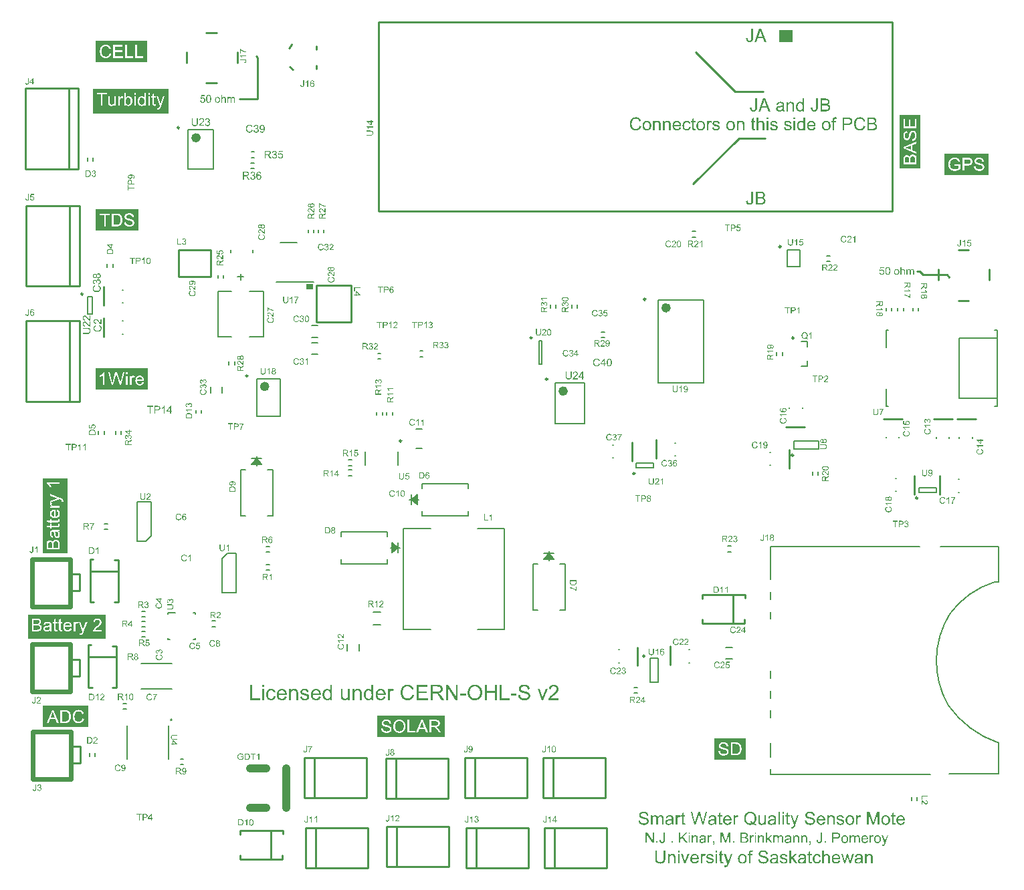
<source format=gto>
G04*
G04 #@! TF.GenerationSoftware,Altium Limited,Altium Designer,20.1.7 (139)*
G04*
G04 Layer_Color=65535*
%FSLAX25Y25*%
%MOIN*%
G70*
G04*
G04 #@! TF.SameCoordinates,72195594-E7F7-4266-BDA2-BCA36E094617*
G04*
G04*
G04 #@! TF.FilePolarity,Positive*
G04*
G01*
G75*
%ADD10C,0.00984*%
%ADD11C,0.02362*%
%ADD12C,0.00787*%
%ADD13C,0.01000*%
%ADD14C,0.00600*%
%ADD15C,0.00630*%
%ADD16C,0.03937*%
%ADD17R,0.03543X0.02756*%
%ADD18R,0.06693X0.05906*%
G36*
X221127Y171074D02*
X220199D01*
Y172139D01*
X221127D01*
Y171074D01*
D02*
G37*
G36*
X350938Y172265D02*
X351009D01*
X351097Y172254D01*
X351189Y172248D01*
X351299Y172237D01*
X351408Y172221D01*
X351528Y172204D01*
X351774Y172155D01*
X351905Y172123D01*
X352030Y172090D01*
X352156Y172046D01*
X352276Y171997D01*
X352281Y171992D01*
X352303Y171986D01*
X352336Y171970D01*
X352380Y171948D01*
X352434Y171921D01*
X352494Y171882D01*
X352565Y171844D01*
X352636Y171795D01*
X352718Y171746D01*
X352795Y171686D01*
X352877Y171620D01*
X352958Y171549D01*
X353040Y171473D01*
X353117Y171385D01*
X353193Y171298D01*
X353259Y171200D01*
X353264Y171194D01*
X353275Y171178D01*
X353292Y171145D01*
X353313Y171107D01*
X353341Y171058D01*
X353373Y170998D01*
X353401Y170932D01*
X353439Y170856D01*
X353472Y170774D01*
X353504Y170681D01*
X353537Y170583D01*
X353565Y170479D01*
X353592Y170370D01*
X353614Y170255D01*
X353625Y170135D01*
X353636Y170015D01*
X352675Y169944D01*
Y169955D01*
X352669Y169977D01*
X352664Y170015D01*
X352653Y170064D01*
X352642Y170119D01*
X352625Y170190D01*
X352604Y170266D01*
X352576Y170348D01*
X352549Y170435D01*
X352511Y170523D01*
X352467Y170610D01*
X352418Y170703D01*
X352363Y170790D01*
X352298Y170872D01*
X352227Y170954D01*
X352150Y171025D01*
X352145Y171030D01*
X352129Y171042D01*
X352107Y171058D01*
X352068Y171085D01*
X352019Y171112D01*
X351965Y171140D01*
X351899Y171172D01*
X351823Y171211D01*
X351735Y171244D01*
X351637Y171276D01*
X351528Y171303D01*
X351413Y171336D01*
X351282Y171358D01*
X351146Y171374D01*
X350998Y171385D01*
X350840Y171391D01*
X350753D01*
X350693Y171385D01*
X350616Y171380D01*
X350534Y171374D01*
X350436Y171364D01*
X350338Y171347D01*
X350119Y171309D01*
X350010Y171282D01*
X349901Y171249D01*
X349797Y171211D01*
X349693Y171167D01*
X349601Y171118D01*
X349519Y171058D01*
X349513Y171052D01*
X349502Y171042D01*
X349481Y171025D01*
X349453Y170998D01*
X349426Y170965D01*
X349388Y170927D01*
X349355Y170883D01*
X349317Y170834D01*
X349278Y170779D01*
X349240Y170714D01*
X349175Y170577D01*
X349147Y170506D01*
X349126Y170424D01*
X349115Y170343D01*
X349109Y170255D01*
Y170250D01*
Y170239D01*
Y170217D01*
X349115Y170190D01*
X349120Y170151D01*
X349126Y170113D01*
X349147Y170020D01*
X349180Y169911D01*
X349229Y169802D01*
X349262Y169742D01*
X349306Y169687D01*
X349349Y169633D01*
X349398Y169584D01*
X349404Y169578D01*
X349415Y169573D01*
X349431Y169556D01*
X349464Y169540D01*
X349502Y169513D01*
X349557Y169485D01*
X349617Y169453D01*
X349693Y169414D01*
X349786Y169376D01*
X349890Y169333D01*
X350015Y169289D01*
X350152Y169240D01*
X350310Y169191D01*
X350485Y169141D01*
X350682Y169092D01*
X350900Y169038D01*
X350905D01*
X350916Y169032D01*
X350933D01*
X350955Y169027D01*
X350982Y169021D01*
X351015Y169010D01*
X351097Y168994D01*
X351195Y168967D01*
X351309Y168939D01*
X351435Y168912D01*
X351566Y168874D01*
X351845Y168803D01*
X351981Y168765D01*
X352118Y168721D01*
X352249Y168683D01*
X352369Y168639D01*
X352478Y168601D01*
X352571Y168563D01*
X352576Y168557D01*
X352598Y168546D01*
X352636Y168530D01*
X352680Y168508D01*
X352735Y168475D01*
X352795Y168442D01*
X352866Y168399D01*
X352942Y168350D01*
X353018Y168300D01*
X353100Y168240D01*
X353264Y168109D01*
X353417Y167957D01*
X353483Y167875D01*
X353548Y167787D01*
X353554Y167782D01*
X353565Y167765D01*
X353575Y167738D01*
X353597Y167705D01*
X353619Y167662D01*
X353646Y167607D01*
X353679Y167547D01*
X353707Y167482D01*
X353734Y167405D01*
X353767Y167323D01*
X353794Y167236D01*
X353816Y167138D01*
X353837Y167039D01*
X353854Y166936D01*
X353859Y166832D01*
X353865Y166717D01*
Y166712D01*
Y166690D01*
Y166657D01*
X353859Y166613D01*
X353854Y166559D01*
X353849Y166499D01*
X353837Y166428D01*
X353821Y166346D01*
X353805Y166264D01*
X353778Y166171D01*
X353750Y166078D01*
X353717Y165980D01*
X353679Y165882D01*
X353630Y165778D01*
X353575Y165680D01*
X353515Y165576D01*
X353510Y165571D01*
X353499Y165554D01*
X353477Y165527D01*
X353450Y165489D01*
X353417Y165445D01*
X353373Y165390D01*
X353324Y165336D01*
X353264Y165276D01*
X353199Y165210D01*
X353122Y165145D01*
X353040Y165074D01*
X352953Y165003D01*
X352860Y164937D01*
X352756Y164872D01*
X352647Y164812D01*
X352527Y164752D01*
X352522Y164746D01*
X352500Y164741D01*
X352462Y164724D01*
X352413Y164708D01*
X352352Y164686D01*
X352281Y164659D01*
X352200Y164631D01*
X352107Y164604D01*
X352003Y164577D01*
X351888Y164550D01*
X351768Y164528D01*
X351643Y164500D01*
X351512Y164484D01*
X351370Y164468D01*
X351222Y164462D01*
X351075Y164457D01*
X350976D01*
X350905Y164462D01*
X350818Y164468D01*
X350714Y164473D01*
X350600Y164484D01*
X350474Y164495D01*
X350343Y164511D01*
X350207Y164528D01*
X349917Y164582D01*
X349770Y164615D01*
X349628Y164653D01*
X349486Y164702D01*
X349355Y164752D01*
X349349Y164757D01*
X349322Y164768D01*
X349289Y164784D01*
X349240Y164806D01*
X349180Y164839D01*
X349115Y164877D01*
X349038Y164926D01*
X348962Y164975D01*
X348874Y165035D01*
X348787Y165101D01*
X348694Y165177D01*
X348607Y165259D01*
X348514Y165347D01*
X348427Y165439D01*
X348345Y165543D01*
X348268Y165652D01*
X348263Y165658D01*
X348252Y165680D01*
X348230Y165712D01*
X348208Y165756D01*
X348176Y165816D01*
X348143Y165882D01*
X348105Y165958D01*
X348072Y166046D01*
X348034Y166144D01*
X347995Y166248D01*
X347963Y166362D01*
X347930Y166477D01*
X347902Y166603D01*
X347881Y166734D01*
X347864Y166870D01*
X347859Y167012D01*
X348803Y167094D01*
Y167088D01*
X348809Y167067D01*
Y167039D01*
X348820Y167001D01*
X348825Y166952D01*
X348836Y166892D01*
X348853Y166832D01*
X348869Y166761D01*
X348907Y166613D01*
X348962Y166455D01*
X349027Y166302D01*
X349109Y166155D01*
X349115Y166149D01*
X349120Y166138D01*
X349136Y166122D01*
X349158Y166095D01*
X349180Y166062D01*
X349213Y166029D01*
X349251Y165991D01*
X349295Y165947D01*
X349344Y165904D01*
X349404Y165855D01*
X349464Y165805D01*
X349535Y165756D01*
X349606Y165707D01*
X349688Y165658D01*
X349775Y165614D01*
X349868Y165571D01*
X349874D01*
X349890Y165560D01*
X349923Y165549D01*
X349961Y165538D01*
X350010Y165521D01*
X350065Y165500D01*
X350136Y165478D01*
X350207Y165461D01*
X350289Y165439D01*
X350381Y165418D01*
X350474Y165401D01*
X350578Y165379D01*
X350796Y165358D01*
X351031Y165347D01*
X351086D01*
X351129Y165352D01*
X351179D01*
X351233Y165358D01*
X351299Y165363D01*
X351370Y165368D01*
X351528Y165390D01*
X351697Y165418D01*
X351867Y165461D01*
X352036Y165516D01*
X352041D01*
X352058Y165521D01*
X352079Y165532D01*
X352107Y165549D01*
X352145Y165565D01*
X352183Y165587D01*
X352281Y165636D01*
X352385Y165702D01*
X352494Y165784D01*
X352598Y165876D01*
X352685Y165980D01*
Y165986D01*
X352696Y165996D01*
X352707Y166013D01*
X352718Y166035D01*
X352735Y166062D01*
X352756Y166095D01*
X352795Y166177D01*
X352833Y166269D01*
X352871Y166379D01*
X352893Y166504D01*
X352904Y166630D01*
Y166635D01*
Y166646D01*
Y166663D01*
X352898Y166690D01*
Y166723D01*
X352893Y166755D01*
X352877Y166843D01*
X352855Y166936D01*
X352817Y167039D01*
X352762Y167143D01*
X352691Y167247D01*
Y167252D01*
X352680Y167258D01*
X352653Y167290D01*
X352598Y167340D01*
X352565Y167372D01*
X352527Y167405D01*
X352483Y167438D01*
X352434Y167476D01*
X352380Y167514D01*
X352314Y167552D01*
X352249Y167591D01*
X352172Y167629D01*
X352096Y167662D01*
X352008Y167700D01*
X352003D01*
X351992Y167705D01*
X351976Y167711D01*
X351943Y167722D01*
X351905Y167733D01*
X351861Y167749D01*
X351801Y167765D01*
X351730Y167787D01*
X351643Y167815D01*
X351550Y167842D01*
X351441Y167869D01*
X351315Y167902D01*
X351179Y167940D01*
X351020Y167978D01*
X350851Y168022D01*
X350665Y168066D01*
X350660D01*
X350654Y168071D01*
X350638D01*
X350622Y168077D01*
X350567Y168093D01*
X350496Y168109D01*
X350414Y168131D01*
X350316Y168159D01*
X350207Y168186D01*
X350097Y168219D01*
X349857Y168290D01*
X349617Y168371D01*
X349502Y168415D01*
X349393Y168459D01*
X349300Y168497D01*
X349213Y168541D01*
X349207Y168546D01*
X349191Y168552D01*
X349164Y168568D01*
X349126Y168590D01*
X349082Y168617D01*
X349027Y168655D01*
X348973Y168694D01*
X348907Y168737D01*
X348776Y168836D01*
X348645Y168956D01*
X348514Y169092D01*
X348459Y169169D01*
X348405Y169245D01*
X348399Y169251D01*
X348394Y169267D01*
X348383Y169289D01*
X348367Y169322D01*
X348345Y169360D01*
X348323Y169404D01*
X348301Y169458D01*
X348274Y169518D01*
X348252Y169589D01*
X348225Y169660D01*
X348186Y169818D01*
X348154Y169993D01*
X348148Y170086D01*
X348143Y170184D01*
Y170190D01*
Y170212D01*
Y170239D01*
X348148Y170282D01*
X348154Y170332D01*
X348159Y170392D01*
X348170Y170457D01*
X348181Y170534D01*
X348203Y170616D01*
X348219Y170697D01*
X348247Y170785D01*
X348279Y170878D01*
X348318Y170970D01*
X348361Y171063D01*
X348410Y171162D01*
X348465Y171254D01*
X348470Y171260D01*
X348481Y171276D01*
X348498Y171303D01*
X348525Y171336D01*
X348558Y171380D01*
X348601Y171424D01*
X348651Y171478D01*
X348705Y171533D01*
X348765Y171593D01*
X348836Y171658D01*
X348913Y171719D01*
X349000Y171784D01*
X349093Y171844D01*
X349191Y171904D01*
X349295Y171959D01*
X349410Y172008D01*
X349415Y172013D01*
X349437Y172019D01*
X349469Y172030D01*
X349519Y172052D01*
X349579Y172068D01*
X349644Y172090D01*
X349726Y172117D01*
X349819Y172139D01*
X349917Y172166D01*
X350021Y172188D01*
X350136Y172210D01*
X350256Y172232D01*
X350387Y172248D01*
X350518Y172259D01*
X350654Y172265D01*
X350796Y172270D01*
X350878D01*
X350938Y172265D01*
D02*
G37*
G36*
X292937D02*
X293019Y172259D01*
X293117Y172254D01*
X293226Y172237D01*
X293352Y172221D01*
X293494Y172199D01*
X293641Y172166D01*
X293794Y172128D01*
X293952Y172084D01*
X294111Y172024D01*
X294269Y171959D01*
X294433Y171882D01*
X294586Y171795D01*
X294733Y171691D01*
X294744Y171686D01*
X294766Y171664D01*
X294810Y171631D01*
X294859Y171582D01*
X294924Y171527D01*
X294995Y171451D01*
X295072Y171369D01*
X295159Y171271D01*
X295246Y171162D01*
X295339Y171042D01*
X295427Y170905D01*
X295514Y170763D01*
X295601Y170605D01*
X295678Y170435D01*
X295754Y170255D01*
X295814Y170064D01*
X294831Y169835D01*
X294826Y169846D01*
X294820Y169873D01*
X294804Y169911D01*
X294782Y169971D01*
X294755Y170037D01*
X294722Y170113D01*
X294678Y170201D01*
X294635Y170293D01*
X294586Y170392D01*
X294526Y170490D01*
X294465Y170588D01*
X294394Y170692D01*
X294318Y170785D01*
X294242Y170878D01*
X294154Y170960D01*
X294061Y171036D01*
X294056Y171042D01*
X294040Y171052D01*
X294012Y171069D01*
X293974Y171096D01*
X293925Y171123D01*
X293865Y171156D01*
X293794Y171189D01*
X293718Y171227D01*
X293630Y171260D01*
X293537Y171293D01*
X293434Y171325D01*
X293324Y171353D01*
X293204Y171380D01*
X293079Y171396D01*
X292948Y171407D01*
X292806Y171413D01*
X292724D01*
X292664Y171407D01*
X292587Y171402D01*
X292500Y171391D01*
X292402Y171380D01*
X292298Y171358D01*
X292183Y171336D01*
X292069Y171309D01*
X291948Y171276D01*
X291823Y171238D01*
X291703Y171189D01*
X291583Y171129D01*
X291462Y171069D01*
X291348Y170992D01*
X291342Y170987D01*
X291320Y170976D01*
X291293Y170949D01*
X291255Y170916D01*
X291206Y170872D01*
X291151Y170823D01*
X291091Y170763D01*
X291026Y170697D01*
X290960Y170621D01*
X290889Y170539D01*
X290824Y170446D01*
X290758Y170343D01*
X290693Y170239D01*
X290633Y170124D01*
X290578Y170004D01*
X290529Y169873D01*
Y169868D01*
X290518Y169840D01*
X290507Y169802D01*
X290491Y169753D01*
X290474Y169687D01*
X290452Y169611D01*
X290436Y169524D01*
X290414Y169425D01*
X290392Y169322D01*
X290370Y169207D01*
X290349Y169087D01*
X290332Y168961D01*
X290305Y168699D01*
X290300Y168563D01*
X290294Y168421D01*
Y168410D01*
Y168377D01*
Y168328D01*
X290300Y168257D01*
X290305Y168175D01*
X290310Y168077D01*
X290316Y167967D01*
X290327Y167853D01*
X290343Y167722D01*
X290360Y167585D01*
X290414Y167307D01*
X290441Y167159D01*
X290480Y167017D01*
X290523Y166876D01*
X290573Y166739D01*
X290578Y166734D01*
X290583Y166706D01*
X290600Y166674D01*
X290627Y166624D01*
X290654Y166564D01*
X290693Y166493D01*
X290736Y166417D01*
X290785Y166335D01*
X290845Y166253D01*
X290911Y166166D01*
X290982Y166073D01*
X291058Y165986D01*
X291146Y165898D01*
X291239Y165816D01*
X291337Y165740D01*
X291446Y165669D01*
X291452Y165663D01*
X291473Y165652D01*
X291506Y165636D01*
X291550Y165614D01*
X291604Y165587D01*
X291670Y165554D01*
X291746Y165527D01*
X291828Y165494D01*
X291921Y165456D01*
X292019Y165429D01*
X292129Y165396D01*
X292238Y165368D01*
X292358Y165347D01*
X292478Y165330D01*
X292604Y165319D01*
X292729Y165314D01*
X292767D01*
X292811Y165319D01*
X292871D01*
X292942Y165330D01*
X293024Y165341D01*
X293122Y165352D01*
X293221Y165374D01*
X293330Y165401D01*
X293444Y165434D01*
X293565Y165472D01*
X293685Y165516D01*
X293805Y165571D01*
X293925Y165636D01*
X294040Y165712D01*
X294154Y165794D01*
X294160Y165800D01*
X294182Y165816D01*
X294209Y165844D01*
X294247Y165887D01*
X294296Y165936D01*
X294351Y165996D01*
X294411Y166073D01*
X294471Y166155D01*
X294536Y166253D01*
X294602Y166357D01*
X294673Y166477D01*
X294733Y166608D01*
X294798Y166744D01*
X294853Y166897D01*
X294902Y167056D01*
X294946Y167230D01*
X295945Y166979D01*
Y166974D01*
X295940Y166963D01*
X295934Y166946D01*
X295929Y166925D01*
X295923Y166897D01*
X295912Y166859D01*
X295885Y166777D01*
X295847Y166674D01*
X295803Y166559D01*
X295749Y166428D01*
X295683Y166286D01*
X295612Y166133D01*
X295530Y165980D01*
X295437Y165827D01*
X295334Y165669D01*
X295219Y165516D01*
X295093Y165368D01*
X294957Y165232D01*
X294810Y165101D01*
X294798Y165095D01*
X294771Y165074D01*
X294728Y165041D01*
X294662Y165003D01*
X294586Y164954D01*
X294487Y164899D01*
X294378Y164839D01*
X294253Y164779D01*
X294116Y164719D01*
X293963Y164659D01*
X293799Y164604D01*
X293625Y164555D01*
X293434Y164517D01*
X293237Y164484D01*
X293029Y164462D01*
X292811Y164457D01*
X292729D01*
X292691Y164462D01*
X292609D01*
X292505Y164473D01*
X292385Y164484D01*
X292249Y164500D01*
X292107Y164517D01*
X291948Y164544D01*
X291790Y164577D01*
X291621Y164620D01*
X291457Y164664D01*
X291293Y164724D01*
X291129Y164790D01*
X290971Y164866D01*
X290824Y164954D01*
X290813Y164959D01*
X290791Y164975D01*
X290753Y165008D01*
X290698Y165046D01*
X290633Y165095D01*
X290562Y165161D01*
X290480Y165232D01*
X290392Y165319D01*
X290300Y165418D01*
X290207Y165521D01*
X290108Y165641D01*
X290010Y165767D01*
X289917Y165909D01*
X289825Y166057D01*
X289737Y166220D01*
X289661Y166390D01*
Y166395D01*
X289655Y166401D01*
X289644Y166433D01*
X289622Y166482D01*
X289601Y166553D01*
X289568Y166641D01*
X289535Y166744D01*
X289497Y166865D01*
X289464Y166996D01*
X289426Y167143D01*
X289388Y167301D01*
X289355Y167465D01*
X289322Y167645D01*
X289300Y167825D01*
X289279Y168017D01*
X289268Y168213D01*
X289262Y168415D01*
Y168421D01*
Y168432D01*
Y168448D01*
Y168470D01*
Y168497D01*
X289268Y168530D01*
Y168612D01*
X289279Y168716D01*
X289284Y168836D01*
X289300Y168972D01*
X289317Y169120D01*
X289344Y169272D01*
X289371Y169436D01*
X289409Y169611D01*
X289453Y169786D01*
X289502Y169960D01*
X289562Y170135D01*
X289633Y170304D01*
X289710Y170474D01*
X289715Y170484D01*
X289732Y170512D01*
X289759Y170555D01*
X289792Y170621D01*
X289841Y170692D01*
X289896Y170774D01*
X289966Y170872D01*
X290043Y170970D01*
X290125Y171074D01*
X290223Y171189D01*
X290327Y171298D01*
X290441Y171407D01*
X290567Y171517D01*
X290698Y171620D01*
X290840Y171719D01*
X290993Y171811D01*
X291004Y171817D01*
X291031Y171833D01*
X291075Y171855D01*
X291140Y171882D01*
X291217Y171921D01*
X291310Y171959D01*
X291419Y171997D01*
X291533Y172041D01*
X291665Y172084D01*
X291807Y172123D01*
X291959Y172166D01*
X292118Y172199D01*
X292287Y172226D01*
X292462Y172248D01*
X292642Y172265D01*
X292828Y172270D01*
X292904D01*
X292937Y172265D01*
D02*
G37*
G36*
X275650Y164582D02*
X274788D01*
Y165276D01*
X274782Y165265D01*
X274766Y165243D01*
X274733Y165199D01*
X274689Y165150D01*
X274635Y165085D01*
X274569Y165019D01*
X274487Y164943D01*
X274400Y164872D01*
X274296Y164795D01*
X274182Y164719D01*
X274056Y164653D01*
X273920Y164588D01*
X273772Y164539D01*
X273608Y164495D01*
X273439Y164473D01*
X273253Y164462D01*
X273188D01*
X273144Y164468D01*
X273084Y164473D01*
X273019Y164484D01*
X272942Y164495D01*
X272860Y164506D01*
X272767Y164528D01*
X272675Y164550D01*
X272576Y164577D01*
X272473Y164615D01*
X272369Y164653D01*
X272260Y164702D01*
X272156Y164757D01*
X272052Y164822D01*
X272047Y164828D01*
X272030Y164839D01*
X271998Y164861D01*
X271965Y164888D01*
X271916Y164926D01*
X271861Y164970D01*
X271807Y165024D01*
X271741Y165085D01*
X271675Y165150D01*
X271604Y165227D01*
X271533Y165308D01*
X271462Y165401D01*
X271397Y165494D01*
X271326Y165598D01*
X271266Y165712D01*
X271206Y165827D01*
X271200Y165833D01*
X271195Y165855D01*
X271179Y165893D01*
X271157Y165942D01*
X271135Y166002D01*
X271113Y166073D01*
X271086Y166160D01*
X271059Y166253D01*
X271026Y166357D01*
X270998Y166472D01*
X270977Y166597D01*
X270955Y166728D01*
X270933Y166865D01*
X270917Y167007D01*
X270911Y167159D01*
X270906Y167312D01*
Y167323D01*
Y167350D01*
Y167394D01*
X270911Y167449D01*
X270917Y167525D01*
X270922Y167607D01*
X270927Y167700D01*
X270938Y167804D01*
X270955Y167918D01*
X270971Y168033D01*
X271020Y168284D01*
X271048Y168415D01*
X271086Y168541D01*
X271124Y168672D01*
X271173Y168797D01*
X271179Y168803D01*
X271184Y168825D01*
X271200Y168863D01*
X271222Y168907D01*
X271255Y168961D01*
X271288Y169027D01*
X271332Y169098D01*
X271381Y169174D01*
X271430Y169256D01*
X271495Y169338D01*
X271561Y169425D01*
X271632Y169507D01*
X271714Y169595D01*
X271801Y169671D01*
X271894Y169747D01*
X271992Y169818D01*
X271998Y169824D01*
X272019Y169835D01*
X272047Y169851D01*
X272090Y169873D01*
X272140Y169900D01*
X272200Y169933D01*
X272271Y169966D01*
X272347Y169999D01*
X272434Y170031D01*
X272527Y170064D01*
X272631Y170097D01*
X272735Y170124D01*
X272849Y170146D01*
X272964Y170162D01*
X273084Y170173D01*
X273210Y170179D01*
X273259D01*
X273292Y170173D01*
X273335D01*
X273390Y170168D01*
X273445Y170162D01*
X273505Y170151D01*
X273641Y170130D01*
X273788Y170091D01*
X273941Y170037D01*
X274089Y169966D01*
X274094D01*
X274105Y169955D01*
X274127Y169944D01*
X274154Y169928D01*
X274187Y169906D01*
X274225Y169884D01*
X274313Y169818D01*
X274416Y169742D01*
X274520Y169649D01*
X274624Y169540D01*
X274722Y169420D01*
Y172139D01*
X275650D01*
Y164582D01*
D02*
G37*
G36*
X255110D02*
X254247D01*
Y165276D01*
X254242Y165265D01*
X254225Y165243D01*
X254192Y165199D01*
X254149Y165150D01*
X254094Y165085D01*
X254029Y165019D01*
X253947Y164943D01*
X253859Y164872D01*
X253756Y164795D01*
X253641Y164719D01*
X253516Y164653D01*
X253379Y164588D01*
X253232Y164539D01*
X253068Y164495D01*
X252899Y164473D01*
X252713Y164462D01*
X252647D01*
X252604Y164468D01*
X252544Y164473D01*
X252478Y164484D01*
X252402Y164495D01*
X252320Y164506D01*
X252227Y164528D01*
X252134Y164550D01*
X252036Y164577D01*
X251932Y164615D01*
X251828Y164653D01*
X251719Y164702D01*
X251615Y164757D01*
X251512Y164822D01*
X251506Y164828D01*
X251490Y164839D01*
X251457Y164861D01*
X251424Y164888D01*
X251375Y164926D01*
X251321Y164970D01*
X251266Y165024D01*
X251201Y165085D01*
X251135Y165150D01*
X251064Y165227D01*
X250993Y165308D01*
X250922Y165401D01*
X250856Y165494D01*
X250785Y165598D01*
X250725Y165712D01*
X250665Y165827D01*
X250660Y165833D01*
X250654Y165855D01*
X250638Y165893D01*
X250616Y165942D01*
X250594Y166002D01*
X250573Y166073D01*
X250545Y166160D01*
X250518Y166253D01*
X250485Y166357D01*
X250458Y166472D01*
X250436Y166597D01*
X250414Y166728D01*
X250392Y166865D01*
X250376Y167007D01*
X250371Y167159D01*
X250365Y167312D01*
Y167323D01*
Y167350D01*
Y167394D01*
X250371Y167449D01*
X250376Y167525D01*
X250381Y167607D01*
X250387Y167700D01*
X250398Y167804D01*
X250414Y167918D01*
X250431Y168033D01*
X250480Y168284D01*
X250507Y168415D01*
X250545Y168541D01*
X250584Y168672D01*
X250633Y168797D01*
X250638Y168803D01*
X250643Y168825D01*
X250660Y168863D01*
X250682Y168907D01*
X250714Y168961D01*
X250747Y169027D01*
X250791Y169098D01*
X250840Y169174D01*
X250889Y169256D01*
X250955Y169338D01*
X251020Y169425D01*
X251091Y169507D01*
X251173Y169595D01*
X251260Y169671D01*
X251353Y169747D01*
X251452Y169818D01*
X251457Y169824D01*
X251479Y169835D01*
X251506Y169851D01*
X251550Y169873D01*
X251599Y169900D01*
X251659Y169933D01*
X251730Y169966D01*
X251806Y169999D01*
X251894Y170031D01*
X251987Y170064D01*
X252090Y170097D01*
X252194Y170124D01*
X252309Y170146D01*
X252424Y170162D01*
X252544Y170173D01*
X252669Y170179D01*
X252718D01*
X252751Y170173D01*
X252795D01*
X252849Y170168D01*
X252904Y170162D01*
X252964Y170151D01*
X253100Y170130D01*
X253248Y170091D01*
X253401Y170037D01*
X253548Y169966D01*
X253554D01*
X253565Y169955D01*
X253587Y169944D01*
X253614Y169928D01*
X253646Y169906D01*
X253685Y169884D01*
X253772Y169818D01*
X253876Y169742D01*
X253980Y169649D01*
X254083Y169540D01*
X254182Y169420D01*
Y172139D01*
X255110D01*
Y164582D01*
D02*
G37*
G36*
X268077Y170173D02*
X268132Y170168D01*
X268186Y170162D01*
X268252Y170157D01*
X268389Y170135D01*
X268541Y170102D01*
X268700Y170059D01*
X268858Y169999D01*
X268864D01*
X268875Y169993D01*
X268896Y169982D01*
X268929Y169966D01*
X268962Y169949D01*
X269000Y169928D01*
X269093Y169873D01*
X269191Y169808D01*
X269295Y169726D01*
X269393Y169633D01*
X269480Y169529D01*
Y169524D01*
X269491Y169518D01*
X269502Y169502D01*
X269513Y169480D01*
X269530Y169453D01*
X269551Y169420D01*
X269595Y169338D01*
X269644Y169240D01*
X269688Y169120D01*
X269732Y168989D01*
X269770Y168847D01*
Y168841D01*
Y168836D01*
X269775Y168819D01*
X269781Y168797D01*
Y168770D01*
X269786Y168732D01*
X269792Y168688D01*
X269797Y168639D01*
X269803Y168579D01*
X269808Y168514D01*
X269814Y168442D01*
Y168361D01*
X269819Y168268D01*
X269825Y168169D01*
Y168060D01*
Y167946D01*
Y164582D01*
X268896D01*
Y167907D01*
Y167913D01*
Y167935D01*
Y167962D01*
Y168000D01*
X268891Y168049D01*
Y168104D01*
X268885Y168164D01*
Y168224D01*
X268869Y168366D01*
X268853Y168503D01*
X268825Y168639D01*
X268809Y168699D01*
X268787Y168754D01*
Y168759D01*
X268782Y168765D01*
X268776Y168781D01*
X268765Y168803D01*
X268738Y168852D01*
X268700Y168918D01*
X268645Y168989D01*
X268580Y169065D01*
X268498Y169141D01*
X268399Y169207D01*
X268394D01*
X268389Y169212D01*
X268372Y169223D01*
X268350Y169234D01*
X268296Y169262D01*
X268219Y169294D01*
X268121Y169322D01*
X268012Y169349D01*
X267892Y169371D01*
X267755Y169376D01*
X267695D01*
X267657Y169371D01*
X267602Y169365D01*
X267542Y169354D01*
X267477Y169343D01*
X267406Y169327D01*
X267324Y169311D01*
X267242Y169283D01*
X267160Y169256D01*
X267073Y169218D01*
X266985Y169174D01*
X266898Y169125D01*
X266811Y169065D01*
X266729Y168999D01*
X266723Y168994D01*
X266712Y168983D01*
X266690Y168956D01*
X266663Y168923D01*
X266630Y168879D01*
X266592Y168825D01*
X266554Y168759D01*
X266516Y168677D01*
X266477Y168590D01*
X266439Y168486D01*
X266401Y168366D01*
X266368Y168235D01*
X266341Y168093D01*
X266319Y167935D01*
X266308Y167760D01*
X266303Y167569D01*
Y164582D01*
X265375D01*
Y170059D01*
X266210D01*
Y169278D01*
X266215Y169289D01*
X266237Y169316D01*
X266276Y169360D01*
X266319Y169420D01*
X266385Y169485D01*
X266461Y169562D01*
X266548Y169644D01*
X266652Y169731D01*
X266767Y169813D01*
X266898Y169895D01*
X267040Y169971D01*
X267198Y170037D01*
X267368Y170097D01*
X267548Y170141D01*
X267744Y170168D01*
X267952Y170179D01*
X268034D01*
X268077Y170173D01*
D02*
G37*
G36*
X236387D02*
X236442Y170168D01*
X236497Y170162D01*
X236562Y170157D01*
X236699Y170135D01*
X236852Y170102D01*
X237010Y170059D01*
X237168Y169999D01*
X237174D01*
X237185Y169993D01*
X237207Y169982D01*
X237239Y169966D01*
X237272Y169949D01*
X237310Y169928D01*
X237403Y169873D01*
X237501Y169808D01*
X237605Y169726D01*
X237703Y169633D01*
X237791Y169529D01*
Y169524D01*
X237802Y169518D01*
X237812Y169502D01*
X237824Y169480D01*
X237840Y169453D01*
X237862Y169420D01*
X237905Y169338D01*
X237954Y169240D01*
X237998Y169120D01*
X238042Y168989D01*
X238080Y168847D01*
Y168841D01*
Y168836D01*
X238086Y168819D01*
X238091Y168797D01*
Y168770D01*
X238096Y168732D01*
X238102Y168688D01*
X238107Y168639D01*
X238113Y168579D01*
X238118Y168514D01*
X238124Y168442D01*
Y168361D01*
X238129Y168268D01*
X238135Y168169D01*
Y168060D01*
Y167946D01*
Y164582D01*
X237207D01*
Y167907D01*
Y167913D01*
Y167935D01*
Y167962D01*
Y168000D01*
X237201Y168049D01*
Y168104D01*
X237196Y168164D01*
Y168224D01*
X237179Y168366D01*
X237163Y168503D01*
X237136Y168639D01*
X237119Y168699D01*
X237097Y168754D01*
Y168759D01*
X237092Y168765D01*
X237086Y168781D01*
X237075Y168803D01*
X237048Y168852D01*
X237010Y168918D01*
X236955Y168989D01*
X236890Y169065D01*
X236808Y169141D01*
X236710Y169207D01*
X236704D01*
X236699Y169212D01*
X236682Y169223D01*
X236661Y169234D01*
X236606Y169262D01*
X236529Y169294D01*
X236431Y169322D01*
X236322Y169349D01*
X236202Y169371D01*
X236065Y169376D01*
X236005D01*
X235967Y169371D01*
X235912Y169365D01*
X235852Y169354D01*
X235787Y169343D01*
X235716Y169327D01*
X235634Y169311D01*
X235552Y169283D01*
X235470Y169256D01*
X235383Y169218D01*
X235296Y169174D01*
X235208Y169125D01*
X235121Y169065D01*
X235039Y168999D01*
X235033Y168994D01*
X235022Y168983D01*
X235001Y168956D01*
X234973Y168923D01*
X234941Y168879D01*
X234902Y168825D01*
X234864Y168759D01*
X234826Y168677D01*
X234788Y168590D01*
X234750Y168486D01*
X234711Y168366D01*
X234679Y168235D01*
X234651Y168093D01*
X234629Y167935D01*
X234618Y167760D01*
X234613Y167569D01*
Y164582D01*
X233685D01*
Y170059D01*
X234520D01*
Y169278D01*
X234526Y169289D01*
X234547Y169316D01*
X234586Y169360D01*
X234629Y169420D01*
X234695Y169485D01*
X234771Y169562D01*
X234859Y169644D01*
X234962Y169731D01*
X235077Y169813D01*
X235208Y169895D01*
X235350Y169971D01*
X235508Y170037D01*
X235678Y170097D01*
X235858Y170141D01*
X236054Y170168D01*
X236262Y170179D01*
X236344D01*
X236387Y170173D01*
D02*
G37*
G36*
X285074D02*
X285118Y170168D01*
X285167Y170162D01*
X285222Y170151D01*
X285287Y170141D01*
X285358Y170124D01*
X285435Y170108D01*
X285593Y170053D01*
X285680Y170020D01*
X285768Y169977D01*
X285855Y169933D01*
X285948Y169878D01*
X285620Y169021D01*
X285615D01*
X285604Y169032D01*
X285588Y169038D01*
X285560Y169054D01*
X285533Y169065D01*
X285495Y169081D01*
X285407Y169120D01*
X285309Y169158D01*
X285194Y169185D01*
X285069Y169207D01*
X284943Y169218D01*
X284894D01*
X284834Y169207D01*
X284763Y169196D01*
X284681Y169174D01*
X284588Y169141D01*
X284495Y169092D01*
X284403Y169032D01*
X284392Y169021D01*
X284365Y168999D01*
X284321Y168956D01*
X284272Y168901D01*
X284212Y168830D01*
X284157Y168743D01*
X284102Y168639D01*
X284059Y168524D01*
Y168519D01*
X284053Y168503D01*
X284042Y168475D01*
X284037Y168437D01*
X284026Y168393D01*
X284010Y168339D01*
X283999Y168273D01*
X283982Y168208D01*
X283966Y168126D01*
X283955Y168044D01*
X283944Y167957D01*
X283928Y167864D01*
X283911Y167662D01*
X283906Y167443D01*
Y164582D01*
X282978D01*
Y170059D01*
X283813D01*
Y169218D01*
X283819Y169223D01*
X283829Y169245D01*
X283846Y169272D01*
X283868Y169311D01*
X283895Y169360D01*
X283928Y169414D01*
X284004Y169535D01*
X284097Y169660D01*
X284195Y169791D01*
X284244Y169846D01*
X284294Y169900D01*
X284348Y169949D01*
X284397Y169988D01*
X284403D01*
X284408Y169999D01*
X284424Y170004D01*
X284446Y170020D01*
X284501Y170048D01*
X284572Y170086D01*
X284665Y170119D01*
X284763Y170151D01*
X284872Y170173D01*
X284992Y170179D01*
X285041D01*
X285074Y170173D01*
D02*
G37*
G36*
X337141Y164582D02*
X336142D01*
Y168142D01*
X332221D01*
Y164582D01*
X331222D01*
Y172139D01*
X332221D01*
Y169032D01*
X336142D01*
Y172139D01*
X337141D01*
Y164582D01*
D02*
G37*
G36*
X241514Y170173D02*
X241580Y170168D01*
X241656Y170162D01*
X241738Y170157D01*
X241820Y170146D01*
X241913Y170135D01*
X242104Y170102D01*
X242301Y170053D01*
X242486Y169993D01*
X242492D01*
X242508Y169982D01*
X242535Y169977D01*
X242568Y169960D01*
X242606Y169939D01*
X242650Y169917D01*
X242759Y169862D01*
X242874Y169791D01*
X242994Y169704D01*
X243103Y169606D01*
X243158Y169551D01*
X243201Y169491D01*
X243207Y169485D01*
X243213Y169474D01*
X243223Y169458D01*
X243240Y169431D01*
X243262Y169404D01*
X243283Y169365D01*
X243305Y169316D01*
X243333Y169267D01*
X243360Y169207D01*
X243387Y169147D01*
X243414Y169076D01*
X243436Y168999D01*
X243464Y168918D01*
X243491Y168836D01*
X243529Y168644D01*
X242623Y168519D01*
Y168524D01*
X242617Y168535D01*
Y168557D01*
X242606Y168590D01*
X242601Y168623D01*
X242585Y168666D01*
X242552Y168759D01*
X242503Y168863D01*
X242443Y168972D01*
X242361Y169081D01*
X242312Y169131D01*
X242257Y169174D01*
X242251Y169180D01*
X242246Y169185D01*
X242224Y169196D01*
X242202Y169212D01*
X242170Y169229D01*
X242137Y169251D01*
X242093Y169272D01*
X242044Y169294D01*
X241984Y169316D01*
X241924Y169338D01*
X241853Y169360D01*
X241782Y169376D01*
X241700Y169393D01*
X241613Y169404D01*
X241520Y169414D01*
X241361D01*
X241318Y169409D01*
X241263D01*
X241203Y169404D01*
X241138Y169398D01*
X241067Y169387D01*
X240914Y169365D01*
X240761Y169327D01*
X240690Y169300D01*
X240624Y169272D01*
X240559Y169240D01*
X240504Y169201D01*
X240499D01*
X240493Y169191D01*
X240461Y169163D01*
X240417Y169120D01*
X240368Y169060D01*
X240319Y168989D01*
X240275Y168907D01*
X240242Y168814D01*
X240237Y168759D01*
X240231Y168710D01*
Y168705D01*
Y168677D01*
X240237Y168644D01*
X240248Y168601D01*
X240259Y168552D01*
X240275Y168497D01*
X240302Y168437D01*
X240340Y168382D01*
X240346Y168377D01*
X240362Y168361D01*
X240390Y168333D01*
X240428Y168295D01*
X240477Y168257D01*
X240543Y168219D01*
X240614Y168175D01*
X240701Y168137D01*
X240706D01*
X240717Y168131D01*
X240734Y168126D01*
X240756Y168120D01*
X240783Y168109D01*
X240815Y168104D01*
X240854Y168088D01*
X240903Y168077D01*
X240963Y168060D01*
X241028Y168038D01*
X241105Y168017D01*
X241192Y167995D01*
X241290Y167967D01*
X241405Y167935D01*
X241525Y167902D01*
X241531D01*
X241536Y167896D01*
X241569Y167891D01*
X241618Y167875D01*
X241684Y167858D01*
X241766Y167836D01*
X241858Y167809D01*
X241962Y167782D01*
X242066Y167749D01*
X242295Y167684D01*
X242525Y167607D01*
X242628Y167574D01*
X242732Y167536D01*
X242819Y167503D01*
X242901Y167471D01*
X242907D01*
X242918Y167465D01*
X242939Y167454D01*
X242967Y167438D01*
X243000Y167421D01*
X243038Y167400D01*
X243125Y167345D01*
X243223Y167274D01*
X243322Y167192D01*
X243420Y167094D01*
X243513Y166979D01*
Y166974D01*
X243524Y166963D01*
X243535Y166946D01*
X243546Y166925D01*
X243567Y166892D01*
X243584Y166854D01*
X243606Y166810D01*
X243627Y166761D01*
X243644Y166706D01*
X243666Y166646D01*
X243704Y166515D01*
X243726Y166362D01*
X243737Y166193D01*
Y166188D01*
Y166171D01*
Y166149D01*
X243731Y166117D01*
Y166073D01*
X243720Y166024D01*
X243715Y165969D01*
X243704Y165909D01*
X243671Y165778D01*
X243622Y165631D01*
X243589Y165554D01*
X243556Y165472D01*
X243513Y165396D01*
X243464Y165319D01*
X243458Y165314D01*
X243453Y165303D01*
X243436Y165281D01*
X243414Y165254D01*
X243387Y165216D01*
X243349Y165177D01*
X243311Y165134D01*
X243262Y165085D01*
X243213Y165035D01*
X243152Y164986D01*
X243087Y164932D01*
X243016Y164877D01*
X242939Y164828D01*
X242858Y164779D01*
X242770Y164730D01*
X242677Y164686D01*
X242672D01*
X242655Y164675D01*
X242628Y164664D01*
X242590Y164653D01*
X242541Y164637D01*
X242481Y164615D01*
X242415Y164593D01*
X242344Y164577D01*
X242262Y164555D01*
X242175Y164533D01*
X242077Y164517D01*
X241979Y164495D01*
X241760Y164473D01*
X241525Y164462D01*
X241476D01*
X241422Y164468D01*
X241351D01*
X241258Y164479D01*
X241160Y164484D01*
X241045Y164500D01*
X240919Y164517D01*
X240788Y164539D01*
X240657Y164571D01*
X240521Y164604D01*
X240384Y164648D01*
X240253Y164697D01*
X240122Y164757D01*
X240002Y164828D01*
X239893Y164904D01*
X239887Y164910D01*
X239871Y164926D01*
X239838Y164954D01*
X239805Y164986D01*
X239762Y165035D01*
X239707Y165090D01*
X239653Y165156D01*
X239598Y165237D01*
X239538Y165325D01*
X239472Y165418D01*
X239418Y165527D01*
X239358Y165647D01*
X239303Y165773D01*
X239259Y165914D01*
X239216Y166062D01*
X239183Y166220D01*
X240100Y166362D01*
Y166357D01*
X240106Y166340D01*
X240111Y166308D01*
X240117Y166269D01*
X240128Y166226D01*
X240144Y166171D01*
X240160Y166111D01*
X240182Y166051D01*
X240237Y165914D01*
X240313Y165773D01*
X240357Y165702D01*
X240406Y165636D01*
X240466Y165576D01*
X240526Y165516D01*
X240532Y165510D01*
X240543Y165505D01*
X240564Y165489D01*
X240592Y165472D01*
X240630Y165450D01*
X240674Y165423D01*
X240723Y165396D01*
X240783Y165374D01*
X240848Y165347D01*
X240925Y165319D01*
X241007Y165292D01*
X241094Y165270D01*
X241192Y165254D01*
X241296Y165237D01*
X241405Y165232D01*
X241520Y165227D01*
X241580D01*
X241624Y165232D01*
X241678D01*
X241738Y165243D01*
X241804Y165248D01*
X241880Y165259D01*
X242033Y165292D01*
X242191Y165336D01*
X242339Y165401D01*
X242410Y165439D01*
X242470Y165483D01*
X242475Y165489D01*
X242481Y165494D01*
X242497Y165510D01*
X242519Y165532D01*
X242568Y165587D01*
X242628Y165658D01*
X242683Y165745D01*
X242732Y165855D01*
X242754Y165909D01*
X242770Y165969D01*
X242776Y166029D01*
X242781Y166095D01*
Y166100D01*
Y166111D01*
Y166128D01*
X242776Y166144D01*
X242765Y166204D01*
X242748Y166275D01*
X242716Y166351D01*
X242667Y166433D01*
X242634Y166472D01*
X242596Y166515D01*
X242552Y166553D01*
X242503Y166586D01*
X242492Y166592D01*
X242481Y166597D01*
X242464Y166608D01*
X242437Y166619D01*
X242404Y166635D01*
X242361Y166652D01*
X242317Y166674D01*
X242257Y166695D01*
X242191Y166717D01*
X242109Y166744D01*
X242022Y166772D01*
X241924Y166799D01*
X241815Y166832D01*
X241689Y166865D01*
X241553Y166897D01*
X241547D01*
X241542Y166903D01*
X241509Y166908D01*
X241454Y166925D01*
X241389Y166941D01*
X241301Y166963D01*
X241209Y166990D01*
X241105Y167017D01*
X240990Y167050D01*
X240756Y167121D01*
X240521Y167198D01*
X240411Y167236D01*
X240308Y167274D01*
X240215Y167312D01*
X240133Y167345D01*
X240128D01*
X240117Y167356D01*
X240095Y167367D01*
X240068Y167378D01*
X240035Y167400D01*
X239997Y167421D01*
X239909Y167482D01*
X239816Y167552D01*
X239718Y167640D01*
X239620Y167744D01*
X239538Y167864D01*
Y167869D01*
X239527Y167880D01*
X239522Y167896D01*
X239505Y167924D01*
X239489Y167951D01*
X239472Y167989D01*
X239456Y168033D01*
X239440Y168082D01*
X239401Y168191D01*
X239369Y168317D01*
X239347Y168453D01*
X239336Y168601D01*
Y168606D01*
Y168617D01*
Y168639D01*
X239341Y168661D01*
Y168694D01*
X239347Y168732D01*
X239358Y168825D01*
X239374Y168928D01*
X239407Y169043D01*
X239445Y169158D01*
X239500Y169278D01*
Y169283D01*
X239505Y169294D01*
X239516Y169311D01*
X239532Y169333D01*
X239571Y169387D01*
X239620Y169458D01*
X239685Y169540D01*
X239767Y169627D01*
X239855Y169715D01*
X239958Y169797D01*
X239969Y169802D01*
X239997Y169824D01*
X240046Y169851D01*
X240117Y169889D01*
X240198Y169933D01*
X240297Y169977D01*
X240417Y170020D01*
X240548Y170064D01*
X240553D01*
X240564Y170070D01*
X240586Y170075D01*
X240614Y170080D01*
X240646Y170091D01*
X240690Y170102D01*
X240739Y170113D01*
X240788Y170124D01*
X240908Y170141D01*
X241045Y170162D01*
X241192Y170173D01*
X241351Y170179D01*
X241460D01*
X241514Y170173D01*
D02*
G37*
G36*
X224834D02*
X224894D01*
X224971Y170162D01*
X225058Y170157D01*
X225156Y170141D01*
X225266Y170124D01*
X225380Y170097D01*
X225495Y170070D01*
X225615Y170031D01*
X225741Y169988D01*
X225861Y169939D01*
X225981Y169873D01*
X226095Y169808D01*
X226205Y169726D01*
X226210Y169720D01*
X226232Y169704D01*
X226259Y169676D01*
X226297Y169644D01*
X226341Y169595D01*
X226396Y169540D01*
X226450Y169474D01*
X226510Y169398D01*
X226570Y169311D01*
X226630Y169212D01*
X226696Y169109D01*
X226751Y168994D01*
X226811Y168874D01*
X226860Y168737D01*
X226904Y168601D01*
X226936Y168448D01*
X226035Y168312D01*
Y168317D01*
X226030Y168333D01*
X226019Y168366D01*
X226008Y168399D01*
X225997Y168448D01*
X225975Y168497D01*
X225953Y168557D01*
X225932Y168617D01*
X225866Y168754D01*
X225784Y168890D01*
X225691Y169021D01*
X225637Y169081D01*
X225577Y169136D01*
X225571Y169141D01*
X225560Y169147D01*
X225544Y169163D01*
X225517Y169180D01*
X225489Y169201D01*
X225451Y169223D01*
X225407Y169251D01*
X225353Y169278D01*
X225238Y169327D01*
X225107Y169371D01*
X224954Y169404D01*
X224872Y169409D01*
X224785Y169414D01*
X224752D01*
X224720Y169409D01*
X224670D01*
X224610Y169398D01*
X224539Y169387D01*
X224463Y169371D01*
X224381Y169354D01*
X224294Y169327D01*
X224201Y169294D01*
X224108Y169251D01*
X224010Y169201D01*
X223917Y169147D01*
X223824Y169076D01*
X223737Y168999D01*
X223649Y168912D01*
X223644Y168907D01*
X223633Y168890D01*
X223611Y168858D01*
X223584Y168819D01*
X223546Y168765D01*
X223513Y168694D01*
X223469Y168617D01*
X223431Y168524D01*
X223393Y168421D01*
X223349Y168306D01*
X223316Y168175D01*
X223284Y168027D01*
X223251Y167875D01*
X223229Y167705D01*
X223218Y167520D01*
X223213Y167323D01*
Y167318D01*
Y167312D01*
Y167296D01*
Y167274D01*
X223218Y167219D01*
Y167143D01*
X223223Y167050D01*
X223234Y166946D01*
X223245Y166832D01*
X223267Y166712D01*
X223289Y166581D01*
X223316Y166450D01*
X223349Y166313D01*
X223393Y166182D01*
X223436Y166057D01*
X223496Y165936D01*
X223556Y165822D01*
X223633Y165723D01*
X223638Y165718D01*
X223655Y165702D01*
X223677Y165680D01*
X223709Y165647D01*
X223753Y165609D01*
X223802Y165565D01*
X223862Y165521D01*
X223928Y165478D01*
X224004Y165429D01*
X224086Y165385D01*
X224179Y165341D01*
X224277Y165303D01*
X224381Y165270D01*
X224490Y165248D01*
X224610Y165232D01*
X224736Y165227D01*
X224790D01*
X224829Y165232D01*
X224872Y165237D01*
X224927Y165243D01*
X224987Y165254D01*
X225052Y165270D01*
X225200Y165308D01*
X225276Y165336D01*
X225353Y165368D01*
X225429Y165407D01*
X225506Y165450D01*
X225577Y165500D01*
X225648Y165560D01*
X225653Y165565D01*
X225664Y165576D01*
X225680Y165598D01*
X225708Y165625D01*
X225735Y165658D01*
X225768Y165702D01*
X225806Y165756D01*
X225844Y165816D01*
X225882Y165882D01*
X225921Y165958D01*
X225959Y166040D01*
X225997Y166138D01*
X226035Y166237D01*
X226063Y166346D01*
X226090Y166466D01*
X226112Y166592D01*
X227024Y166466D01*
Y166455D01*
X227018Y166422D01*
X227007Y166373D01*
X226991Y166308D01*
X226969Y166231D01*
X226942Y166138D01*
X226909Y166040D01*
X226871Y165926D01*
X226821Y165811D01*
X226767Y165691D01*
X226707Y165571D01*
X226636Y165445D01*
X226554Y165325D01*
X226467Y165205D01*
X226363Y165095D01*
X226254Y164992D01*
X226248Y164986D01*
X226226Y164970D01*
X226194Y164943D01*
X226145Y164910D01*
X226084Y164872D01*
X226013Y164822D01*
X225932Y164779D01*
X225833Y164730D01*
X225730Y164675D01*
X225615Y164631D01*
X225489Y164588D01*
X225358Y164544D01*
X225216Y164511D01*
X225063Y164484D01*
X224905Y164468D01*
X224741Y164462D01*
X224692D01*
X224632Y164468D01*
X224556Y164473D01*
X224463Y164484D01*
X224354Y164500D01*
X224228Y164522D01*
X224097Y164555D01*
X223955Y164593D01*
X223808Y164642D01*
X223660Y164702D01*
X223507Y164773D01*
X223360Y164855D01*
X223213Y164954D01*
X223071Y165063D01*
X222939Y165194D01*
X222934Y165205D01*
X222912Y165227D01*
X222874Y165270D01*
X222836Y165330D01*
X222781Y165407D01*
X222721Y165500D01*
X222661Y165609D01*
X222601Y165729D01*
X222535Y165871D01*
X222475Y166029D01*
X222415Y166204D01*
X222366Y166390D01*
X222323Y166592D01*
X222284Y166810D01*
X222262Y167045D01*
X222257Y167296D01*
Y167307D01*
Y167334D01*
Y167383D01*
X222262Y167443D01*
X222268Y167520D01*
X222273Y167613D01*
X222279Y167711D01*
X222295Y167820D01*
X222306Y167940D01*
X222328Y168066D01*
X222377Y168322D01*
X222410Y168459D01*
X222453Y168590D01*
X222497Y168721D01*
X222546Y168847D01*
X222552Y168852D01*
X222563Y168874D01*
X222579Y168912D01*
X222601Y168956D01*
X222634Y169010D01*
X222672Y169076D01*
X222716Y169147D01*
X222770Y169223D01*
X222830Y169300D01*
X222896Y169382D01*
X222967Y169469D01*
X223049Y169551D01*
X223136Y169627D01*
X223229Y169709D01*
X223333Y169780D01*
X223442Y169846D01*
X223447Y169851D01*
X223469Y169862D01*
X223502Y169878D01*
X223546Y169900D01*
X223600Y169922D01*
X223671Y169949D01*
X223748Y169982D01*
X223830Y170015D01*
X223922Y170042D01*
X224026Y170075D01*
X224130Y170102D01*
X224244Y170130D01*
X224365Y170146D01*
X224490Y170162D01*
X224616Y170173D01*
X224747Y170179D01*
X224785D01*
X224834Y170173D01*
D02*
G37*
G36*
X347051Y166848D02*
X344190D01*
Y167782D01*
X347051D01*
Y166848D01*
D02*
G37*
G36*
X321831D02*
X318970D01*
Y167782D01*
X321831D01*
Y166848D01*
D02*
G37*
G36*
X317774Y164582D02*
X316742D01*
X312784Y170512D01*
Y164582D01*
X311823D01*
Y172139D01*
X312849D01*
X316813Y166204D01*
Y172139D01*
X317774D01*
Y164582D01*
D02*
G37*
G36*
X360428D02*
X359560D01*
X357485Y170059D01*
X358462D01*
X359636Y166777D01*
Y166772D01*
X359647Y166755D01*
X359652Y166723D01*
X359669Y166684D01*
X359685Y166635D01*
X359707Y166581D01*
X359729Y166515D01*
X359751Y166439D01*
X359778Y166362D01*
X359805Y166275D01*
X359865Y166089D01*
X359925Y165887D01*
X359985Y165674D01*
Y165680D01*
X359991Y165696D01*
X359996Y165718D01*
X360007Y165751D01*
X360024Y165794D01*
X360035Y165844D01*
X360056Y165904D01*
X360078Y165969D01*
X360100Y166040D01*
X360127Y166117D01*
X360155Y166204D01*
X360182Y166297D01*
X360215Y166395D01*
X360253Y166499D01*
X360330Y166717D01*
X361547Y170059D01*
X362503D01*
X360428Y164582D01*
D02*
G37*
G36*
X263922D02*
X263092D01*
Y165385D01*
X263087Y165374D01*
X263065Y165347D01*
X263027Y165298D01*
X262978Y165243D01*
X262912Y165172D01*
X262830Y165095D01*
X262743Y165008D01*
X262634Y164926D01*
X262519Y164839D01*
X262388Y164757D01*
X262246Y164675D01*
X262093Y164604D01*
X261924Y164550D01*
X261744Y164500D01*
X261558Y164473D01*
X261356Y164462D01*
X261307D01*
X261274Y164468D01*
X261230D01*
X261181Y164473D01*
X261121Y164479D01*
X261061Y164484D01*
X260919Y164506D01*
X260766Y164539D01*
X260608Y164582D01*
X260450Y164642D01*
X260444D01*
X260433Y164653D01*
X260412Y164664D01*
X260379Y164675D01*
X260346Y164691D01*
X260308Y164713D01*
X260215Y164768D01*
X260111Y164839D01*
X260007Y164915D01*
X259915Y165008D01*
X259827Y165106D01*
Y165112D01*
X259816Y165117D01*
X259811Y165134D01*
X259794Y165156D01*
X259778Y165183D01*
X259762Y165216D01*
X259718Y165298D01*
X259669Y165401D01*
X259620Y165521D01*
X259582Y165652D01*
X259543Y165800D01*
Y165805D01*
Y165811D01*
X259538Y165827D01*
X259532Y165855D01*
Y165882D01*
X259527Y165920D01*
X259522Y165958D01*
X259516Y166013D01*
X259511Y166067D01*
X259505Y166133D01*
X259500Y166204D01*
Y166280D01*
X259494Y166362D01*
X259489Y166455D01*
Y166553D01*
Y166663D01*
Y170059D01*
X260417D01*
Y167017D01*
Y167012D01*
Y166985D01*
Y166946D01*
Y166903D01*
Y166843D01*
X260422Y166777D01*
Y166701D01*
Y166624D01*
X260428Y166461D01*
X260439Y166297D01*
X260444Y166226D01*
X260455Y166155D01*
X260461Y166095D01*
X260472Y166040D01*
Y166035D01*
X260477Y166024D01*
X260483Y166007D01*
X260488Y165980D01*
X260499Y165947D01*
X260515Y165914D01*
X260553Y165833D01*
X260603Y165740D01*
X260663Y165641D01*
X260745Y165549D01*
X260843Y165467D01*
X260848D01*
X260854Y165456D01*
X260870Y165450D01*
X260892Y165434D01*
X260919Y165418D01*
X260952Y165401D01*
X261039Y165363D01*
X261138Y165325D01*
X261258Y165292D01*
X261394Y165270D01*
X261542Y165259D01*
X261580D01*
X261613Y165265D01*
X261651D01*
X261695Y165270D01*
X261744Y165276D01*
X261793Y165287D01*
X261913Y165314D01*
X262044Y165347D01*
X262186Y165401D01*
X262322Y165472D01*
X262328D01*
X262339Y165483D01*
X262355Y165494D01*
X262383Y165510D01*
X262448Y165560D01*
X262525Y165625D01*
X262612Y165707D01*
X262694Y165805D01*
X262776Y165920D01*
X262841Y166051D01*
Y166057D01*
X262847Y166067D01*
X262858Y166089D01*
X262863Y166122D01*
X262879Y166160D01*
X262890Y166204D01*
X262901Y166259D01*
X262918Y166324D01*
X262934Y166395D01*
X262945Y166477D01*
X262961Y166564D01*
X262972Y166657D01*
X262978Y166761D01*
X262989Y166876D01*
X262994Y166996D01*
Y167121D01*
Y170059D01*
X263922D01*
Y164582D01*
D02*
G37*
G36*
X365675Y172161D02*
X365751Y172155D01*
X365844Y172150D01*
X365948Y172134D01*
X366068Y172117D01*
X366194Y172090D01*
X366330Y172057D01*
X366466Y172019D01*
X366614Y171970D01*
X366756Y171910D01*
X366898Y171839D01*
X367034Y171762D01*
X367165Y171669D01*
X367291Y171560D01*
X367296Y171555D01*
X367318Y171533D01*
X367351Y171500D01*
X367389Y171451D01*
X367438Y171396D01*
X367493Y171325D01*
X367553Y171244D01*
X367613Y171151D01*
X367668Y171047D01*
X367728Y170932D01*
X367782Y170807D01*
X367831Y170676D01*
X367870Y170534D01*
X367902Y170386D01*
X367924Y170228D01*
X367930Y170064D01*
Y170059D01*
Y170042D01*
Y170020D01*
Y169988D01*
X367924Y169944D01*
X367919Y169900D01*
X367913Y169846D01*
X367908Y169786D01*
X367886Y169649D01*
X367853Y169496D01*
X367804Y169338D01*
X367744Y169174D01*
Y169169D01*
X367733Y169152D01*
X367722Y169131D01*
X367706Y169098D01*
X367690Y169060D01*
X367662Y169010D01*
X367635Y168956D01*
X367597Y168896D01*
X367559Y168830D01*
X367515Y168759D01*
X367406Y168601D01*
X367346Y168519D01*
X367280Y168432D01*
X367204Y168344D01*
X367127Y168251D01*
X367122Y168246D01*
X367105Y168230D01*
X367084Y168202D01*
X367045Y168164D01*
X366996Y168115D01*
X366936Y168055D01*
X366871Y167984D01*
X366789Y167902D01*
X366696Y167815D01*
X366587Y167716D01*
X366472Y167607D01*
X366341Y167487D01*
X366199Y167361D01*
X366046Y167225D01*
X365877Y167078D01*
X365697Y166925D01*
X365686Y166919D01*
X365658Y166892D01*
X365620Y166859D01*
X365566Y166810D01*
X365495Y166755D01*
X365424Y166690D01*
X365342Y166619D01*
X365254Y166542D01*
X365069Y166384D01*
X364981Y166302D01*
X364894Y166226D01*
X364812Y166149D01*
X364741Y166084D01*
X364676Y166024D01*
X364627Y165969D01*
X364616Y165958D01*
X364588Y165926D01*
X364545Y165876D01*
X364490Y165816D01*
X364430Y165740D01*
X364364Y165658D01*
X364299Y165565D01*
X364239Y165472D01*
X367941D01*
Y164582D01*
X362950D01*
Y164588D01*
Y164599D01*
Y164615D01*
Y164637D01*
Y164670D01*
X362956Y164702D01*
X362961Y164790D01*
X362972Y164883D01*
X362988Y164992D01*
X363016Y165106D01*
X363054Y165221D01*
Y165227D01*
X363065Y165243D01*
X363076Y165270D01*
X363092Y165308D01*
X363109Y165358D01*
X363136Y165412D01*
X363169Y165472D01*
X363201Y165538D01*
X363240Y165614D01*
X363289Y165691D01*
X363392Y165860D01*
X363518Y166040D01*
X363666Y166226D01*
X363671Y166231D01*
X363687Y166248D01*
X363709Y166275D01*
X363742Y166313D01*
X363786Y166362D01*
X363840Y166417D01*
X363900Y166482D01*
X363977Y166553D01*
X364059Y166635D01*
X364146Y166723D01*
X364244Y166815D01*
X364353Y166919D01*
X364474Y167023D01*
X364599Y167132D01*
X364736Y167247D01*
X364878Y167367D01*
X364883Y167372D01*
X364894Y167378D01*
X364910Y167394D01*
X364932Y167411D01*
X364960Y167438D01*
X364992Y167465D01*
X365074Y167536D01*
X365178Y167618D01*
X365287Y167722D01*
X365413Y167831D01*
X365544Y167951D01*
X365686Y168077D01*
X365822Y168208D01*
X365964Y168339D01*
X366095Y168475D01*
X366226Y168606D01*
X366341Y168732D01*
X366450Y168858D01*
X366537Y168972D01*
X366543Y168978D01*
X366554Y168999D01*
X366576Y169032D01*
X366609Y169070D01*
X366641Y169125D01*
X366674Y169185D01*
X366718Y169256D01*
X366756Y169333D01*
X366794Y169414D01*
X366838Y169502D01*
X366909Y169693D01*
X366936Y169791D01*
X366958Y169889D01*
X366969Y169988D01*
X366974Y170086D01*
Y170091D01*
Y170113D01*
Y170141D01*
X366969Y170179D01*
X366963Y170228D01*
X366952Y170282D01*
X366941Y170343D01*
X366925Y170408D01*
X366903Y170479D01*
X366876Y170555D01*
X366843Y170632D01*
X366805Y170708D01*
X366761Y170790D01*
X366707Y170867D01*
X366647Y170943D01*
X366576Y171014D01*
X366570Y171020D01*
X366559Y171030D01*
X366537Y171047D01*
X366505Y171074D01*
X366466Y171101D01*
X366417Y171134D01*
X366363Y171172D01*
X366303Y171205D01*
X366232Y171244D01*
X366155Y171276D01*
X366068Y171309D01*
X365981Y171336D01*
X365882Y171364D01*
X365778Y171380D01*
X365669Y171391D01*
X365555Y171396D01*
X365489D01*
X365445Y171391D01*
X365385Y171385D01*
X365320Y171374D01*
X365249Y171364D01*
X365167Y171347D01*
X365085Y171325D01*
X364998Y171298D01*
X364910Y171265D01*
X364818Y171227D01*
X364730Y171178D01*
X364643Y171123D01*
X364556Y171063D01*
X364479Y170992D01*
X364474Y170987D01*
X364463Y170976D01*
X364441Y170949D01*
X364419Y170921D01*
X364386Y170878D01*
X364353Y170828D01*
X364315Y170768D01*
X364282Y170703D01*
X364244Y170632D01*
X364206Y170545D01*
X364173Y170457D01*
X364141Y170359D01*
X364119Y170250D01*
X364097Y170135D01*
X364086Y170015D01*
X364081Y169884D01*
X363125Y169982D01*
Y169988D01*
Y169993D01*
X363130Y170010D01*
Y170031D01*
X363136Y170086D01*
X363152Y170157D01*
X363169Y170244D01*
X363191Y170348D01*
X363218Y170463D01*
X363251Y170583D01*
X363294Y170714D01*
X363343Y170845D01*
X363404Y170981D01*
X363474Y171118D01*
X363551Y171249D01*
X363644Y171374D01*
X363742Y171495D01*
X363857Y171604D01*
X363862Y171609D01*
X363884Y171626D01*
X363922Y171658D01*
X363971Y171691D01*
X364037Y171735D01*
X364113Y171784D01*
X364206Y171833D01*
X364310Y171888D01*
X364430Y171937D01*
X364556Y171986D01*
X364698Y172035D01*
X364850Y172079D01*
X365014Y172117D01*
X365189Y172144D01*
X365374Y172161D01*
X365571Y172166D01*
X365620D01*
X365675Y172161D01*
D02*
G37*
G36*
X339767Y165472D02*
X343485D01*
Y164582D01*
X338768D01*
Y172139D01*
X339767D01*
Y165472D01*
D02*
G37*
G36*
X307739Y172134D02*
X307826D01*
X307924Y172128D01*
X308028Y172123D01*
X308148Y172112D01*
X308268Y172101D01*
X308394Y172090D01*
X308651Y172052D01*
X308771Y172030D01*
X308891Y172002D01*
X309005Y171970D01*
X309109Y171931D01*
X309115D01*
X309131Y171921D01*
X309158Y171910D01*
X309197Y171893D01*
X309240Y171871D01*
X309289Y171839D01*
X309349Y171806D01*
X309409Y171768D01*
X309475Y171719D01*
X309546Y171669D01*
X309617Y171609D01*
X309688Y171544D01*
X309753Y171467D01*
X309824Y171391D01*
X309890Y171303D01*
X309950Y171211D01*
X309956Y171205D01*
X309966Y171189D01*
X309977Y171162D01*
X309999Y171123D01*
X310021Y171074D01*
X310048Y171014D01*
X310081Y170949D01*
X310108Y170878D01*
X310136Y170796D01*
X310168Y170708D01*
X310196Y170616D01*
X310218Y170517D01*
X310239Y170414D01*
X310256Y170304D01*
X310261Y170190D01*
X310267Y170075D01*
Y170064D01*
Y170042D01*
X310261Y169999D01*
Y169939D01*
X310250Y169873D01*
X310239Y169791D01*
X310223Y169704D01*
X310201Y169606D01*
X310174Y169502D01*
X310141Y169393D01*
X310098Y169278D01*
X310048Y169163D01*
X309988Y169049D01*
X309917Y168939D01*
X309835Y168825D01*
X309743Y168721D01*
X309737Y168716D01*
X309721Y168699D01*
X309688Y168672D01*
X309644Y168634D01*
X309590Y168590D01*
X309519Y168541D01*
X309442Y168486D01*
X309349Y168426D01*
X309240Y168366D01*
X309126Y168306D01*
X308989Y168251D01*
X308847Y168191D01*
X308689Y168142D01*
X308520Y168093D01*
X308334Y168055D01*
X308137Y168022D01*
X308143D01*
X308154Y168011D01*
X308176Y168006D01*
X308203Y167989D01*
X308236Y167973D01*
X308274Y167951D01*
X308361Y167902D01*
X308459Y167847D01*
X308558Y167782D01*
X308651Y167716D01*
X308738Y167645D01*
X308743Y167640D01*
X308760Y167629D01*
X308782Y167602D01*
X308814Y167574D01*
X308853Y167531D01*
X308896Y167487D01*
X308951Y167432D01*
X309005Y167367D01*
X309066Y167296D01*
X309131Y167219D01*
X309202Y167138D01*
X309273Y167050D01*
X309344Y166952D01*
X309420Y166854D01*
X309568Y166635D01*
X310873Y164582D01*
X309622D01*
X308623Y166155D01*
X308618Y166160D01*
X308601Y166182D01*
X308580Y166220D01*
X308552Y166264D01*
X308514Y166324D01*
X308470Y166390D01*
X308421Y166461D01*
X308372Y166537D01*
X308258Y166706D01*
X308137Y166881D01*
X308017Y167045D01*
X307957Y167121D01*
X307903Y167192D01*
X307897Y167198D01*
X307892Y167209D01*
X307875Y167225D01*
X307853Y167252D01*
X307799Y167318D01*
X307733Y167394D01*
X307651Y167476D01*
X307570Y167563D01*
X307482Y167640D01*
X307395Y167700D01*
X307384Y167705D01*
X307357Y167722D01*
X307313Y167749D01*
X307253Y167776D01*
X307187Y167809D01*
X307111Y167847D01*
X307029Y167875D01*
X306942Y167902D01*
X306936D01*
X306909Y167907D01*
X306865Y167913D01*
X306811Y167924D01*
X306734Y167929D01*
X306636Y167935D01*
X306521Y167940D01*
X305227D01*
Y164582D01*
X304228D01*
Y172139D01*
X307673D01*
X307739Y172134D01*
D02*
G37*
G36*
X302656Y171249D02*
X298195D01*
Y168934D01*
X302372D01*
Y168044D01*
X298195D01*
Y165472D01*
X302830D01*
Y164582D01*
X297196D01*
Y172139D01*
X302656D01*
Y171249D01*
D02*
G37*
G36*
X221127Y164582D02*
X220199D01*
Y170059D01*
X221127D01*
Y164582D01*
D02*
G37*
G36*
X215405Y165472D02*
X219123D01*
Y164582D01*
X214405D01*
Y172139D01*
X215405D01*
Y165472D01*
D02*
G37*
G36*
X279467Y170173D02*
X279543Y170168D01*
X279642Y170157D01*
X279745Y170141D01*
X279866Y170119D01*
X279996Y170086D01*
X280138Y170048D01*
X280280Y169999D01*
X280433Y169939D01*
X280581Y169862D01*
X280734Y169780D01*
X280876Y169676D01*
X281017Y169562D01*
X281154Y169431D01*
X281159Y169420D01*
X281187Y169398D01*
X281220Y169354D01*
X281263Y169294D01*
X281318Y169218D01*
X281378Y169125D01*
X281438Y169016D01*
X281504Y168890D01*
X281569Y168748D01*
X281634Y168590D01*
X281689Y168415D01*
X281744Y168230D01*
X281787Y168027D01*
X281826Y167809D01*
X281847Y167574D01*
X281853Y167329D01*
Y167323D01*
Y167312D01*
Y167296D01*
Y167269D01*
Y167230D01*
Y167192D01*
X281847Y167143D01*
Y167083D01*
X277763D01*
Y167072D01*
X277769Y167045D01*
Y166996D01*
X277780Y166936D01*
X277791Y166859D01*
X277802Y166772D01*
X277823Y166679D01*
X277845Y166575D01*
X277873Y166461D01*
X277911Y166351D01*
X277949Y166237D01*
X277998Y166122D01*
X278053Y166007D01*
X278118Y165898D01*
X278189Y165794D01*
X278271Y165702D01*
X278277Y165696D01*
X278293Y165680D01*
X278320Y165658D01*
X278353Y165625D01*
X278397Y165592D01*
X278451Y165554D01*
X278517Y165510D01*
X278588Y165467D01*
X278664Y165418D01*
X278752Y165379D01*
X278844Y165336D01*
X278948Y165303D01*
X279057Y165270D01*
X279172Y165248D01*
X279292Y165232D01*
X279418Y165227D01*
X279467D01*
X279505Y165232D01*
X279549Y165237D01*
X279598Y165243D01*
X279658Y165248D01*
X279718Y165259D01*
X279854Y165292D01*
X280002Y165341D01*
X280078Y165368D01*
X280149Y165407D01*
X280220Y165445D01*
X280291Y165494D01*
X280297Y165500D01*
X280308Y165505D01*
X280324Y165521D01*
X280351Y165543D01*
X280384Y165576D01*
X280417Y165609D01*
X280455Y165652D01*
X280499Y165702D01*
X280542Y165762D01*
X280592Y165822D01*
X280635Y165893D01*
X280684Y165969D01*
X280734Y166057D01*
X280777Y166149D01*
X280821Y166248D01*
X280865Y166357D01*
X281820Y166231D01*
Y166220D01*
X281809Y166193D01*
X281793Y166149D01*
X281776Y166095D01*
X281749Y166024D01*
X281716Y165942D01*
X281678Y165849D01*
X281629Y165751D01*
X281574Y165652D01*
X281514Y165543D01*
X281443Y165434D01*
X281367Y165325D01*
X281285Y165221D01*
X281192Y165117D01*
X281088Y165019D01*
X280979Y164926D01*
X280974Y164921D01*
X280952Y164904D01*
X280919Y164883D01*
X280870Y164855D01*
X280810Y164817D01*
X280734Y164779D01*
X280652Y164735D01*
X280553Y164697D01*
X280444Y164653D01*
X280330Y164610D01*
X280199Y164571D01*
X280062Y164533D01*
X279915Y164506D01*
X279756Y164484D01*
X279587Y164468D01*
X279412Y164462D01*
X279358D01*
X279330Y164468D01*
X279298D01*
X279216Y164473D01*
X279112Y164484D01*
X278997Y164500D01*
X278866Y164522D01*
X278724Y164555D01*
X278577Y164593D01*
X278419Y164642D01*
X278260Y164702D01*
X278102Y164773D01*
X277943Y164855D01*
X277791Y164954D01*
X277643Y165068D01*
X277507Y165199D01*
X277501Y165210D01*
X277479Y165232D01*
X277441Y165276D01*
X277397Y165336D01*
X277343Y165412D01*
X277288Y165505D01*
X277223Y165609D01*
X277157Y165734D01*
X277092Y165876D01*
X277032Y166029D01*
X276972Y166199D01*
X276917Y166384D01*
X276873Y166586D01*
X276841Y166799D01*
X276813Y167028D01*
X276808Y167274D01*
Y167280D01*
Y167290D01*
Y167307D01*
Y167334D01*
X276813Y167367D01*
Y167405D01*
Y167449D01*
X276819Y167503D01*
X276830Y167618D01*
X276846Y167749D01*
X276868Y167896D01*
X276895Y168060D01*
X276933Y168224D01*
X276983Y168399D01*
X277037Y168579D01*
X277108Y168759D01*
X277190Y168934D01*
X277283Y169103D01*
X277392Y169267D01*
X277518Y169414D01*
X277529Y169425D01*
X277550Y169447D01*
X277589Y169485D01*
X277649Y169535D01*
X277720Y169595D01*
X277802Y169655D01*
X277900Y169726D01*
X278014Y169797D01*
X278140Y169868D01*
X278282Y169939D01*
X278430Y170004D01*
X278593Y170059D01*
X278773Y170108D01*
X278959Y170146D01*
X279156Y170168D01*
X279363Y170179D01*
X279412D01*
X279467Y170173D01*
D02*
G37*
G36*
X247187D02*
X247264Y170168D01*
X247362Y170157D01*
X247466Y170141D01*
X247586Y170119D01*
X247717Y170086D01*
X247859Y170048D01*
X248001Y169999D01*
X248154Y169939D01*
X248301Y169862D01*
X248454Y169780D01*
X248596Y169676D01*
X248738Y169562D01*
X248874Y169431D01*
X248880Y169420D01*
X248907Y169398D01*
X248940Y169354D01*
X248984Y169294D01*
X249038Y169218D01*
X249098Y169125D01*
X249158Y169016D01*
X249224Y168890D01*
X249289Y168748D01*
X249355Y168590D01*
X249410Y168415D01*
X249464Y168230D01*
X249508Y168027D01*
X249546Y167809D01*
X249568Y167574D01*
X249573Y167329D01*
Y167323D01*
Y167312D01*
Y167296D01*
Y167269D01*
Y167230D01*
Y167192D01*
X249568Y167143D01*
Y167083D01*
X245484D01*
Y167072D01*
X245489Y167045D01*
Y166996D01*
X245500Y166936D01*
X245511Y166859D01*
X245522Y166772D01*
X245544Y166679D01*
X245566Y166575D01*
X245593Y166461D01*
X245631Y166351D01*
X245670Y166237D01*
X245719Y166122D01*
X245773Y166007D01*
X245839Y165898D01*
X245910Y165794D01*
X245992Y165702D01*
X245997Y165696D01*
X246013Y165680D01*
X246041Y165658D01*
X246074Y165625D01*
X246117Y165592D01*
X246172Y165554D01*
X246237Y165510D01*
X246308Y165467D01*
X246385Y165418D01*
X246472Y165379D01*
X246565Y165336D01*
X246669Y165303D01*
X246778Y165270D01*
X246892Y165248D01*
X247013Y165232D01*
X247138Y165227D01*
X247187D01*
X247226Y165232D01*
X247269Y165237D01*
X247318Y165243D01*
X247378Y165248D01*
X247439Y165259D01*
X247575Y165292D01*
X247722Y165341D01*
X247799Y165368D01*
X247870Y165407D01*
X247941Y165445D01*
X248012Y165494D01*
X248017Y165500D01*
X248028Y165505D01*
X248045Y165521D01*
X248072Y165543D01*
X248105Y165576D01*
X248137Y165609D01*
X248176Y165652D01*
X248219Y165702D01*
X248263Y165762D01*
X248312Y165822D01*
X248356Y165893D01*
X248405Y165969D01*
X248454Y166057D01*
X248498Y166149D01*
X248541Y166248D01*
X248585Y166357D01*
X249541Y166231D01*
Y166220D01*
X249530Y166193D01*
X249513Y166149D01*
X249497Y166095D01*
X249470Y166024D01*
X249437Y165942D01*
X249399Y165849D01*
X249349Y165751D01*
X249295Y165652D01*
X249235Y165543D01*
X249164Y165434D01*
X249087Y165325D01*
X249006Y165221D01*
X248913Y165117D01*
X248809Y165019D01*
X248700Y164926D01*
X248694Y164921D01*
X248673Y164904D01*
X248640Y164883D01*
X248591Y164855D01*
X248531Y164817D01*
X248454Y164779D01*
X248372Y164735D01*
X248274Y164697D01*
X248165Y164653D01*
X248050Y164610D01*
X247919Y164571D01*
X247782Y164533D01*
X247635Y164506D01*
X247477Y164484D01*
X247307Y164468D01*
X247133Y164462D01*
X247078D01*
X247051Y164468D01*
X247018D01*
X246936Y164473D01*
X246832Y164484D01*
X246718Y164500D01*
X246587Y164522D01*
X246445Y164555D01*
X246297Y164593D01*
X246139Y164642D01*
X245981Y164702D01*
X245822Y164773D01*
X245664Y164855D01*
X245511Y164954D01*
X245364Y165068D01*
X245227Y165199D01*
X245222Y165210D01*
X245200Y165232D01*
X245162Y165276D01*
X245118Y165336D01*
X245063Y165412D01*
X245009Y165505D01*
X244943Y165609D01*
X244878Y165734D01*
X244812Y165876D01*
X244752Y166029D01*
X244692Y166199D01*
X244637Y166384D01*
X244594Y166586D01*
X244561Y166799D01*
X244534Y167028D01*
X244528Y167274D01*
Y167280D01*
Y167290D01*
Y167307D01*
Y167334D01*
X244534Y167367D01*
Y167405D01*
Y167449D01*
X244539Y167503D01*
X244550Y167618D01*
X244567Y167749D01*
X244588Y167896D01*
X244616Y168060D01*
X244654Y168224D01*
X244703Y168399D01*
X244758Y168579D01*
X244829Y168759D01*
X244911Y168934D01*
X245003Y169103D01*
X245113Y169267D01*
X245238Y169414D01*
X245249Y169425D01*
X245271Y169447D01*
X245309Y169485D01*
X245369Y169535D01*
X245440Y169595D01*
X245522Y169655D01*
X245620Y169726D01*
X245735Y169797D01*
X245861Y169868D01*
X246003Y169939D01*
X246150Y170004D01*
X246314Y170059D01*
X246494Y170108D01*
X246680Y170146D01*
X246876Y170168D01*
X247084Y170179D01*
X247133D01*
X247187Y170173D01*
D02*
G37*
G36*
X230169D02*
X230245Y170168D01*
X230343Y170157D01*
X230447Y170141D01*
X230567Y170119D01*
X230698Y170086D01*
X230840Y170048D01*
X230982Y169999D01*
X231135Y169939D01*
X231282Y169862D01*
X231435Y169780D01*
X231577Y169676D01*
X231719Y169562D01*
X231856Y169431D01*
X231861Y169420D01*
X231888Y169398D01*
X231921Y169354D01*
X231965Y169294D01*
X232019Y169218D01*
X232080Y169125D01*
X232140Y169016D01*
X232205Y168890D01*
X232271Y168748D01*
X232336Y168590D01*
X232391Y168415D01*
X232445Y168230D01*
X232489Y168027D01*
X232527Y167809D01*
X232549Y167574D01*
X232555Y167329D01*
Y167323D01*
Y167312D01*
Y167296D01*
Y167269D01*
Y167230D01*
Y167192D01*
X232549Y167143D01*
Y167083D01*
X228465D01*
Y167072D01*
X228470Y167045D01*
Y166996D01*
X228481Y166936D01*
X228492Y166859D01*
X228503Y166772D01*
X228525Y166679D01*
X228547Y166575D01*
X228574Y166461D01*
X228612Y166351D01*
X228651Y166237D01*
X228700Y166122D01*
X228754Y166007D01*
X228820Y165898D01*
X228891Y165794D01*
X228973Y165702D01*
X228978Y165696D01*
X228995Y165680D01*
X229022Y165658D01*
X229055Y165625D01*
X229098Y165592D01*
X229153Y165554D01*
X229219Y165510D01*
X229290Y165467D01*
X229366Y165418D01*
X229453Y165379D01*
X229546Y165336D01*
X229650Y165303D01*
X229759Y165270D01*
X229874Y165248D01*
X229994Y165232D01*
X230119Y165227D01*
X230169D01*
X230207Y165232D01*
X230250Y165237D01*
X230300Y165243D01*
X230360Y165248D01*
X230420Y165259D01*
X230556Y165292D01*
X230704Y165341D01*
X230780Y165368D01*
X230851Y165407D01*
X230922Y165445D01*
X230993Y165494D01*
X230998Y165500D01*
X231009Y165505D01*
X231026Y165521D01*
X231053Y165543D01*
X231086Y165576D01*
X231119Y165609D01*
X231157Y165652D01*
X231201Y165702D01*
X231244Y165762D01*
X231293Y165822D01*
X231337Y165893D01*
X231386Y165969D01*
X231435Y166057D01*
X231479Y166149D01*
X231523Y166248D01*
X231566Y166357D01*
X232522Y166231D01*
Y166220D01*
X232511Y166193D01*
X232494Y166149D01*
X232478Y166095D01*
X232451Y166024D01*
X232418Y165942D01*
X232380Y165849D01*
X232331Y165751D01*
X232276Y165652D01*
X232216Y165543D01*
X232145Y165434D01*
X232069Y165325D01*
X231987Y165221D01*
X231894Y165117D01*
X231790Y165019D01*
X231681Y164926D01*
X231676Y164921D01*
X231654Y164904D01*
X231621Y164883D01*
X231572Y164855D01*
X231512Y164817D01*
X231435Y164779D01*
X231353Y164735D01*
X231255Y164697D01*
X231146Y164653D01*
X231031Y164610D01*
X230900Y164571D01*
X230764Y164533D01*
X230616Y164506D01*
X230458Y164484D01*
X230289Y164468D01*
X230114Y164462D01*
X230059D01*
X230032Y164468D01*
X229999D01*
X229917Y164473D01*
X229814Y164484D01*
X229699Y164500D01*
X229568Y164522D01*
X229426Y164555D01*
X229278Y164593D01*
X229120Y164642D01*
X228962Y164702D01*
X228803Y164773D01*
X228645Y164855D01*
X228492Y164954D01*
X228345Y165068D01*
X228208Y165199D01*
X228203Y165210D01*
X228181Y165232D01*
X228143Y165276D01*
X228099Y165336D01*
X228045Y165412D01*
X227990Y165505D01*
X227924Y165609D01*
X227859Y165734D01*
X227793Y165876D01*
X227733Y166029D01*
X227673Y166199D01*
X227619Y166384D01*
X227575Y166586D01*
X227542Y166799D01*
X227515Y167028D01*
X227509Y167274D01*
Y167280D01*
Y167290D01*
Y167307D01*
Y167334D01*
X227515Y167367D01*
Y167405D01*
Y167449D01*
X227520Y167503D01*
X227531Y167618D01*
X227548Y167749D01*
X227570Y167896D01*
X227597Y168060D01*
X227635Y168224D01*
X227684Y168399D01*
X227739Y168579D01*
X227810Y168759D01*
X227892Y168934D01*
X227984Y169103D01*
X228094Y169267D01*
X228219Y169414D01*
X228230Y169425D01*
X228252Y169447D01*
X228290Y169485D01*
X228350Y169535D01*
X228421Y169595D01*
X228503Y169655D01*
X228602Y169726D01*
X228716Y169797D01*
X228842Y169868D01*
X228984Y169939D01*
X229131Y170004D01*
X229295Y170059D01*
X229475Y170108D01*
X229661Y170146D01*
X229857Y170168D01*
X230065Y170179D01*
X230114D01*
X230169Y170173D01*
D02*
G37*
G36*
X326385Y172265D02*
X326456D01*
X326549Y172254D01*
X326658Y172243D01*
X326778Y172226D01*
X326909Y172210D01*
X327051Y172183D01*
X327204Y172150D01*
X327362Y172106D01*
X327520Y172057D01*
X327684Y172002D01*
X327848Y171931D01*
X328012Y171855D01*
X328170Y171768D01*
X328181Y171762D01*
X328208Y171746D01*
X328252Y171719D01*
X328307Y171675D01*
X328378Y171626D01*
X328460Y171566D01*
X328547Y171489D01*
X328645Y171407D01*
X328749Y171315D01*
X328853Y171211D01*
X328962Y171096D01*
X329065Y170970D01*
X329169Y170834D01*
X329273Y170692D01*
X329366Y170539D01*
X329453Y170375D01*
X329459Y170364D01*
X329475Y170337D01*
X329497Y170288D01*
X329524Y170217D01*
X329557Y170135D01*
X329595Y170031D01*
X329633Y169917D01*
X329677Y169786D01*
X329715Y169644D01*
X329753Y169485D01*
X329792Y169322D01*
X329824Y169141D01*
X329857Y168956D01*
X329879Y168759D01*
X329890Y168557D01*
X329895Y168350D01*
Y168344D01*
Y168339D01*
Y168322D01*
Y168300D01*
Y168273D01*
X329890Y168235D01*
Y168153D01*
X329879Y168055D01*
X329874Y167940D01*
X329857Y167804D01*
X329835Y167662D01*
X329814Y167503D01*
X329781Y167340D01*
X329743Y167170D01*
X329699Y166996D01*
X329644Y166815D01*
X329584Y166641D01*
X329513Y166466D01*
X329431Y166291D01*
X329426Y166280D01*
X329410Y166253D01*
X329382Y166204D01*
X329344Y166144D01*
X329300Y166067D01*
X329240Y165980D01*
X329169Y165882D01*
X329093Y165778D01*
X329006Y165669D01*
X328907Y165560D01*
X328798Y165445D01*
X328683Y165330D01*
X328552Y165221D01*
X328416Y165112D01*
X328268Y165014D01*
X328116Y164921D01*
X328105Y164915D01*
X328077Y164899D01*
X328028Y164877D01*
X327968Y164850D01*
X327886Y164812D01*
X327793Y164773D01*
X327690Y164730D01*
X327570Y164691D01*
X327433Y164648D01*
X327291Y164604D01*
X327144Y164566D01*
X326980Y164528D01*
X326816Y164500D01*
X326641Y164479D01*
X326461Y164462D01*
X326281Y164457D01*
X326232D01*
X326177Y164462D01*
X326101Y164468D01*
X326008Y164473D01*
X325899Y164484D01*
X325773Y164500D01*
X325642Y164522D01*
X325495Y164550D01*
X325342Y164582D01*
X325183Y164626D01*
X325025Y164675D01*
X324861Y164730D01*
X324692Y164801D01*
X324528Y164877D01*
X324370Y164970D01*
X324359Y164975D01*
X324332Y164992D01*
X324288Y165024D01*
X324233Y165063D01*
X324162Y165117D01*
X324080Y165177D01*
X323993Y165254D01*
X323895Y165336D01*
X323797Y165434D01*
X323687Y165538D01*
X323584Y165652D01*
X323480Y165778D01*
X323376Y165914D01*
X323278Y166057D01*
X323185Y166209D01*
X323098Y166373D01*
X323092Y166384D01*
X323081Y166411D01*
X323060Y166461D01*
X323032Y166532D01*
X322999Y166613D01*
X322961Y166712D01*
X322923Y166821D01*
X322885Y166946D01*
X322841Y167083D01*
X322803Y167230D01*
X322765Y167383D01*
X322732Y167547D01*
X322705Y167722D01*
X322683Y167896D01*
X322672Y168077D01*
X322666Y168262D01*
Y168268D01*
Y168284D01*
Y168312D01*
Y168344D01*
X322672Y168388D01*
Y168442D01*
X322677Y168503D01*
X322683Y168574D01*
X322688Y168650D01*
X322699Y168732D01*
X322710Y168819D01*
X322721Y168912D01*
X322754Y169114D01*
X322792Y169333D01*
X322847Y169567D01*
X322912Y169808D01*
X322994Y170053D01*
X323092Y170299D01*
X323207Y170539D01*
X323343Y170774D01*
X323420Y170889D01*
X323496Y170998D01*
X323584Y171101D01*
X323676Y171205D01*
X323682Y171211D01*
X323687Y171216D01*
X323704Y171233D01*
X323726Y171249D01*
X323747Y171276D01*
X323780Y171303D01*
X323862Y171374D01*
X323960Y171451D01*
X324080Y171544D01*
X324222Y171637D01*
X324381Y171740D01*
X324561Y171839D01*
X324758Y171931D01*
X324971Y172024D01*
X325200Y172106D01*
X325451Y172172D01*
X325713Y172226D01*
X325850Y172243D01*
X325992Y172259D01*
X326133Y172265D01*
X326281Y172270D01*
X326330D01*
X326385Y172265D01*
D02*
G37*
G36*
X175321Y155351D02*
X175318Y155346D01*
X175316Y155334D01*
X175309Y155318D01*
X175300Y155293D01*
X175291Y155265D01*
X175279Y155233D01*
X175265Y155196D01*
X175249Y155157D01*
X175217Y155076D01*
X175182Y154993D01*
X175164Y154951D01*
X175145Y154914D01*
X175127Y154879D01*
X175110Y154847D01*
X175115D01*
X175127Y154849D01*
X175147Y154852D01*
X175175Y154854D01*
X175205Y154856D01*
X175242Y154861D01*
X175284Y154863D01*
X175325Y154868D01*
X175415Y154875D01*
X175505Y154882D01*
X175547Y154884D01*
X175586Y154886D01*
X175623Y154889D01*
X175653D01*
Y154572D01*
X175651D01*
X175644D01*
X175630D01*
X175614Y154575D01*
X175593D01*
X175568Y154577D01*
X175538Y154579D01*
X175505Y154581D01*
X175466Y154584D01*
X175427Y154588D01*
X175381Y154591D01*
X175335Y154598D01*
X175284Y154602D01*
X175228Y154609D01*
X175173Y154616D01*
X175113Y154623D01*
X175115Y154621D01*
X175117Y154614D01*
X175124Y154600D01*
X175131Y154584D01*
X175143Y154563D01*
X175154Y154538D01*
X175166Y154508D01*
X175182Y154475D01*
X175196Y154438D01*
X175214Y154399D01*
X175231Y154357D01*
X175249Y154311D01*
X175268Y154265D01*
X175284Y154214D01*
X175321Y154110D01*
X175013Y154009D01*
Y154011D01*
X175009Y154020D01*
X175004Y154036D01*
X175000Y154057D01*
X174990Y154080D01*
X174983Y154110D01*
X174974Y154142D01*
X174963Y154180D01*
X174953Y154221D01*
X174944Y154263D01*
X174923Y154355D01*
X174905Y154452D01*
X174891Y154551D01*
X174889Y154549D01*
X174886Y154544D01*
X174880Y154538D01*
X174868Y154526D01*
X174856Y154515D01*
X174838Y154496D01*
X174819Y154478D01*
X174796Y154454D01*
X174771Y154429D01*
X174741Y154401D01*
X174706Y154371D01*
X174669Y154339D01*
X174628Y154302D01*
X174582Y154263D01*
X174533Y154221D01*
X174480Y154177D01*
X174295Y154438D01*
X174297Y154440D01*
X174302Y154443D01*
X174313Y154452D01*
X174327Y154461D01*
X174344Y154473D01*
X174364Y154487D01*
X174390Y154505D01*
X174417Y154524D01*
X174450Y154544D01*
X174485Y154568D01*
X174521Y154591D01*
X174563Y154618D01*
X174609Y154646D01*
X174658Y154674D01*
X174708Y154704D01*
X174762Y154736D01*
X174759Y154738D01*
X174748Y154743D01*
X174732Y154752D01*
X174711Y154764D01*
X174685Y154778D01*
X174655Y154794D01*
X174623Y154812D01*
X174588Y154833D01*
X174512Y154877D01*
X174436Y154923D01*
X174362Y154972D01*
X174327Y154997D01*
X174295Y155020D01*
X174480Y155279D01*
X174485Y155277D01*
X174494Y155268D01*
X174510Y155256D01*
X174531Y155237D01*
X174554Y155217D01*
X174584Y155194D01*
X174614Y155166D01*
X174648Y155138D01*
X174715Y155078D01*
X174785Y155018D01*
X174815Y154990D01*
X174845Y154963D01*
X174870Y154937D01*
X174891Y154916D01*
Y154919D01*
X174893Y154928D01*
X174896Y154944D01*
X174900Y154965D01*
X174905Y154990D01*
X174912Y155018D01*
X174919Y155053D01*
X174926Y155090D01*
X174935Y155129D01*
X174944Y155171D01*
X174965Y155261D01*
X174988Y155355D01*
X175013Y155450D01*
X175321Y155351D01*
D02*
G37*
G36*
X311354Y146201D02*
X277610D01*
Y156812D01*
X311354D01*
Y146201D01*
D02*
G37*
G36*
X133504Y151043D02*
X110997D01*
Y161655D01*
X133504D01*
Y151043D01*
D02*
G37*
G36*
X461160Y134902D02*
X445638D01*
Y145513D01*
X461160D01*
Y134902D01*
D02*
G37*
G36*
X582121Y426551D02*
X560205D01*
Y437162D01*
X582121D01*
Y426551D01*
D02*
G37*
G36*
X548421Y456574D02*
Y429890D01*
X537810D01*
Y456574D01*
X548421D01*
D02*
G37*
G36*
X162945Y482850D02*
X137370D01*
Y493462D01*
X162945D01*
Y482850D01*
D02*
G37*
G36*
X163350Y319552D02*
X137373D01*
Y330071D01*
X163350D01*
Y319552D01*
D02*
G37*
G36*
X158556Y398791D02*
X137370D01*
Y409403D01*
X158556D01*
Y398791D01*
D02*
G37*
G36*
X173748Y457148D02*
X135795D01*
Y469418D01*
X173748D01*
Y457148D01*
D02*
G37*
G36*
X142196Y195002D02*
X103583D01*
Y207295D01*
X142196D01*
Y195002D01*
D02*
G37*
G36*
X123167Y237764D02*
X110874D01*
Y275208D01*
X123167D01*
Y237764D01*
D02*
G37*
G36*
X464236Y89567D02*
X464319D01*
X464365Y89562D01*
X464416Y89557D01*
X464472Y89553D01*
X464596Y89534D01*
X464735Y89516D01*
X464883Y89488D01*
X464763Y88804D01*
X464753D01*
X464740Y88809D01*
X464721Y88814D01*
X464675Y88818D01*
X464615Y88827D01*
X464541Y88837D01*
X464462Y88841D01*
X464301Y88850D01*
X464245D01*
X464213Y88846D01*
X464181Y88841D01*
X464107Y88832D01*
X464023Y88814D01*
X463940Y88786D01*
X463862Y88749D01*
X463829Y88726D01*
X463797Y88698D01*
X463792Y88689D01*
X463774Y88666D01*
X463751Y88629D01*
X463737Y88601D01*
X463723Y88569D01*
X463709Y88532D01*
X463695Y88495D01*
X463682Y88444D01*
X463672Y88393D01*
X463663Y88338D01*
X463654Y88273D01*
X463649Y88204D01*
Y88130D01*
Y87705D01*
X464550D01*
Y87095D01*
X463654D01*
Y83071D01*
X462868D01*
Y87095D01*
X462175D01*
Y87705D01*
X462868D01*
Y88194D01*
Y88199D01*
Y88213D01*
Y88241D01*
Y88273D01*
X462873Y88310D01*
Y88356D01*
Y88402D01*
X462878Y88458D01*
X462887Y88569D01*
X462901Y88684D01*
X462919Y88795D01*
X462933Y88841D01*
X462947Y88888D01*
Y88892D01*
X462952Y88901D01*
X462961Y88915D01*
X462970Y88938D01*
X462984Y88966D01*
X462998Y88994D01*
X463039Y89063D01*
X463095Y89141D01*
X463164Y89225D01*
X463247Y89308D01*
X463349Y89382D01*
X463353D01*
X463363Y89391D01*
X463377Y89400D01*
X463400Y89410D01*
X463432Y89428D01*
X463469Y89442D01*
X463511Y89460D01*
X463557Y89479D01*
X463612Y89493D01*
X463672Y89511D01*
X463737Y89530D01*
X463806Y89543D01*
X463885Y89553D01*
X463968Y89562D01*
X464056Y89571D01*
X464208D01*
X464236Y89567D01*
D02*
G37*
G36*
X447091Y88564D02*
X446306D01*
Y89465D01*
X447091D01*
Y88564D01*
D02*
G37*
G36*
X428232D02*
X427447D01*
Y89465D01*
X428232D01*
Y88564D01*
D02*
G37*
G36*
X470066Y89571D02*
X470126D01*
X470200Y89562D01*
X470279Y89557D01*
X470371Y89548D01*
X470464Y89534D01*
X470565Y89520D01*
X470773Y89479D01*
X470884Y89451D01*
X470990Y89423D01*
X471097Y89386D01*
X471198Y89345D01*
X471203Y89340D01*
X471221Y89336D01*
X471249Y89322D01*
X471286Y89303D01*
X471332Y89280D01*
X471383Y89248D01*
X471443Y89215D01*
X471503Y89174D01*
X471572Y89132D01*
X471637Y89082D01*
X471706Y89026D01*
X471776Y88966D01*
X471845Y88901D01*
X471910Y88827D01*
X471974Y88753D01*
X472030Y88670D01*
X472035Y88666D01*
X472044Y88652D01*
X472058Y88624D01*
X472076Y88592D01*
X472099Y88550D01*
X472127Y88499D01*
X472150Y88444D01*
X472182Y88379D01*
X472210Y88310D01*
X472238Y88231D01*
X472265Y88148D01*
X472289Y88060D01*
X472312Y87968D01*
X472330Y87871D01*
X472339Y87769D01*
X472349Y87668D01*
X471535Y87608D01*
Y87617D01*
X471531Y87635D01*
X471526Y87668D01*
X471517Y87709D01*
X471508Y87756D01*
X471494Y87816D01*
X471476Y87880D01*
X471452Y87950D01*
X471429Y88024D01*
X471397Y88097D01*
X471360Y88171D01*
X471318Y88250D01*
X471272Y88324D01*
X471217Y88393D01*
X471157Y88462D01*
X471092Y88522D01*
X471087Y88527D01*
X471073Y88536D01*
X471055Y88550D01*
X471023Y88573D01*
X470981Y88596D01*
X470935Y88620D01*
X470880Y88647D01*
X470815Y88679D01*
X470741Y88707D01*
X470658Y88735D01*
X470565Y88758D01*
X470468Y88786D01*
X470357Y88804D01*
X470242Y88818D01*
X470117Y88827D01*
X469983Y88832D01*
X469909D01*
X469859Y88827D01*
X469794Y88823D01*
X469725Y88818D01*
X469641Y88809D01*
X469558Y88795D01*
X469373Y88763D01*
X469281Y88740D01*
X469189Y88712D01*
X469101Y88679D01*
X469013Y88643D01*
X468934Y88601D01*
X468865Y88550D01*
X468860Y88546D01*
X468851Y88536D01*
X468833Y88522D01*
X468810Y88499D01*
X468787Y88472D01*
X468754Y88439D01*
X468727Y88402D01*
X468694Y88361D01*
X468662Y88315D01*
X468630Y88259D01*
X468574Y88144D01*
X468551Y88084D01*
X468533Y88014D01*
X468523Y87945D01*
X468519Y87871D01*
Y87866D01*
Y87857D01*
Y87839D01*
X468523Y87816D01*
X468528Y87783D01*
X468533Y87751D01*
X468551Y87672D01*
X468579Y87580D01*
X468620Y87488D01*
X468648Y87437D01*
X468685Y87391D01*
X468722Y87344D01*
X468763Y87303D01*
X468768Y87298D01*
X468777Y87294D01*
X468791Y87280D01*
X468819Y87266D01*
X468851Y87243D01*
X468897Y87220D01*
X468948Y87192D01*
X469013Y87160D01*
X469092Y87127D01*
X469179Y87090D01*
X469286Y87053D01*
X469401Y87012D01*
X469535Y86970D01*
X469683Y86929D01*
X469849Y86887D01*
X470034Y86841D01*
X470039D01*
X470048Y86836D01*
X470062D01*
X470080Y86832D01*
X470103Y86827D01*
X470131Y86818D01*
X470200Y86804D01*
X470284Y86781D01*
X470380Y86758D01*
X470487Y86734D01*
X470598Y86702D01*
X470833Y86642D01*
X470949Y86610D01*
X471064Y86573D01*
X471175Y86541D01*
X471277Y86503D01*
X471369Y86471D01*
X471448Y86439D01*
X471452Y86434D01*
X471471Y86425D01*
X471503Y86411D01*
X471540Y86393D01*
X471586Y86365D01*
X471637Y86337D01*
X471697Y86300D01*
X471762Y86259D01*
X471827Y86217D01*
X471896Y86166D01*
X472035Y86055D01*
X472164Y85926D01*
X472219Y85857D01*
X472275Y85783D01*
X472279Y85778D01*
X472289Y85764D01*
X472298Y85741D01*
X472316Y85713D01*
X472335Y85676D01*
X472358Y85630D01*
X472386Y85580D01*
X472409Y85524D01*
X472432Y85459D01*
X472460Y85390D01*
X472483Y85316D01*
X472501Y85233D01*
X472520Y85150D01*
X472533Y85062D01*
X472538Y84974D01*
X472543Y84877D01*
Y84873D01*
Y84854D01*
Y84826D01*
X472538Y84790D01*
X472533Y84743D01*
X472529Y84693D01*
X472520Y84632D01*
X472506Y84563D01*
X472492Y84494D01*
X472469Y84415D01*
X472446Y84337D01*
X472418Y84254D01*
X472386Y84170D01*
X472344Y84083D01*
X472298Y84000D01*
X472247Y83912D01*
X472242Y83907D01*
X472233Y83893D01*
X472215Y83870D01*
X472192Y83838D01*
X472164Y83801D01*
X472127Y83755D01*
X472085Y83708D01*
X472035Y83658D01*
X471979Y83602D01*
X471914Y83547D01*
X471845Y83487D01*
X471771Y83427D01*
X471693Y83371D01*
X471605Y83316D01*
X471512Y83265D01*
X471411Y83214D01*
X471406Y83210D01*
X471388Y83205D01*
X471355Y83191D01*
X471314Y83177D01*
X471263Y83159D01*
X471203Y83136D01*
X471134Y83113D01*
X471055Y83089D01*
X470967Y83066D01*
X470870Y83043D01*
X470769Y83025D01*
X470662Y83002D01*
X470551Y82988D01*
X470431Y82974D01*
X470307Y82969D01*
X470182Y82965D01*
X470099D01*
X470039Y82969D01*
X469965Y82974D01*
X469877Y82978D01*
X469780Y82988D01*
X469674Y82997D01*
X469563Y83011D01*
X469447Y83025D01*
X469202Y83071D01*
X469078Y83099D01*
X468958Y83131D01*
X468837Y83173D01*
X468727Y83214D01*
X468722Y83219D01*
X468699Y83228D01*
X468671Y83242D01*
X468630Y83260D01*
X468579Y83288D01*
X468523Y83320D01*
X468459Y83362D01*
X468394Y83403D01*
X468320Y83454D01*
X468246Y83510D01*
X468168Y83574D01*
X468094Y83644D01*
X468015Y83718D01*
X467941Y83796D01*
X467872Y83884D01*
X467807Y83976D01*
X467803Y83981D01*
X467793Y84000D01*
X467775Y84027D01*
X467756Y84064D01*
X467729Y84115D01*
X467701Y84170D01*
X467669Y84235D01*
X467641Y84309D01*
X467608Y84392D01*
X467576Y84480D01*
X467549Y84577D01*
X467521Y84674D01*
X467498Y84780D01*
X467479Y84891D01*
X467465Y85007D01*
X467461Y85127D01*
X468260Y85196D01*
Y85191D01*
X468265Y85173D01*
Y85150D01*
X468274Y85118D01*
X468278Y85076D01*
X468288Y85025D01*
X468301Y84974D01*
X468315Y84914D01*
X468348Y84790D01*
X468394Y84655D01*
X468449Y84526D01*
X468519Y84401D01*
X468523Y84397D01*
X468528Y84388D01*
X468542Y84374D01*
X468560Y84351D01*
X468579Y84323D01*
X468607Y84295D01*
X468639Y84263D01*
X468676Y84226D01*
X468717Y84189D01*
X468768Y84147D01*
X468819Y84106D01*
X468879Y84064D01*
X468939Y84023D01*
X469008Y83981D01*
X469082Y83944D01*
X469161Y83907D01*
X469166D01*
X469179Y83898D01*
X469207Y83889D01*
X469239Y83879D01*
X469281Y83865D01*
X469327Y83847D01*
X469387Y83829D01*
X469447Y83815D01*
X469517Y83796D01*
X469595Y83778D01*
X469674Y83764D01*
X469761Y83745D01*
X469946Y83727D01*
X470145Y83718D01*
X470191D01*
X470228Y83722D01*
X470270D01*
X470316Y83727D01*
X470371Y83732D01*
X470431Y83736D01*
X470565Y83755D01*
X470709Y83778D01*
X470852Y83815D01*
X470995Y83861D01*
X471000D01*
X471013Y83865D01*
X471032Y83875D01*
X471055Y83889D01*
X471087Y83903D01*
X471120Y83921D01*
X471203Y83963D01*
X471291Y84018D01*
X471383Y84087D01*
X471471Y84166D01*
X471545Y84254D01*
Y84258D01*
X471554Y84267D01*
X471563Y84281D01*
X471572Y84300D01*
X471586Y84323D01*
X471605Y84351D01*
X471637Y84420D01*
X471669Y84499D01*
X471702Y84591D01*
X471720Y84697D01*
X471730Y84803D01*
Y84808D01*
Y84817D01*
Y84831D01*
X471725Y84854D01*
Y84882D01*
X471720Y84910D01*
X471706Y84984D01*
X471688Y85062D01*
X471656Y85150D01*
X471609Y85238D01*
X471549Y85325D01*
Y85330D01*
X471540Y85335D01*
X471517Y85362D01*
X471471Y85404D01*
X471443Y85432D01*
X471411Y85459D01*
X471374Y85487D01*
X471332Y85519D01*
X471286Y85552D01*
X471231Y85584D01*
X471175Y85616D01*
X471110Y85649D01*
X471046Y85676D01*
X470972Y85709D01*
X470967D01*
X470958Y85713D01*
X470944Y85718D01*
X470916Y85727D01*
X470884Y85737D01*
X470847Y85751D01*
X470796Y85764D01*
X470736Y85783D01*
X470662Y85806D01*
X470584Y85829D01*
X470491Y85852D01*
X470385Y85880D01*
X470270Y85912D01*
X470136Y85944D01*
X469992Y85982D01*
X469835Y86018D01*
X469831D01*
X469826Y86023D01*
X469812D01*
X469798Y86028D01*
X469752Y86041D01*
X469692Y86055D01*
X469623Y86074D01*
X469540Y86097D01*
X469447Y86120D01*
X469355Y86148D01*
X469152Y86208D01*
X468948Y86277D01*
X468851Y86314D01*
X468759Y86351D01*
X468680Y86383D01*
X468607Y86420D01*
X468602Y86425D01*
X468588Y86430D01*
X468565Y86444D01*
X468533Y86462D01*
X468496Y86485D01*
X468449Y86517D01*
X468403Y86550D01*
X468348Y86587D01*
X468237Y86670D01*
X468126Y86772D01*
X468015Y86887D01*
X467969Y86952D01*
X467923Y87016D01*
X467918Y87021D01*
X467913Y87035D01*
X467904Y87053D01*
X467890Y87081D01*
X467872Y87113D01*
X467853Y87150D01*
X467835Y87196D01*
X467812Y87247D01*
X467793Y87307D01*
X467770Y87367D01*
X467738Y87501D01*
X467710Y87649D01*
X467706Y87728D01*
X467701Y87811D01*
Y87816D01*
Y87834D01*
Y87857D01*
X467706Y87894D01*
X467710Y87936D01*
X467715Y87986D01*
X467724Y88042D01*
X467733Y88107D01*
X467752Y88176D01*
X467766Y88245D01*
X467789Y88319D01*
X467816Y88398D01*
X467849Y88476D01*
X467886Y88555D01*
X467927Y88638D01*
X467974Y88717D01*
X467978Y88721D01*
X467987Y88735D01*
X468001Y88758D01*
X468024Y88786D01*
X468052Y88823D01*
X468089Y88860D01*
X468131Y88906D01*
X468177Y88952D01*
X468228Y89003D01*
X468288Y89058D01*
X468352Y89109D01*
X468426Y89165D01*
X468505Y89215D01*
X468588Y89266D01*
X468676Y89312D01*
X468773Y89354D01*
X468777Y89359D01*
X468796Y89363D01*
X468824Y89373D01*
X468865Y89391D01*
X468916Y89405D01*
X468971Y89423D01*
X469041Y89447D01*
X469119Y89465D01*
X469202Y89488D01*
X469290Y89507D01*
X469387Y89525D01*
X469489Y89543D01*
X469600Y89557D01*
X469711Y89567D01*
X469826Y89571D01*
X469946Y89576D01*
X470015D01*
X470066Y89571D01*
D02*
G37*
G36*
X523048Y87802D02*
X523095Y87797D01*
X523141Y87792D01*
X523196Y87788D01*
X523312Y87769D01*
X523441Y87742D01*
X523575Y87705D01*
X523709Y87654D01*
X523714D01*
X523723Y87649D01*
X523741Y87640D01*
X523769Y87626D01*
X523797Y87612D01*
X523829Y87594D01*
X523908Y87548D01*
X523991Y87492D01*
X524079Y87423D01*
X524162Y87344D01*
X524236Y87257D01*
Y87252D01*
X524245Y87247D01*
X524254Y87234D01*
X524264Y87215D01*
X524277Y87192D01*
X524296Y87164D01*
X524333Y87095D01*
X524374Y87012D01*
X524411Y86910D01*
X524448Y86799D01*
X524481Y86679D01*
Y86674D01*
Y86670D01*
X524485Y86656D01*
X524490Y86638D01*
Y86614D01*
X524495Y86582D01*
X524499Y86545D01*
X524504Y86503D01*
X524508Y86453D01*
X524513Y86397D01*
X524518Y86337D01*
Y86268D01*
X524522Y86189D01*
X524527Y86106D01*
Y86014D01*
Y85917D01*
Y83071D01*
X523741D01*
Y85884D01*
Y85889D01*
Y85908D01*
Y85931D01*
Y85963D01*
X523737Y86005D01*
Y86051D01*
X523732Y86102D01*
Y86152D01*
X523718Y86273D01*
X523705Y86388D01*
X523681Y86503D01*
X523668Y86554D01*
X523649Y86601D01*
Y86605D01*
X523644Y86610D01*
X523640Y86624D01*
X523631Y86642D01*
X523607Y86684D01*
X523575Y86739D01*
X523529Y86799D01*
X523474Y86864D01*
X523404Y86929D01*
X523321Y86984D01*
X523316D01*
X523312Y86989D01*
X523298Y86998D01*
X523279Y87007D01*
X523233Y87030D01*
X523169Y87058D01*
X523085Y87081D01*
X522993Y87104D01*
X522891Y87123D01*
X522776Y87127D01*
X522725D01*
X522693Y87123D01*
X522647Y87118D01*
X522596Y87109D01*
X522540Y87099D01*
X522480Y87086D01*
X522411Y87072D01*
X522342Y87049D01*
X522272Y87026D01*
X522198Y86993D01*
X522124Y86956D01*
X522051Y86915D01*
X521977Y86864D01*
X521907Y86809D01*
X521903Y86804D01*
X521894Y86795D01*
X521875Y86772D01*
X521852Y86744D01*
X521824Y86707D01*
X521792Y86661D01*
X521760Y86605D01*
X521727Y86536D01*
X521695Y86462D01*
X521663Y86374D01*
X521630Y86273D01*
X521602Y86162D01*
X521579Y86041D01*
X521561Y85908D01*
X521552Y85760D01*
X521547Y85598D01*
Y83071D01*
X520762D01*
Y87705D01*
X521468D01*
Y87044D01*
X521473Y87053D01*
X521492Y87076D01*
X521524Y87113D01*
X521561Y87164D01*
X521616Y87220D01*
X521681Y87284D01*
X521755Y87354D01*
X521843Y87428D01*
X521940Y87497D01*
X522051Y87566D01*
X522171Y87631D01*
X522305Y87686D01*
X522448Y87737D01*
X522600Y87774D01*
X522767Y87797D01*
X522942Y87806D01*
X523012D01*
X523048Y87802D01*
D02*
G37*
G36*
X424763D02*
X424809Y87797D01*
X424855Y87792D01*
X424910Y87788D01*
X425026Y87769D01*
X425155Y87742D01*
X425289Y87705D01*
X425423Y87654D01*
X425428D01*
X425437Y87649D01*
X425456Y87640D01*
X425483Y87626D01*
X425511Y87612D01*
X425543Y87594D01*
X425622Y87548D01*
X425705Y87492D01*
X425793Y87423D01*
X425876Y87344D01*
X425950Y87257D01*
Y87252D01*
X425959Y87247D01*
X425969Y87234D01*
X425978Y87215D01*
X425992Y87192D01*
X426010Y87164D01*
X426047Y87095D01*
X426089Y87012D01*
X426126Y86910D01*
X426162Y86799D01*
X426195Y86679D01*
Y86674D01*
Y86670D01*
X426199Y86656D01*
X426204Y86638D01*
Y86614D01*
X426209Y86582D01*
X426213Y86545D01*
X426218Y86503D01*
X426223Y86453D01*
X426227Y86397D01*
X426232Y86337D01*
Y86268D01*
X426236Y86189D01*
X426241Y86106D01*
Y86014D01*
Y85917D01*
Y83071D01*
X425456D01*
Y85884D01*
Y85889D01*
Y85908D01*
Y85931D01*
Y85963D01*
X425451Y86005D01*
Y86051D01*
X425446Y86102D01*
Y86152D01*
X425432Y86273D01*
X425419Y86388D01*
X425396Y86503D01*
X425382Y86554D01*
X425363Y86601D01*
Y86605D01*
X425359Y86610D01*
X425354Y86624D01*
X425345Y86642D01*
X425322Y86684D01*
X425289Y86739D01*
X425243Y86799D01*
X425188Y86864D01*
X425118Y86929D01*
X425035Y86984D01*
X425031D01*
X425026Y86989D01*
X425012Y86998D01*
X424994Y87007D01*
X424948Y87030D01*
X424883Y87058D01*
X424800Y87081D01*
X424707Y87104D01*
X424606Y87123D01*
X424490Y87127D01*
X424439D01*
X424407Y87123D01*
X424361Y87118D01*
X424310Y87109D01*
X424254Y87099D01*
X424194Y87086D01*
X424125Y87072D01*
X424056Y87049D01*
X423986Y87026D01*
X423913Y86993D01*
X423839Y86956D01*
X423765Y86915D01*
X423691Y86864D01*
X423622Y86809D01*
X423617Y86804D01*
X423608Y86795D01*
X423589Y86772D01*
X423566Y86744D01*
X423538Y86707D01*
X423506Y86661D01*
X423474Y86605D01*
X423441Y86536D01*
X423409Y86462D01*
X423377Y86374D01*
X423344Y86273D01*
X423317Y86162D01*
X423293Y86041D01*
X423275Y85908D01*
X423266Y85760D01*
X423261Y85598D01*
Y83071D01*
X422476D01*
Y87705D01*
X423183D01*
Y87044D01*
X423187Y87053D01*
X423206Y87076D01*
X423238Y87113D01*
X423275Y87164D01*
X423330Y87220D01*
X423395Y87284D01*
X423469Y87354D01*
X423557Y87428D01*
X423654Y87497D01*
X423765Y87566D01*
X423885Y87631D01*
X424019Y87686D01*
X424162Y87737D01*
X424314Y87774D01*
X424481Y87797D01*
X424656Y87806D01*
X424726D01*
X424763Y87802D01*
D02*
G37*
G36*
X440628D02*
X440665Y87797D01*
X440706Y87792D01*
X440753Y87783D01*
X440808Y87774D01*
X440868Y87760D01*
X440933Y87746D01*
X441067Y87700D01*
X441141Y87672D01*
X441215Y87635D01*
X441288Y87599D01*
X441367Y87552D01*
X441090Y86827D01*
X441085D01*
X441076Y86836D01*
X441062Y86841D01*
X441039Y86855D01*
X441016Y86864D01*
X440983Y86878D01*
X440910Y86910D01*
X440826Y86942D01*
X440729Y86966D01*
X440623Y86984D01*
X440517Y86993D01*
X440475D01*
X440424Y86984D01*
X440364Y86975D01*
X440295Y86956D01*
X440217Y86929D01*
X440138Y86887D01*
X440060Y86836D01*
X440050Y86827D01*
X440027Y86809D01*
X439990Y86772D01*
X439949Y86725D01*
X439898Y86665D01*
X439852Y86591D01*
X439805Y86503D01*
X439768Y86406D01*
Y86402D01*
X439764Y86388D01*
X439755Y86365D01*
X439750Y86333D01*
X439741Y86296D01*
X439727Y86249D01*
X439718Y86194D01*
X439704Y86138D01*
X439690Y86069D01*
X439681Y86000D01*
X439671Y85926D01*
X439657Y85848D01*
X439644Y85676D01*
X439639Y85492D01*
Y83071D01*
X438854D01*
Y87705D01*
X439561D01*
Y86993D01*
X439565Y86998D01*
X439574Y87016D01*
X439588Y87039D01*
X439607Y87072D01*
X439630Y87113D01*
X439657Y87160D01*
X439722Y87261D01*
X439801Y87367D01*
X439884Y87478D01*
X439925Y87524D01*
X439967Y87571D01*
X440013Y87612D01*
X440055Y87645D01*
X440060D01*
X440064Y87654D01*
X440078Y87659D01*
X440096Y87672D01*
X440143Y87695D01*
X440203Y87728D01*
X440281Y87756D01*
X440364Y87783D01*
X440457Y87802D01*
X440558Y87806D01*
X440600D01*
X440628Y87802D01*
D02*
G37*
G36*
X480221D02*
X480277Y87797D01*
X480341Y87792D01*
X480410Y87788D01*
X480480Y87779D01*
X480558Y87769D01*
X480720Y87742D01*
X480886Y87700D01*
X481043Y87649D01*
X481048D01*
X481062Y87640D01*
X481085Y87635D01*
X481113Y87622D01*
X481145Y87603D01*
X481182Y87585D01*
X481275Y87538D01*
X481371Y87478D01*
X481473Y87404D01*
X481566Y87321D01*
X481612Y87275D01*
X481649Y87224D01*
X481653Y87220D01*
X481658Y87210D01*
X481667Y87196D01*
X481681Y87173D01*
X481700Y87150D01*
X481718Y87118D01*
X481737Y87076D01*
X481760Y87035D01*
X481783Y86984D01*
X481806Y86933D01*
X481829Y86873D01*
X481847Y86809D01*
X481871Y86739D01*
X481894Y86670D01*
X481926Y86508D01*
X481159Y86402D01*
Y86406D01*
X481154Y86416D01*
Y86434D01*
X481145Y86462D01*
X481141Y86490D01*
X481127Y86527D01*
X481099Y86605D01*
X481057Y86693D01*
X481006Y86785D01*
X480937Y86878D01*
X480896Y86919D01*
X480849Y86956D01*
X480845Y86961D01*
X480840Y86966D01*
X480822Y86975D01*
X480803Y86989D01*
X480775Y87002D01*
X480748Y87021D01*
X480711Y87039D01*
X480669Y87058D01*
X480618Y87076D01*
X480568Y87095D01*
X480508Y87113D01*
X480447Y87127D01*
X480378Y87141D01*
X480304Y87150D01*
X480226Y87160D01*
X480092D01*
X480055Y87155D01*
X480009D01*
X479958Y87150D01*
X479902Y87146D01*
X479842Y87137D01*
X479713Y87118D01*
X479584Y87086D01*
X479524Y87063D01*
X479468Y87039D01*
X479413Y87012D01*
X479366Y86979D01*
X479362D01*
X479357Y86970D01*
X479329Y86947D01*
X479292Y86910D01*
X479251Y86859D01*
X479209Y86799D01*
X479172Y86730D01*
X479145Y86651D01*
X479140Y86605D01*
X479135Y86564D01*
Y86559D01*
Y86536D01*
X479140Y86508D01*
X479149Y86471D01*
X479158Y86430D01*
X479172Y86383D01*
X479195Y86333D01*
X479228Y86286D01*
X479232Y86282D01*
X479246Y86268D01*
X479269Y86245D01*
X479302Y86212D01*
X479343Y86180D01*
X479399Y86148D01*
X479459Y86111D01*
X479533Y86079D01*
X479537D01*
X479547Y86074D01*
X479561Y86069D01*
X479579Y86065D01*
X479602Y86055D01*
X479630Y86051D01*
X479662Y86037D01*
X479704Y86028D01*
X479754Y86014D01*
X479810Y85995D01*
X479875Y85977D01*
X479949Y85958D01*
X480032Y85935D01*
X480129Y85908D01*
X480230Y85880D01*
X480235D01*
X480240Y85875D01*
X480267Y85871D01*
X480309Y85857D01*
X480364Y85843D01*
X480434Y85824D01*
X480512Y85801D01*
X480600Y85778D01*
X480688Y85751D01*
X480882Y85695D01*
X481076Y85630D01*
X481164Y85603D01*
X481251Y85570D01*
X481325Y85543D01*
X481395Y85515D01*
X481399D01*
X481409Y85510D01*
X481427Y85501D01*
X481450Y85487D01*
X481478Y85473D01*
X481510Y85455D01*
X481584Y85409D01*
X481667Y85348D01*
X481750Y85279D01*
X481834Y85196D01*
X481912Y85099D01*
Y85094D01*
X481921Y85085D01*
X481930Y85071D01*
X481940Y85053D01*
X481958Y85025D01*
X481972Y84993D01*
X481991Y84956D01*
X482009Y84914D01*
X482023Y84868D01*
X482041Y84817D01*
X482074Y84706D01*
X482092Y84577D01*
X482101Y84434D01*
Y84429D01*
Y84415D01*
Y84397D01*
X482097Y84369D01*
Y84332D01*
X482088Y84290D01*
X482083Y84244D01*
X482074Y84193D01*
X482046Y84083D01*
X482004Y83958D01*
X481977Y83893D01*
X481949Y83824D01*
X481912Y83759D01*
X481871Y83695D01*
X481866Y83690D01*
X481861Y83681D01*
X481847Y83662D01*
X481829Y83639D01*
X481806Y83607D01*
X481773Y83574D01*
X481741Y83538D01*
X481700Y83496D01*
X481658Y83454D01*
X481607Y83413D01*
X481552Y83367D01*
X481492Y83320D01*
X481427Y83279D01*
X481358Y83237D01*
X481284Y83196D01*
X481205Y83159D01*
X481201D01*
X481187Y83149D01*
X481164Y83140D01*
X481131Y83131D01*
X481090Y83117D01*
X481039Y83099D01*
X480983Y83080D01*
X480923Y83066D01*
X480854Y83048D01*
X480780Y83029D01*
X480697Y83015D01*
X480614Y82997D01*
X480429Y82978D01*
X480230Y82969D01*
X480189D01*
X480143Y82974D01*
X480083D01*
X480004Y82983D01*
X479921Y82988D01*
X479824Y83002D01*
X479718Y83015D01*
X479607Y83034D01*
X479496Y83062D01*
X479380Y83089D01*
X479265Y83126D01*
X479154Y83168D01*
X479043Y83219D01*
X478941Y83279D01*
X478849Y83343D01*
X478844Y83348D01*
X478830Y83362D01*
X478803Y83385D01*
X478775Y83413D01*
X478738Y83454D01*
X478692Y83500D01*
X478646Y83556D01*
X478600Y83625D01*
X478549Y83699D01*
X478493Y83778D01*
X478447Y83870D01*
X478396Y83972D01*
X478350Y84078D01*
X478313Y84198D01*
X478276Y84323D01*
X478248Y84457D01*
X479025Y84577D01*
Y84572D01*
X479029Y84558D01*
X479034Y84531D01*
X479038Y84499D01*
X479048Y84461D01*
X479062Y84415D01*
X479075Y84364D01*
X479094Y84314D01*
X479140Y84198D01*
X479205Y84078D01*
X479242Y84018D01*
X479283Y83963D01*
X479334Y83912D01*
X479385Y83861D01*
X479389Y83856D01*
X479399Y83852D01*
X479417Y83838D01*
X479440Y83824D01*
X479473Y83805D01*
X479510Y83782D01*
X479551Y83759D01*
X479602Y83741D01*
X479658Y83718D01*
X479722Y83695D01*
X479791Y83671D01*
X479865Y83653D01*
X479949Y83639D01*
X480036Y83625D01*
X480129Y83621D01*
X480226Y83616D01*
X480277D01*
X480313Y83621D01*
X480360D01*
X480410Y83630D01*
X480466Y83635D01*
X480531Y83644D01*
X480660Y83671D01*
X480794Y83708D01*
X480919Y83764D01*
X480979Y83796D01*
X481030Y83833D01*
X481034Y83838D01*
X481039Y83842D01*
X481053Y83856D01*
X481071Y83875D01*
X481113Y83921D01*
X481164Y83981D01*
X481210Y84055D01*
X481251Y84147D01*
X481270Y84193D01*
X481284Y84244D01*
X481288Y84295D01*
X481293Y84351D01*
Y84355D01*
Y84364D01*
Y84378D01*
X481288Y84392D01*
X481279Y84443D01*
X481265Y84503D01*
X481238Y84568D01*
X481196Y84637D01*
X481168Y84669D01*
X481136Y84706D01*
X481099Y84739D01*
X481057Y84766D01*
X481048Y84771D01*
X481039Y84776D01*
X481025Y84785D01*
X481002Y84794D01*
X480974Y84808D01*
X480937Y84822D01*
X480900Y84840D01*
X480849Y84859D01*
X480794Y84877D01*
X480725Y84900D01*
X480651Y84923D01*
X480568Y84947D01*
X480475Y84974D01*
X480369Y85002D01*
X480254Y85030D01*
X480249D01*
X480244Y85034D01*
X480217Y85039D01*
X480170Y85053D01*
X480115Y85067D01*
X480041Y85085D01*
X479962Y85108D01*
X479875Y85131D01*
X479778Y85159D01*
X479579Y85219D01*
X479380Y85284D01*
X479288Y85316D01*
X479200Y85348D01*
X479122Y85381D01*
X479052Y85409D01*
X479048D01*
X479038Y85418D01*
X479020Y85427D01*
X478997Y85436D01*
X478969Y85455D01*
X478937Y85473D01*
X478863Y85524D01*
X478784Y85584D01*
X478701Y85658D01*
X478618Y85746D01*
X478549Y85848D01*
Y85852D01*
X478540Y85861D01*
X478535Y85875D01*
X478521Y85898D01*
X478507Y85921D01*
X478493Y85954D01*
X478479Y85991D01*
X478466Y86032D01*
X478433Y86125D01*
X478406Y86231D01*
X478387Y86347D01*
X478378Y86471D01*
Y86476D01*
Y86485D01*
Y86503D01*
X478382Y86522D01*
Y86550D01*
X478387Y86582D01*
X478396Y86661D01*
X478410Y86748D01*
X478438Y86845D01*
X478470Y86942D01*
X478516Y87044D01*
Y87049D01*
X478521Y87058D01*
X478530Y87072D01*
X478544Y87090D01*
X478576Y87137D01*
X478618Y87196D01*
X478673Y87266D01*
X478743Y87340D01*
X478817Y87414D01*
X478904Y87483D01*
X478914Y87488D01*
X478937Y87506D01*
X478978Y87529D01*
X479038Y87562D01*
X479108Y87599D01*
X479191Y87635D01*
X479292Y87672D01*
X479403Y87709D01*
X479408D01*
X479417Y87714D01*
X479436Y87719D01*
X479459Y87723D01*
X479487Y87732D01*
X479524Y87742D01*
X479565Y87751D01*
X479607Y87760D01*
X479708Y87774D01*
X479824Y87792D01*
X479949Y87802D01*
X480083Y87806D01*
X480175D01*
X480221Y87802D01*
D02*
G37*
G36*
X443492D02*
X443548Y87797D01*
X443612Y87792D01*
X443681Y87788D01*
X443751Y87779D01*
X443829Y87769D01*
X443991Y87742D01*
X444157Y87700D01*
X444314Y87649D01*
X444319D01*
X444333Y87640D01*
X444356Y87635D01*
X444384Y87622D01*
X444416Y87603D01*
X444453Y87585D01*
X444546Y87538D01*
X444642Y87478D01*
X444744Y87404D01*
X444837Y87321D01*
X444883Y87275D01*
X444920Y87224D01*
X444924Y87220D01*
X444929Y87210D01*
X444938Y87196D01*
X444952Y87173D01*
X444971Y87150D01*
X444989Y87118D01*
X445008Y87076D01*
X445031Y87035D01*
X445054Y86984D01*
X445077Y86933D01*
X445100Y86873D01*
X445118Y86809D01*
X445142Y86739D01*
X445165Y86670D01*
X445197Y86508D01*
X444430Y86402D01*
Y86406D01*
X444425Y86416D01*
Y86434D01*
X444416Y86462D01*
X444412Y86490D01*
X444398Y86527D01*
X444370Y86605D01*
X444328Y86693D01*
X444277Y86785D01*
X444208Y86878D01*
X444167Y86919D01*
X444120Y86956D01*
X444116Y86961D01*
X444111Y86966D01*
X444093Y86975D01*
X444074Y86989D01*
X444046Y87002D01*
X444019Y87021D01*
X443982Y87039D01*
X443940Y87058D01*
X443890Y87076D01*
X443839Y87095D01*
X443779Y87113D01*
X443718Y87127D01*
X443649Y87141D01*
X443575Y87150D01*
X443497Y87160D01*
X443363D01*
X443326Y87155D01*
X443280D01*
X443229Y87150D01*
X443173Y87146D01*
X443113Y87137D01*
X442984Y87118D01*
X442855Y87086D01*
X442795Y87063D01*
X442739Y87039D01*
X442684Y87012D01*
X442637Y86979D01*
X442633D01*
X442628Y86970D01*
X442600Y86947D01*
X442563Y86910D01*
X442522Y86859D01*
X442480Y86799D01*
X442443Y86730D01*
X442416Y86651D01*
X442411Y86605D01*
X442406Y86564D01*
Y86559D01*
Y86536D01*
X442411Y86508D01*
X442420Y86471D01*
X442429Y86430D01*
X442443Y86383D01*
X442466Y86333D01*
X442499Y86286D01*
X442503Y86282D01*
X442517Y86268D01*
X442540Y86245D01*
X442573Y86212D01*
X442614Y86180D01*
X442670Y86148D01*
X442730Y86111D01*
X442804Y86079D01*
X442808D01*
X442818Y86074D01*
X442832Y86069D01*
X442850Y86065D01*
X442873Y86055D01*
X442901Y86051D01*
X442933Y86037D01*
X442975Y86028D01*
X443025Y86014D01*
X443081Y85995D01*
X443146Y85977D01*
X443220Y85958D01*
X443303Y85935D01*
X443400Y85908D01*
X443501Y85880D01*
X443506D01*
X443511Y85875D01*
X443538Y85871D01*
X443580Y85857D01*
X443635Y85843D01*
X443705Y85824D01*
X443783Y85801D01*
X443871Y85778D01*
X443959Y85751D01*
X444153Y85695D01*
X444347Y85630D01*
X444435Y85603D01*
X444522Y85570D01*
X444596Y85543D01*
X444666Y85515D01*
X444670D01*
X444679Y85510D01*
X444698Y85501D01*
X444721Y85487D01*
X444749Y85473D01*
X444781Y85455D01*
X444855Y85409D01*
X444938Y85348D01*
X445021Y85279D01*
X445105Y85196D01*
X445183Y85099D01*
Y85094D01*
X445192Y85085D01*
X445201Y85071D01*
X445211Y85053D01*
X445229Y85025D01*
X445243Y84993D01*
X445262Y84956D01*
X445280Y84914D01*
X445294Y84868D01*
X445312Y84817D01*
X445345Y84706D01*
X445363Y84577D01*
X445372Y84434D01*
Y84429D01*
Y84415D01*
Y84397D01*
X445368Y84369D01*
Y84332D01*
X445359Y84290D01*
X445354Y84244D01*
X445345Y84193D01*
X445317Y84083D01*
X445275Y83958D01*
X445248Y83893D01*
X445220Y83824D01*
X445183Y83759D01*
X445142Y83695D01*
X445137Y83690D01*
X445132Y83681D01*
X445118Y83662D01*
X445100Y83639D01*
X445077Y83607D01*
X445044Y83574D01*
X445012Y83538D01*
X444971Y83496D01*
X444929Y83454D01*
X444878Y83413D01*
X444823Y83367D01*
X444763Y83320D01*
X444698Y83279D01*
X444629Y83237D01*
X444555Y83196D01*
X444476Y83159D01*
X444472D01*
X444458Y83149D01*
X444435Y83140D01*
X444402Y83131D01*
X444361Y83117D01*
X444310Y83099D01*
X444254Y83080D01*
X444194Y83066D01*
X444125Y83048D01*
X444051Y83029D01*
X443968Y83015D01*
X443885Y82997D01*
X443700Y82978D01*
X443501Y82969D01*
X443460D01*
X443414Y82974D01*
X443354D01*
X443275Y82983D01*
X443192Y82988D01*
X443095Y83002D01*
X442989Y83015D01*
X442878Y83034D01*
X442767Y83062D01*
X442651Y83089D01*
X442536Y83126D01*
X442425Y83168D01*
X442314Y83219D01*
X442212Y83279D01*
X442120Y83343D01*
X442115Y83348D01*
X442101Y83362D01*
X442074Y83385D01*
X442046Y83413D01*
X442009Y83454D01*
X441963Y83500D01*
X441917Y83556D01*
X441870Y83625D01*
X441820Y83699D01*
X441764Y83778D01*
X441718Y83870D01*
X441667Y83972D01*
X441621Y84078D01*
X441584Y84198D01*
X441547Y84323D01*
X441519Y84457D01*
X442296Y84577D01*
Y84572D01*
X442300Y84558D01*
X442305Y84531D01*
X442309Y84499D01*
X442319Y84461D01*
X442333Y84415D01*
X442346Y84364D01*
X442365Y84314D01*
X442411Y84198D01*
X442476Y84078D01*
X442513Y84018D01*
X442554Y83963D01*
X442605Y83912D01*
X442656Y83861D01*
X442661Y83856D01*
X442670Y83852D01*
X442688Y83838D01*
X442711Y83824D01*
X442744Y83805D01*
X442781Y83782D01*
X442822Y83759D01*
X442873Y83741D01*
X442929Y83718D01*
X442993Y83695D01*
X443062Y83671D01*
X443136Y83653D01*
X443220Y83639D01*
X443307Y83625D01*
X443400Y83621D01*
X443497Y83616D01*
X443548D01*
X443584Y83621D01*
X443631D01*
X443681Y83630D01*
X443737Y83635D01*
X443802Y83644D01*
X443931Y83671D01*
X444065Y83708D01*
X444190Y83764D01*
X444250Y83796D01*
X444301Y83833D01*
X444305Y83838D01*
X444310Y83842D01*
X444324Y83856D01*
X444342Y83875D01*
X444384Y83921D01*
X444435Y83981D01*
X444481Y84055D01*
X444522Y84147D01*
X444541Y84193D01*
X444555Y84244D01*
X444559Y84295D01*
X444564Y84351D01*
Y84355D01*
Y84364D01*
Y84378D01*
X444559Y84392D01*
X444550Y84443D01*
X444536Y84503D01*
X444509Y84568D01*
X444467Y84637D01*
X444439Y84669D01*
X444407Y84706D01*
X444370Y84739D01*
X444328Y84766D01*
X444319Y84771D01*
X444310Y84776D01*
X444296Y84785D01*
X444273Y84794D01*
X444245Y84808D01*
X444208Y84822D01*
X444171Y84840D01*
X444120Y84859D01*
X444065Y84877D01*
X443996Y84900D01*
X443922Y84923D01*
X443839Y84947D01*
X443746Y84974D01*
X443640Y85002D01*
X443525Y85030D01*
X443520D01*
X443515Y85034D01*
X443488Y85039D01*
X443441Y85053D01*
X443386Y85067D01*
X443312Y85085D01*
X443233Y85108D01*
X443146Y85131D01*
X443049Y85159D01*
X442850Y85219D01*
X442651Y85284D01*
X442559Y85316D01*
X442471Y85348D01*
X442393Y85381D01*
X442323Y85409D01*
X442319D01*
X442309Y85418D01*
X442291Y85427D01*
X442268Y85436D01*
X442240Y85455D01*
X442208Y85473D01*
X442134Y85524D01*
X442055Y85584D01*
X441972Y85658D01*
X441889Y85746D01*
X441820Y85848D01*
Y85852D01*
X441811Y85861D01*
X441806Y85875D01*
X441792Y85898D01*
X441778Y85921D01*
X441764Y85954D01*
X441750Y85991D01*
X441737Y86032D01*
X441704Y86125D01*
X441677Y86231D01*
X441658Y86347D01*
X441649Y86471D01*
Y86476D01*
Y86485D01*
Y86503D01*
X441653Y86522D01*
Y86550D01*
X441658Y86582D01*
X441667Y86661D01*
X441681Y86748D01*
X441709Y86845D01*
X441741Y86942D01*
X441787Y87044D01*
Y87049D01*
X441792Y87058D01*
X441801Y87072D01*
X441815Y87090D01*
X441847Y87137D01*
X441889Y87196D01*
X441944Y87266D01*
X442014Y87340D01*
X442088Y87414D01*
X442175Y87483D01*
X442185Y87488D01*
X442208Y87506D01*
X442249Y87529D01*
X442309Y87562D01*
X442379Y87599D01*
X442462Y87635D01*
X442563Y87672D01*
X442674Y87709D01*
X442679D01*
X442688Y87714D01*
X442707Y87719D01*
X442730Y87723D01*
X442758Y87732D01*
X442795Y87742D01*
X442836Y87751D01*
X442878Y87760D01*
X442979Y87774D01*
X443095Y87792D01*
X443220Y87802D01*
X443354Y87806D01*
X443446D01*
X443492Y87802D01*
D02*
G37*
G36*
X496890D02*
X496941D01*
X497006Y87792D01*
X497080Y87788D01*
X497163Y87774D01*
X497255Y87760D01*
X497352Y87737D01*
X497449Y87714D01*
X497551Y87682D01*
X497657Y87645D01*
X497759Y87603D01*
X497860Y87548D01*
X497957Y87492D01*
X498050Y87423D01*
X498054Y87418D01*
X498073Y87404D01*
X498096Y87381D01*
X498128Y87354D01*
X498165Y87312D01*
X498211Y87266D01*
X498258Y87210D01*
X498308Y87146D01*
X498359Y87072D01*
X498410Y86989D01*
X498465Y86901D01*
X498512Y86804D01*
X498562Y86702D01*
X498604Y86587D01*
X498641Y86471D01*
X498669Y86342D01*
X497906Y86226D01*
Y86231D01*
X497902Y86245D01*
X497893Y86273D01*
X497883Y86300D01*
X497874Y86342D01*
X497856Y86383D01*
X497837Y86434D01*
X497819Y86485D01*
X497763Y86601D01*
X497694Y86716D01*
X497615Y86827D01*
X497569Y86878D01*
X497518Y86924D01*
X497514Y86929D01*
X497505Y86933D01*
X497491Y86947D01*
X497468Y86961D01*
X497444Y86979D01*
X497412Y86998D01*
X497375Y87021D01*
X497329Y87044D01*
X497232Y87086D01*
X497121Y87123D01*
X496992Y87150D01*
X496922Y87155D01*
X496848Y87160D01*
X496821D01*
X496793Y87155D01*
X496751D01*
X496701Y87146D01*
X496641Y87137D01*
X496576Y87123D01*
X496507Y87109D01*
X496433Y87086D01*
X496354Y87058D01*
X496276Y87021D01*
X496193Y86979D01*
X496114Y86933D01*
X496035Y86873D01*
X495962Y86809D01*
X495888Y86734D01*
X495883Y86730D01*
X495874Y86716D01*
X495855Y86688D01*
X495832Y86656D01*
X495800Y86610D01*
X495772Y86550D01*
X495735Y86485D01*
X495703Y86406D01*
X495670Y86319D01*
X495633Y86222D01*
X495606Y86111D01*
X495578Y85986D01*
X495550Y85857D01*
X495532Y85713D01*
X495523Y85556D01*
X495518Y85390D01*
Y85386D01*
Y85381D01*
Y85367D01*
Y85348D01*
X495523Y85302D01*
Y85238D01*
X495527Y85159D01*
X495536Y85071D01*
X495546Y84974D01*
X495564Y84873D01*
X495583Y84762D01*
X495606Y84651D01*
X495633Y84535D01*
X495670Y84425D01*
X495707Y84318D01*
X495758Y84217D01*
X495809Y84120D01*
X495874Y84036D01*
X495878Y84032D01*
X495892Y84018D01*
X495911Y84000D01*
X495938Y83972D01*
X495975Y83939D01*
X496017Y83903D01*
X496068Y83865D01*
X496123Y83829D01*
X496188Y83787D01*
X496257Y83750D01*
X496336Y83713D01*
X496419Y83681D01*
X496507Y83653D01*
X496599Y83635D01*
X496701Y83621D01*
X496807Y83616D01*
X496853D01*
X496885Y83621D01*
X496922Y83625D01*
X496969Y83630D01*
X497019Y83639D01*
X497075Y83653D01*
X497200Y83685D01*
X497264Y83708D01*
X497329Y83736D01*
X497394Y83768D01*
X497458Y83805D01*
X497518Y83847D01*
X497578Y83898D01*
X497583Y83903D01*
X497592Y83912D01*
X497606Y83930D01*
X497629Y83953D01*
X497652Y83981D01*
X497680Y84018D01*
X497712Y84064D01*
X497745Y84115D01*
X497777Y84170D01*
X497810Y84235D01*
X497842Y84304D01*
X497874Y84388D01*
X497906Y84471D01*
X497930Y84563D01*
X497953Y84665D01*
X497971Y84771D01*
X498743Y84665D01*
Y84655D01*
X498738Y84628D01*
X498729Y84586D01*
X498715Y84531D01*
X498697Y84466D01*
X498673Y84388D01*
X498646Y84304D01*
X498613Y84207D01*
X498572Y84110D01*
X498526Y84009D01*
X498475Y83907D01*
X498415Y83801D01*
X498345Y83699D01*
X498272Y83598D01*
X498184Y83505D01*
X498091Y83417D01*
X498087Y83413D01*
X498068Y83399D01*
X498040Y83376D01*
X497999Y83348D01*
X497948Y83316D01*
X497888Y83274D01*
X497819Y83237D01*
X497736Y83196D01*
X497648Y83149D01*
X497551Y83113D01*
X497444Y83075D01*
X497334Y83039D01*
X497214Y83011D01*
X497084Y82988D01*
X496950Y82974D01*
X496811Y82969D01*
X496770D01*
X496719Y82974D01*
X496655Y82978D01*
X496576Y82988D01*
X496484Y83002D01*
X496377Y83020D01*
X496266Y83048D01*
X496146Y83080D01*
X496022Y83122D01*
X495897Y83173D01*
X495767Y83233D01*
X495643Y83302D01*
X495518Y83385D01*
X495398Y83477D01*
X495287Y83588D01*
X495282Y83598D01*
X495264Y83616D01*
X495231Y83653D01*
X495199Y83704D01*
X495153Y83768D01*
X495102Y83847D01*
X495051Y83939D01*
X495001Y84041D01*
X494945Y84161D01*
X494894Y84295D01*
X494843Y84443D01*
X494802Y84600D01*
X494765Y84771D01*
X494733Y84956D01*
X494714Y85154D01*
X494709Y85367D01*
Y85376D01*
Y85399D01*
Y85441D01*
X494714Y85492D01*
X494719Y85556D01*
X494723Y85635D01*
X494728Y85718D01*
X494742Y85811D01*
X494751Y85912D01*
X494769Y86018D01*
X494811Y86236D01*
X494839Y86351D01*
X494876Y86462D01*
X494913Y86573D01*
X494954Y86679D01*
X494959Y86684D01*
X494968Y86702D01*
X494982Y86734D01*
X495001Y86772D01*
X495028Y86818D01*
X495061Y86873D01*
X495097Y86933D01*
X495144Y86998D01*
X495194Y87063D01*
X495250Y87132D01*
X495310Y87206D01*
X495379Y87275D01*
X495453Y87340D01*
X495532Y87409D01*
X495620Y87469D01*
X495712Y87524D01*
X495717Y87529D01*
X495735Y87538D01*
X495763Y87552D01*
X495800Y87571D01*
X495846Y87589D01*
X495906Y87612D01*
X495971Y87640D01*
X496040Y87668D01*
X496118Y87691D01*
X496206Y87719D01*
X496294Y87742D01*
X496391Y87765D01*
X496493Y87779D01*
X496599Y87792D01*
X496705Y87802D01*
X496816Y87806D01*
X496848D01*
X496890Y87802D01*
D02*
G37*
G36*
X513688Y83071D02*
X512875D01*
X512141Y85843D01*
X511956Y86633D01*
X511009Y83071D01*
X510196D01*
X508782Y87705D01*
X509595D01*
X510334Y85025D01*
X510602Y84032D01*
Y84036D01*
X510607Y84046D01*
Y84060D01*
X510611Y84078D01*
X510621Y84101D01*
X510630Y84138D01*
X510639Y84180D01*
X510653Y84235D01*
X510672Y84300D01*
X510690Y84374D01*
X510713Y84466D01*
X510741Y84572D01*
X510773Y84693D01*
X510806Y84831D01*
X510829Y84910D01*
X510847Y84988D01*
X511586Y87705D01*
X512390D01*
X513088Y85016D01*
X513314Y84129D01*
X513578Y85021D01*
X514377Y87705D01*
X515139D01*
X513688Y83071D01*
D02*
G37*
G36*
X431443D02*
X430709D01*
X428953Y87705D01*
X429780D01*
X430773Y84928D01*
Y84923D01*
X430783Y84910D01*
X430787Y84882D01*
X430801Y84850D01*
X430815Y84808D01*
X430833Y84762D01*
X430852Y84706D01*
X430870Y84642D01*
X430893Y84577D01*
X430917Y84503D01*
X430967Y84346D01*
X431018Y84175D01*
X431069Y83995D01*
Y84000D01*
X431074Y84013D01*
X431078Y84032D01*
X431087Y84060D01*
X431101Y84096D01*
X431110Y84138D01*
X431129Y84189D01*
X431147Y84244D01*
X431166Y84304D01*
X431189Y84369D01*
X431212Y84443D01*
X431235Y84522D01*
X431263Y84605D01*
X431295Y84693D01*
X431360Y84877D01*
X432390Y87705D01*
X433199D01*
X431443Y83071D01*
D02*
G37*
G36*
X452801Y82992D02*
X452797Y82983D01*
X452788Y82960D01*
X452774Y82918D01*
X452755Y82868D01*
X452732Y82807D01*
X452704Y82738D01*
X452672Y82660D01*
X452640Y82577D01*
X452570Y82401D01*
X452496Y82230D01*
X452460Y82147D01*
X452427Y82073D01*
X452395Y82004D01*
X452362Y81944D01*
Y81939D01*
X452353Y81925D01*
X452339Y81907D01*
X452326Y81879D01*
X452307Y81851D01*
X452284Y81814D01*
X452224Y81731D01*
X452155Y81639D01*
X452072Y81546D01*
X451979Y81454D01*
X451933Y81417D01*
X451882Y81380D01*
X451877D01*
X451868Y81371D01*
X451854Y81362D01*
X451836Y81352D01*
X451808Y81338D01*
X451776Y81320D01*
X451739Y81306D01*
X451697Y81287D01*
X451605Y81255D01*
X451494Y81223D01*
X451369Y81204D01*
X451235Y81195D01*
X451194D01*
X451148Y81200D01*
X451087Y81209D01*
X451014Y81218D01*
X450926Y81237D01*
X450833Y81260D01*
X450732Y81292D01*
X450644Y82031D01*
X450648D01*
X450653Y82027D01*
X450667D01*
X450686Y82022D01*
X450736Y82008D01*
X450796Y81994D01*
X450866Y81981D01*
X450940Y81971D01*
X451018Y81962D01*
X451092Y81957D01*
X451134D01*
X451184Y81962D01*
X451240Y81967D01*
X451309Y81981D01*
X451378Y81994D01*
X451443Y82017D01*
X451508Y82045D01*
X451517Y82050D01*
X451536Y82064D01*
X451563Y82082D01*
X451600Y82110D01*
X451642Y82142D01*
X451683Y82184D01*
X451725Y82235D01*
X451767Y82290D01*
X451771Y82295D01*
X451780Y82318D01*
X451790Y82332D01*
X451799Y82355D01*
X451808Y82378D01*
X451822Y82410D01*
X451840Y82443D01*
X451859Y82484D01*
X451877Y82535D01*
X451896Y82590D01*
X451919Y82651D01*
X451947Y82720D01*
X451974Y82794D01*
X452002Y82877D01*
Y82881D01*
X452007Y82891D01*
X452011Y82904D01*
X452021Y82923D01*
X452030Y82951D01*
X452044Y82983D01*
X452058Y83025D01*
X452076Y83066D01*
X450320Y87705D01*
X451157D01*
X452122Y85021D01*
Y85016D01*
X452132Y84997D01*
X452141Y84970D01*
X452155Y84933D01*
X452173Y84886D01*
X452192Y84831D01*
X452210Y84766D01*
X452238Y84697D01*
X452261Y84619D01*
X452289Y84535D01*
X452316Y84448D01*
X452344Y84355D01*
X452404Y84157D01*
X452460Y83949D01*
Y83953D01*
X452464Y83972D01*
X452473Y84000D01*
X452483Y84041D01*
X452496Y84087D01*
X452515Y84147D01*
X452533Y84212D01*
X452552Y84281D01*
X452575Y84360D01*
X452603Y84443D01*
X452658Y84619D01*
X452718Y84808D01*
X452788Y85002D01*
X453781Y87705D01*
X454562D01*
X452801Y82992D01*
D02*
G37*
G36*
X421168Y85769D02*
Y85764D01*
Y85760D01*
Y85746D01*
Y85727D01*
Y85704D01*
Y85676D01*
X421164Y85612D01*
Y85529D01*
X421159Y85436D01*
X421150Y85330D01*
X421141Y85219D01*
X421127Y85099D01*
X421113Y84974D01*
X421076Y84720D01*
X421048Y84591D01*
X421020Y84471D01*
X420984Y84351D01*
X420947Y84240D01*
X420942Y84235D01*
X420937Y84217D01*
X420923Y84184D01*
X420905Y84147D01*
X420877Y84096D01*
X420850Y84041D01*
X420813Y83981D01*
X420766Y83912D01*
X420716Y83838D01*
X420660Y83764D01*
X420595Y83690D01*
X420521Y83611D01*
X420443Y83533D01*
X420360Y83459D01*
X420263Y83385D01*
X420161Y83316D01*
X420156Y83311D01*
X420133Y83302D01*
X420101Y83283D01*
X420059Y83260D01*
X419999Y83233D01*
X419935Y83205D01*
X419852Y83173D01*
X419764Y83140D01*
X419658Y83108D01*
X419547Y83075D01*
X419427Y83048D01*
X419293Y83020D01*
X419149Y82997D01*
X418997Y82978D01*
X418840Y82969D01*
X418669Y82965D01*
X418581D01*
X418521Y82969D01*
X418442Y82974D01*
X418355Y82983D01*
X418253Y82992D01*
X418147Y83002D01*
X418031Y83020D01*
X417911Y83039D01*
X417791Y83066D01*
X417666Y83094D01*
X417546Y83131D01*
X417421Y83173D01*
X417306Y83219D01*
X417195Y83274D01*
X417191Y83279D01*
X417172Y83288D01*
X417140Y83306D01*
X417103Y83330D01*
X417057Y83362D01*
X417001Y83403D01*
X416946Y83450D01*
X416881Y83500D01*
X416816Y83561D01*
X416747Y83630D01*
X416678Y83699D01*
X416613Y83782D01*
X416548Y83865D01*
X416488Y83963D01*
X416433Y84060D01*
X416382Y84166D01*
X416377Y84175D01*
X416373Y84193D01*
X416359Y84226D01*
X416345Y84272D01*
X416327Y84332D01*
X416308Y84406D01*
X416285Y84489D01*
X416262Y84586D01*
X416239Y84697D01*
X416216Y84817D01*
X416197Y84947D01*
X416179Y85090D01*
X416165Y85242D01*
X416151Y85409D01*
X416146Y85584D01*
X416142Y85769D01*
Y89465D01*
X416987D01*
Y85774D01*
Y85764D01*
Y85737D01*
Y85695D01*
X416992Y85640D01*
Y85570D01*
X416996Y85492D01*
X417001Y85404D01*
X417006Y85307D01*
X417015Y85210D01*
X417024Y85108D01*
X417052Y84905D01*
X417070Y84808D01*
X417089Y84711D01*
X417112Y84623D01*
X417140Y84545D01*
Y84540D01*
X417149Y84526D01*
X417158Y84508D01*
X417172Y84480D01*
X417186Y84448D01*
X417209Y84411D01*
X417264Y84323D01*
X417338Y84226D01*
X417380Y84175D01*
X417431Y84124D01*
X417482Y84073D01*
X417542Y84027D01*
X417602Y83981D01*
X417671Y83939D01*
X417676D01*
X417689Y83930D01*
X417708Y83921D01*
X417740Y83907D01*
X417777Y83889D01*
X417819Y83870D01*
X417870Y83852D01*
X417930Y83833D01*
X417994Y83815D01*
X418064Y83796D01*
X418138Y83778D01*
X418221Y83759D01*
X418308Y83745D01*
X418401Y83736D01*
X418493Y83732D01*
X418595Y83727D01*
X418637D01*
X418683Y83732D01*
X418747D01*
X418826Y83741D01*
X418909Y83750D01*
X419006Y83764D01*
X419112Y83778D01*
X419219Y83801D01*
X419330Y83829D01*
X419440Y83865D01*
X419551Y83903D01*
X419658Y83953D01*
X419755Y84009D01*
X419847Y84073D01*
X419925Y84147D01*
X419930Y84152D01*
X419944Y84166D01*
X419963Y84193D01*
X419986Y84231D01*
X420018Y84281D01*
X420050Y84346D01*
X420087Y84420D01*
X420124Y84512D01*
X420161Y84614D01*
X420198Y84729D01*
X420230Y84863D01*
X420263Y85011D01*
X420286Y85178D01*
X420304Y85358D01*
X420318Y85556D01*
X420323Y85774D01*
Y89465D01*
X421168D01*
Y85769D01*
D02*
G37*
G36*
X517902Y87802D02*
X517962Y87797D01*
X518027Y87792D01*
X518096Y87788D01*
X518248Y87769D01*
X518410Y87746D01*
X518567Y87709D01*
X518646Y87686D01*
X518715Y87663D01*
X518720D01*
X518733Y87659D01*
X518752Y87649D01*
X518775Y87640D01*
X518807Y87626D01*
X518840Y87608D01*
X518923Y87566D01*
X519011Y87515D01*
X519103Y87455D01*
X519186Y87391D01*
X519260Y87312D01*
Y87307D01*
X519269Y87303D01*
X519279Y87289D01*
X519288Y87275D01*
X519320Y87229D01*
X519357Y87164D01*
X519399Y87086D01*
X519436Y86998D01*
X519473Y86892D01*
X519505Y86776D01*
Y86767D01*
X519510Y86753D01*
Y86739D01*
X519514Y86716D01*
X519519Y86684D01*
X519523Y86651D01*
X519528Y86610D01*
Y86564D01*
X519533Y86513D01*
X519537Y86453D01*
X519542Y86388D01*
Y86314D01*
X519547Y86236D01*
Y86148D01*
Y86055D01*
Y85011D01*
Y85007D01*
Y84997D01*
Y84984D01*
Y84965D01*
Y84937D01*
Y84910D01*
Y84836D01*
Y84748D01*
X519551Y84651D01*
Y84540D01*
Y84429D01*
X519556Y84193D01*
X519560Y84078D01*
X519565Y83963D01*
X519570Y83861D01*
X519579Y83768D01*
X519584Y83690D01*
X519588Y83653D01*
X519593Y83625D01*
Y83621D01*
X519597Y83611D01*
Y83598D01*
X519602Y83574D01*
X519611Y83551D01*
X519616Y83519D01*
X519639Y83445D01*
X519667Y83362D01*
X519699Y83270D01*
X519745Y83173D01*
X519796Y83071D01*
X518978D01*
Y83075D01*
X518974Y83080D01*
X518964Y83094D01*
X518960Y83113D01*
X518946Y83136D01*
X518937Y83168D01*
X518909Y83233D01*
X518881Y83320D01*
X518854Y83417D01*
X518835Y83524D01*
X518817Y83644D01*
X518812Y83639D01*
X518798Y83625D01*
X518775Y83607D01*
X518743Y83584D01*
X518701Y83551D01*
X518655Y83519D01*
X518604Y83477D01*
X518549Y83436D01*
X518484Y83394D01*
X518419Y83353D01*
X518276Y83265D01*
X518128Y83182D01*
X518050Y83149D01*
X517976Y83117D01*
X517971D01*
X517957Y83113D01*
X517934Y83103D01*
X517907Y83094D01*
X517870Y83085D01*
X517823Y83071D01*
X517772Y83057D01*
X517717Y83043D01*
X517657Y83029D01*
X517588Y83015D01*
X517440Y82992D01*
X517283Y82974D01*
X517112Y82969D01*
X517079D01*
X517038Y82974D01*
X516987D01*
X516922Y82978D01*
X516849Y82988D01*
X516765Y83002D01*
X516678Y83015D01*
X516585Y83034D01*
X516493Y83062D01*
X516391Y83089D01*
X516294Y83126D01*
X516202Y83168D01*
X516105Y83219D01*
X516021Y83274D01*
X515938Y83339D01*
X515934Y83343D01*
X515920Y83357D01*
X515901Y83376D01*
X515874Y83408D01*
X515846Y83445D01*
X515809Y83487D01*
X515772Y83538D01*
X515735Y83598D01*
X515698Y83662D01*
X515661Y83736D01*
X515624Y83815D01*
X515596Y83898D01*
X515569Y83990D01*
X515550Y84083D01*
X515536Y84184D01*
X515532Y84290D01*
Y84295D01*
Y84304D01*
Y84323D01*
X515536Y84351D01*
Y84378D01*
X515541Y84415D01*
X515550Y84499D01*
X515569Y84591D01*
X515596Y84697D01*
X515633Y84803D01*
X515684Y84910D01*
Y84914D01*
X515694Y84923D01*
X515698Y84937D01*
X515712Y84956D01*
X515744Y85007D01*
X515791Y85071D01*
X515851Y85145D01*
X515920Y85219D01*
X515998Y85293D01*
X516086Y85362D01*
X516091D01*
X516100Y85372D01*
X516114Y85381D01*
X516132Y85390D01*
X516155Y85404D01*
X516183Y85422D01*
X516253Y85459D01*
X516336Y85501D01*
X516433Y85543D01*
X516539Y85584D01*
X516654Y85621D01*
X516659D01*
X516664Y85626D01*
X516678D01*
X516696Y85630D01*
X516724Y85635D01*
X516751Y85644D01*
X516788Y85649D01*
X516830Y85658D01*
X516876Y85667D01*
X516927Y85676D01*
X516983Y85686D01*
X517047Y85695D01*
X517116Y85704D01*
X517190Y85718D01*
X517269Y85727D01*
X517352Y85737D01*
X517361D01*
X517375Y85741D01*
X517394D01*
X517445Y85751D01*
X517509Y85755D01*
X517588Y85769D01*
X517675Y85783D01*
X517777Y85797D01*
X517883Y85815D01*
X517994Y85834D01*
X518110Y85852D01*
X518341Y85898D01*
X518456Y85926D01*
X518563Y85954D01*
X518659Y85982D01*
X518752Y86009D01*
Y86018D01*
Y86037D01*
Y86060D01*
X518756Y86092D01*
Y86162D01*
Y86189D01*
Y86212D01*
Y86217D01*
Y86236D01*
Y86259D01*
X518752Y86291D01*
Y86328D01*
X518743Y86374D01*
X518729Y86476D01*
X518701Y86587D01*
X518659Y86702D01*
X518636Y86753D01*
X518604Y86804D01*
X518572Y86845D01*
X518530Y86887D01*
X518526Y86892D01*
X518516Y86901D01*
X518498Y86910D01*
X518475Y86929D01*
X518442Y86947D01*
X518405Y86970D01*
X518359Y86998D01*
X518308Y87021D01*
X518248Y87044D01*
X518179Y87072D01*
X518110Y87095D01*
X518027Y87113D01*
X517939Y87132D01*
X517846Y87146D01*
X517745Y87150D01*
X517638Y87155D01*
X517588D01*
X517546Y87150D01*
X517500D01*
X517449Y87146D01*
X517389Y87137D01*
X517329Y87132D01*
X517195Y87109D01*
X517061Y87072D01*
X516932Y87021D01*
X516872Y86993D01*
X516821Y86956D01*
X516816D01*
X516812Y86947D01*
X516798Y86933D01*
X516779Y86919D01*
X516756Y86896D01*
X516733Y86869D01*
X516705Y86836D01*
X516673Y86799D01*
X516641Y86753D01*
X516608Y86702D01*
X516576Y86647D01*
X516548Y86587D01*
X516516Y86517D01*
X516483Y86444D01*
X516456Y86360D01*
X516433Y86273D01*
X515666Y86379D01*
Y86383D01*
X515670Y86402D01*
X515675Y86425D01*
X515684Y86462D01*
X515698Y86503D01*
X515712Y86550D01*
X515726Y86605D01*
X515749Y86661D01*
X515795Y86790D01*
X515855Y86919D01*
X515925Y87053D01*
X516008Y87173D01*
X516012Y87178D01*
X516017Y87187D01*
X516031Y87201D01*
X516054Y87224D01*
X516077Y87247D01*
X516109Y87280D01*
X516142Y87312D01*
X516183Y87344D01*
X516229Y87381D01*
X516285Y87423D01*
X516340Y87460D01*
X516400Y87497D01*
X516470Y87538D01*
X516539Y87575D01*
X516617Y87608D01*
X516701Y87640D01*
X516705D01*
X516719Y87649D01*
X516747Y87654D01*
X516779Y87668D01*
X516825Y87677D01*
X516876Y87691D01*
X516936Y87709D01*
X517001Y87723D01*
X517075Y87737D01*
X517158Y87756D01*
X517246Y87769D01*
X517338Y87779D01*
X517435Y87792D01*
X517537Y87797D01*
X517754Y87806D01*
X517851D01*
X517902Y87802D01*
D02*
G37*
G36*
X500198Y87169D02*
X500203Y87178D01*
X500221Y87196D01*
X500253Y87229D01*
X500295Y87270D01*
X500351Y87317D01*
X500415Y87372D01*
X500494Y87428D01*
X500577Y87488D01*
X500674Y87548D01*
X500780Y87603D01*
X500891Y87659D01*
X501016Y87705D01*
X501145Y87746D01*
X501284Y87779D01*
X501432Y87797D01*
X501584Y87806D01*
X501635D01*
X501672Y87802D01*
X501713D01*
X501764Y87797D01*
X501824Y87788D01*
X501889Y87783D01*
X502028Y87756D01*
X502175Y87719D01*
X502328Y87672D01*
X502402Y87640D01*
X502476Y87603D01*
X502480D01*
X502494Y87594D01*
X502513Y87580D01*
X502540Y87566D01*
X502568Y87543D01*
X502605Y87520D01*
X502688Y87455D01*
X502776Y87377D01*
X502868Y87280D01*
X502951Y87169D01*
X502988Y87104D01*
X503021Y87039D01*
Y87035D01*
X503030Y87021D01*
X503035Y87002D01*
X503049Y86975D01*
X503058Y86938D01*
X503072Y86892D01*
X503090Y86836D01*
X503104Y86776D01*
X503118Y86707D01*
X503136Y86633D01*
X503150Y86545D01*
X503159Y86453D01*
X503173Y86351D01*
X503178Y86245D01*
X503187Y86129D01*
Y86005D01*
Y83071D01*
X502402D01*
Y86005D01*
Y86009D01*
Y86032D01*
Y86060D01*
X502397Y86102D01*
X502392Y86148D01*
X502388Y86203D01*
X502379Y86268D01*
X502369Y86333D01*
X502337Y86471D01*
X502291Y86614D01*
X502263Y86679D01*
X502231Y86744D01*
X502189Y86804D01*
X502143Y86859D01*
X502138Y86864D01*
X502129Y86873D01*
X502115Y86882D01*
X502097Y86901D01*
X502069Y86924D01*
X502037Y86947D01*
X502000Y86970D01*
X501958Y86998D01*
X501907Y87021D01*
X501857Y87044D01*
X501796Y87067D01*
X501732Y87090D01*
X501663Y87109D01*
X501589Y87118D01*
X501506Y87127D01*
X501422Y87132D01*
X501390D01*
X501362Y87127D01*
X501330D01*
X501293Y87123D01*
X501256Y87118D01*
X501210Y87109D01*
X501108Y87086D01*
X500997Y87053D01*
X500877Y87007D01*
X500762Y86947D01*
X500757D01*
X500748Y86938D01*
X500734Y86929D01*
X500711Y86915D01*
X500660Y86873D01*
X500595Y86818D01*
X500521Y86748D01*
X500452Y86665D01*
X500383Y86568D01*
X500327Y86457D01*
Y86453D01*
X500323Y86444D01*
X500314Y86425D01*
X500309Y86402D01*
X500300Y86370D01*
X500286Y86333D01*
X500277Y86286D01*
X500263Y86236D01*
X500249Y86176D01*
X500240Y86111D01*
X500230Y86041D01*
X500216Y85968D01*
X500212Y85884D01*
X500203Y85797D01*
X500198Y85704D01*
Y85603D01*
Y83071D01*
X499413D01*
Y89465D01*
X500198D01*
Y87169D01*
D02*
G37*
G36*
X489604Y87802D02*
X489664Y87797D01*
X489729Y87792D01*
X489798Y87788D01*
X489951Y87769D01*
X490113Y87746D01*
X490270Y87709D01*
X490348Y87686D01*
X490417Y87663D01*
X490422D01*
X490436Y87659D01*
X490454Y87649D01*
X490478Y87640D01*
X490510Y87626D01*
X490542Y87608D01*
X490625Y87566D01*
X490713Y87515D01*
X490806Y87455D01*
X490889Y87391D01*
X490963Y87312D01*
Y87307D01*
X490972Y87303D01*
X490981Y87289D01*
X490990Y87275D01*
X491023Y87229D01*
X491060Y87164D01*
X491101Y87086D01*
X491138Y86998D01*
X491175Y86892D01*
X491208Y86776D01*
Y86767D01*
X491212Y86753D01*
Y86739D01*
X491217Y86716D01*
X491221Y86684D01*
X491226Y86651D01*
X491231Y86610D01*
Y86564D01*
X491235Y86513D01*
X491240Y86453D01*
X491244Y86388D01*
Y86314D01*
X491249Y86236D01*
Y86148D01*
Y86055D01*
Y85011D01*
Y85007D01*
Y84997D01*
Y84984D01*
Y84965D01*
Y84937D01*
Y84910D01*
Y84836D01*
Y84748D01*
X491254Y84651D01*
Y84540D01*
Y84429D01*
X491258Y84193D01*
X491263Y84078D01*
X491268Y83963D01*
X491272Y83861D01*
X491281Y83768D01*
X491286Y83690D01*
X491291Y83653D01*
X491295Y83625D01*
Y83621D01*
X491300Y83611D01*
Y83598D01*
X491304Y83574D01*
X491314Y83551D01*
X491318Y83519D01*
X491341Y83445D01*
X491369Y83362D01*
X491401Y83270D01*
X491448Y83173D01*
X491499Y83071D01*
X490681D01*
Y83075D01*
X490676Y83080D01*
X490667Y83094D01*
X490662Y83113D01*
X490649Y83136D01*
X490639Y83168D01*
X490612Y83233D01*
X490584Y83320D01*
X490556Y83417D01*
X490538Y83524D01*
X490519Y83644D01*
X490515Y83639D01*
X490501Y83625D01*
X490478Y83607D01*
X490445Y83584D01*
X490404Y83551D01*
X490357Y83519D01*
X490307Y83477D01*
X490251Y83436D01*
X490187Y83394D01*
X490122Y83353D01*
X489979Y83265D01*
X489831Y83182D01*
X489752Y83149D01*
X489678Y83117D01*
X489674D01*
X489660Y83113D01*
X489637Y83103D01*
X489609Y83094D01*
X489572Y83085D01*
X489526Y83071D01*
X489475Y83057D01*
X489420Y83043D01*
X489360Y83029D01*
X489290Y83015D01*
X489142Y82992D01*
X488985Y82974D01*
X488814Y82969D01*
X488782D01*
X488740Y82974D01*
X488690D01*
X488625Y82978D01*
X488551Y82988D01*
X488468Y83002D01*
X488380Y83015D01*
X488288Y83034D01*
X488195Y83062D01*
X488094Y83089D01*
X487997Y83126D01*
X487904Y83168D01*
X487807Y83219D01*
X487724Y83274D01*
X487641Y83339D01*
X487636Y83343D01*
X487622Y83357D01*
X487604Y83376D01*
X487576Y83408D01*
X487548Y83445D01*
X487511Y83487D01*
X487474Y83538D01*
X487438Y83598D01*
X487401Y83662D01*
X487364Y83736D01*
X487327Y83815D01*
X487299Y83898D01*
X487271Y83990D01*
X487253Y84083D01*
X487239Y84184D01*
X487234Y84290D01*
Y84295D01*
Y84304D01*
Y84323D01*
X487239Y84351D01*
Y84378D01*
X487244Y84415D01*
X487253Y84499D01*
X487271Y84591D01*
X487299Y84697D01*
X487336Y84803D01*
X487387Y84910D01*
Y84914D01*
X487396Y84923D01*
X487401Y84937D01*
X487415Y84956D01*
X487447Y85007D01*
X487493Y85071D01*
X487553Y85145D01*
X487622Y85219D01*
X487701Y85293D01*
X487789Y85362D01*
X487793D01*
X487803Y85372D01*
X487816Y85381D01*
X487835Y85390D01*
X487858Y85404D01*
X487886Y85422D01*
X487955Y85459D01*
X488038Y85501D01*
X488135Y85543D01*
X488241Y85584D01*
X488357Y85621D01*
X488362D01*
X488366Y85626D01*
X488380D01*
X488399Y85630D01*
X488426Y85635D01*
X488454Y85644D01*
X488491Y85649D01*
X488532Y85658D01*
X488579Y85667D01*
X488629Y85676D01*
X488685Y85686D01*
X488750Y85695D01*
X488819Y85704D01*
X488893Y85718D01*
X488971Y85727D01*
X489055Y85737D01*
X489064D01*
X489078Y85741D01*
X489096D01*
X489147Y85751D01*
X489212Y85755D01*
X489290Y85769D01*
X489378Y85783D01*
X489480Y85797D01*
X489586Y85815D01*
X489697Y85834D01*
X489812Y85852D01*
X490043Y85898D01*
X490159Y85926D01*
X490265Y85954D01*
X490362Y85982D01*
X490454Y86009D01*
Y86018D01*
Y86037D01*
Y86060D01*
X490459Y86092D01*
Y86162D01*
Y86189D01*
Y86212D01*
Y86217D01*
Y86236D01*
Y86259D01*
X490454Y86291D01*
Y86328D01*
X490445Y86374D01*
X490431Y86476D01*
X490404Y86587D01*
X490362Y86702D01*
X490339Y86753D01*
X490307Y86804D01*
X490274Y86845D01*
X490233Y86887D01*
X490228Y86892D01*
X490219Y86901D01*
X490200Y86910D01*
X490177Y86929D01*
X490145Y86947D01*
X490108Y86970D01*
X490062Y86998D01*
X490011Y87021D01*
X489951Y87044D01*
X489882Y87072D01*
X489812Y87095D01*
X489729Y87113D01*
X489641Y87132D01*
X489549Y87146D01*
X489447Y87150D01*
X489341Y87155D01*
X489290D01*
X489249Y87150D01*
X489202D01*
X489152Y87146D01*
X489091Y87137D01*
X489032Y87132D01*
X488898Y87109D01*
X488764Y87072D01*
X488634Y87021D01*
X488574Y86993D01*
X488523Y86956D01*
X488519D01*
X488514Y86947D01*
X488500Y86933D01*
X488482Y86919D01*
X488459Y86896D01*
X488436Y86869D01*
X488408Y86836D01*
X488375Y86799D01*
X488343Y86753D01*
X488311Y86702D01*
X488278Y86647D01*
X488251Y86587D01*
X488218Y86517D01*
X488186Y86444D01*
X488158Y86360D01*
X488135Y86273D01*
X487368Y86379D01*
Y86383D01*
X487373Y86402D01*
X487378Y86425D01*
X487387Y86462D01*
X487401Y86503D01*
X487415Y86550D01*
X487428Y86605D01*
X487451Y86661D01*
X487498Y86790D01*
X487558Y86919D01*
X487627Y87053D01*
X487710Y87173D01*
X487715Y87178D01*
X487719Y87187D01*
X487733Y87201D01*
X487756Y87224D01*
X487779Y87247D01*
X487812Y87280D01*
X487844Y87312D01*
X487886Y87344D01*
X487932Y87381D01*
X487987Y87423D01*
X488043Y87460D01*
X488103Y87497D01*
X488172Y87538D01*
X488241Y87575D01*
X488320Y87608D01*
X488403Y87640D01*
X488408D01*
X488422Y87649D01*
X488449Y87654D01*
X488482Y87668D01*
X488528Y87677D01*
X488579Y87691D01*
X488639Y87709D01*
X488703Y87723D01*
X488777Y87737D01*
X488861Y87756D01*
X488948Y87769D01*
X489041Y87779D01*
X489138Y87792D01*
X489239Y87797D01*
X489457Y87806D01*
X489553D01*
X489604Y87802D01*
D02*
G37*
G36*
X483820Y85815D02*
X485677Y87705D01*
X486694D01*
X484924Y85982D01*
X486874Y83071D01*
X485904D01*
X484370Y85441D01*
X483820Y84905D01*
Y83071D01*
X483035D01*
Y89465D01*
X483820D01*
Y85815D01*
D02*
G37*
G36*
X475703Y87802D02*
X475763Y87797D01*
X475828Y87792D01*
X475897Y87788D01*
X476049Y87769D01*
X476211Y87746D01*
X476368Y87709D01*
X476447Y87686D01*
X476516Y87663D01*
X476520D01*
X476534Y87659D01*
X476553Y87649D01*
X476576Y87640D01*
X476608Y87626D01*
X476641Y87608D01*
X476724Y87566D01*
X476812Y87515D01*
X476904Y87455D01*
X476987Y87391D01*
X477061Y87312D01*
Y87307D01*
X477070Y87303D01*
X477079Y87289D01*
X477089Y87275D01*
X477121Y87229D01*
X477158Y87164D01*
X477200Y87086D01*
X477237Y86998D01*
X477274Y86892D01*
X477306Y86776D01*
Y86767D01*
X477311Y86753D01*
Y86739D01*
X477315Y86716D01*
X477320Y86684D01*
X477324Y86651D01*
X477329Y86610D01*
Y86564D01*
X477334Y86513D01*
X477338Y86453D01*
X477343Y86388D01*
Y86314D01*
X477348Y86236D01*
Y86148D01*
Y86055D01*
Y85011D01*
Y85007D01*
Y84997D01*
Y84984D01*
Y84965D01*
Y84937D01*
Y84910D01*
Y84836D01*
Y84748D01*
X477352Y84651D01*
Y84540D01*
Y84429D01*
X477357Y84193D01*
X477361Y84078D01*
X477366Y83963D01*
X477371Y83861D01*
X477380Y83768D01*
X477385Y83690D01*
X477389Y83653D01*
X477394Y83625D01*
Y83621D01*
X477398Y83611D01*
Y83598D01*
X477403Y83574D01*
X477412Y83551D01*
X477417Y83519D01*
X477440Y83445D01*
X477468Y83362D01*
X477500Y83270D01*
X477546Y83173D01*
X477597Y83071D01*
X476779D01*
Y83075D01*
X476775Y83080D01*
X476765Y83094D01*
X476761Y83113D01*
X476747Y83136D01*
X476738Y83168D01*
X476710Y83233D01*
X476682Y83320D01*
X476654Y83417D01*
X476636Y83524D01*
X476617Y83644D01*
X476613Y83639D01*
X476599Y83625D01*
X476576Y83607D01*
X476544Y83584D01*
X476502Y83551D01*
X476456Y83519D01*
X476405Y83477D01*
X476350Y83436D01*
X476285Y83394D01*
X476220Y83353D01*
X476077Y83265D01*
X475929Y83182D01*
X475851Y83149D01*
X475777Y83117D01*
X475772D01*
X475758Y83113D01*
X475735Y83103D01*
X475707Y83094D01*
X475670Y83085D01*
X475624Y83071D01*
X475573Y83057D01*
X475518Y83043D01*
X475458Y83029D01*
X475389Y83015D01*
X475241Y82992D01*
X475084Y82974D01*
X474913Y82969D01*
X474880D01*
X474839Y82974D01*
X474788D01*
X474723Y82978D01*
X474649Y82988D01*
X474566Y83002D01*
X474478Y83015D01*
X474386Y83034D01*
X474294Y83062D01*
X474192Y83089D01*
X474095Y83126D01*
X474003Y83168D01*
X473906Y83219D01*
X473822Y83274D01*
X473739Y83339D01*
X473735Y83343D01*
X473721Y83357D01*
X473702Y83376D01*
X473675Y83408D01*
X473647Y83445D01*
X473610Y83487D01*
X473573Y83538D01*
X473536Y83598D01*
X473499Y83662D01*
X473462Y83736D01*
X473425Y83815D01*
X473397Y83898D01*
X473370Y83990D01*
X473351Y84083D01*
X473337Y84184D01*
X473333Y84290D01*
Y84295D01*
Y84304D01*
Y84323D01*
X473337Y84351D01*
Y84378D01*
X473342Y84415D01*
X473351Y84499D01*
X473370Y84591D01*
X473397Y84697D01*
X473434Y84803D01*
X473485Y84910D01*
Y84914D01*
X473494Y84923D01*
X473499Y84937D01*
X473513Y84956D01*
X473545Y85007D01*
X473591Y85071D01*
X473652Y85145D01*
X473721Y85219D01*
X473799Y85293D01*
X473887Y85362D01*
X473892D01*
X473901Y85372D01*
X473915Y85381D01*
X473933Y85390D01*
X473956Y85404D01*
X473984Y85422D01*
X474053Y85459D01*
X474137Y85501D01*
X474234Y85543D01*
X474340Y85584D01*
X474455Y85621D01*
X474460D01*
X474465Y85626D01*
X474478D01*
X474497Y85630D01*
X474525Y85635D01*
X474552Y85644D01*
X474589Y85649D01*
X474631Y85658D01*
X474677Y85667D01*
X474728Y85676D01*
X474783Y85686D01*
X474848Y85695D01*
X474917Y85704D01*
X474991Y85718D01*
X475070Y85727D01*
X475153Y85737D01*
X475162D01*
X475176Y85741D01*
X475195D01*
X475245Y85751D01*
X475310Y85755D01*
X475389Y85769D01*
X475476Y85783D01*
X475578Y85797D01*
X475684Y85815D01*
X475795Y85834D01*
X475911Y85852D01*
X476142Y85898D01*
X476257Y85926D01*
X476363Y85954D01*
X476461Y85982D01*
X476553Y86009D01*
Y86018D01*
Y86037D01*
Y86060D01*
X476557Y86092D01*
Y86162D01*
Y86189D01*
Y86212D01*
Y86217D01*
Y86236D01*
Y86259D01*
X476553Y86291D01*
Y86328D01*
X476544Y86374D01*
X476530Y86476D01*
X476502Y86587D01*
X476461Y86702D01*
X476437Y86753D01*
X476405Y86804D01*
X476373Y86845D01*
X476331Y86887D01*
X476327Y86892D01*
X476317Y86901D01*
X476299Y86910D01*
X476276Y86929D01*
X476243Y86947D01*
X476206Y86970D01*
X476160Y86998D01*
X476109Y87021D01*
X476049Y87044D01*
X475980Y87072D01*
X475911Y87095D01*
X475828Y87113D01*
X475740Y87132D01*
X475647Y87146D01*
X475546Y87150D01*
X475439Y87155D01*
X475389D01*
X475347Y87150D01*
X475301D01*
X475250Y87146D01*
X475190Y87137D01*
X475130Y87132D01*
X474996Y87109D01*
X474862Y87072D01*
X474733Y87021D01*
X474673Y86993D01*
X474622Y86956D01*
X474617D01*
X474612Y86947D01*
X474599Y86933D01*
X474580Y86919D01*
X474557Y86896D01*
X474534Y86869D01*
X474506Y86836D01*
X474474Y86799D01*
X474441Y86753D01*
X474409Y86702D01*
X474377Y86647D01*
X474349Y86587D01*
X474317Y86517D01*
X474284Y86444D01*
X474257Y86360D01*
X474234Y86273D01*
X473467Y86379D01*
Y86383D01*
X473471Y86402D01*
X473476Y86425D01*
X473485Y86462D01*
X473499Y86503D01*
X473513Y86550D01*
X473527Y86605D01*
X473550Y86661D01*
X473596Y86790D01*
X473656Y86919D01*
X473725Y87053D01*
X473809Y87173D01*
X473813Y87178D01*
X473818Y87187D01*
X473832Y87201D01*
X473855Y87224D01*
X473878Y87247D01*
X473910Y87280D01*
X473943Y87312D01*
X473984Y87344D01*
X474030Y87381D01*
X474086Y87423D01*
X474141Y87460D01*
X474201Y87497D01*
X474271Y87538D01*
X474340Y87575D01*
X474418Y87608D01*
X474502Y87640D01*
X474506D01*
X474520Y87649D01*
X474548Y87654D01*
X474580Y87668D01*
X474626Y87677D01*
X474677Y87691D01*
X474737Y87709D01*
X474802Y87723D01*
X474876Y87737D01*
X474959Y87756D01*
X475047Y87769D01*
X475139Y87779D01*
X475236Y87792D01*
X475338Y87797D01*
X475555Y87806D01*
X475652D01*
X475703Y87802D01*
D02*
G37*
G36*
X447091Y83071D02*
X446306D01*
Y87705D01*
X447091D01*
Y83071D01*
D02*
G37*
G36*
X428232D02*
X427447D01*
Y87705D01*
X428232D01*
Y83071D01*
D02*
G37*
G36*
X493397Y87705D02*
X494178D01*
Y87095D01*
X493397D01*
Y84383D01*
Y84378D01*
Y84369D01*
Y84351D01*
Y84328D01*
Y84272D01*
X493402Y84203D01*
X493407Y84133D01*
X493411Y84060D01*
X493421Y84000D01*
X493430Y83976D01*
X493434Y83953D01*
Y83949D01*
X493444Y83939D01*
X493453Y83921D01*
X493467Y83898D01*
X493508Y83847D01*
X493536Y83824D01*
X493568Y83801D01*
X493573D01*
X493587Y83792D01*
X493605Y83782D01*
X493638Y83773D01*
X493675Y83764D01*
X493721Y83755D01*
X493776Y83750D01*
X493836Y83745D01*
X493887D01*
X493929Y83750D01*
X493975D01*
X494035Y83759D01*
X494104Y83764D01*
X494178Y83773D01*
X494294Y83080D01*
X494289D01*
X494280Y83075D01*
X494261D01*
X494238Y83071D01*
X494210Y83066D01*
X494173Y83057D01*
X494095Y83048D01*
X494003Y83034D01*
X493901Y83020D01*
X493799Y83015D01*
X493698Y83011D01*
X493628D01*
X493591Y83015D01*
X493550Y83020D01*
X493457Y83029D01*
X493351Y83043D01*
X493240Y83066D01*
X493134Y83099D01*
X493037Y83145D01*
X493032D01*
X493028Y83149D01*
X493000Y83168D01*
X492958Y83200D01*
X492908Y83237D01*
X492852Y83288D01*
X492797Y83348D01*
X492746Y83417D01*
X492704Y83496D01*
Y83500D01*
X492700Y83505D01*
X492695Y83519D01*
X492691Y83542D01*
X492681Y83570D01*
X492677Y83602D01*
X492667Y83644D01*
X492658Y83695D01*
X492649Y83755D01*
X492640Y83819D01*
X492635Y83898D01*
X492626Y83981D01*
X492621Y84078D01*
X492617Y84180D01*
X492612Y84300D01*
Y84425D01*
Y87095D01*
X492030D01*
Y87705D01*
X492612D01*
Y88850D01*
X493397Y89322D01*
Y87705D01*
D02*
G37*
G36*
X449216D02*
X449997D01*
Y87095D01*
X449216D01*
Y84383D01*
Y84378D01*
Y84369D01*
Y84351D01*
Y84328D01*
Y84272D01*
X449221Y84203D01*
X449226Y84133D01*
X449230Y84060D01*
X449239Y84000D01*
X449249Y83976D01*
X449253Y83953D01*
Y83949D01*
X449263Y83939D01*
X449272Y83921D01*
X449286Y83898D01*
X449327Y83847D01*
X449355Y83824D01*
X449387Y83801D01*
X449392D01*
X449406Y83792D01*
X449424Y83782D01*
X449457Y83773D01*
X449494Y83764D01*
X449540Y83755D01*
X449595Y83750D01*
X449655Y83745D01*
X449706D01*
X449748Y83750D01*
X449794D01*
X449854Y83759D01*
X449923Y83764D01*
X449997Y83773D01*
X450113Y83080D01*
X450108D01*
X450099Y83075D01*
X450080D01*
X450057Y83071D01*
X450029Y83066D01*
X449993Y83057D01*
X449914Y83048D01*
X449822Y83034D01*
X449720Y83020D01*
X449618Y83015D01*
X449517Y83011D01*
X449447D01*
X449410Y83015D01*
X449369Y83020D01*
X449276Y83029D01*
X449170Y83043D01*
X449059Y83066D01*
X448953Y83099D01*
X448856Y83145D01*
X448851D01*
X448847Y83149D01*
X448819Y83168D01*
X448777Y83200D01*
X448727Y83237D01*
X448671Y83288D01*
X448616Y83348D01*
X448565Y83417D01*
X448523Y83496D01*
Y83500D01*
X448519Y83505D01*
X448514Y83519D01*
X448510Y83542D01*
X448500Y83570D01*
X448496Y83602D01*
X448486Y83644D01*
X448477Y83695D01*
X448468Y83755D01*
X448459Y83819D01*
X448454Y83898D01*
X448445Y83981D01*
X448440Y84078D01*
X448435Y84180D01*
X448431Y84300D01*
Y84425D01*
Y87095D01*
X447849D01*
Y87705D01*
X448431D01*
Y88850D01*
X449216Y89322D01*
Y87705D01*
D02*
G37*
G36*
X506370Y87802D02*
X506435Y87797D01*
X506518Y87788D01*
X506606Y87774D01*
X506708Y87756D01*
X506818Y87728D01*
X506939Y87695D01*
X507059Y87654D01*
X507188Y87603D01*
X507313Y87538D01*
X507442Y87469D01*
X507562Y87381D01*
X507682Y87284D01*
X507798Y87173D01*
X507802Y87164D01*
X507826Y87146D01*
X507853Y87109D01*
X507890Y87058D01*
X507936Y86993D01*
X507987Y86915D01*
X508038Y86822D01*
X508094Y86716D01*
X508149Y86596D01*
X508205Y86462D01*
X508251Y86314D01*
X508297Y86157D01*
X508334Y85986D01*
X508366Y85801D01*
X508385Y85603D01*
X508389Y85395D01*
Y85390D01*
Y85381D01*
Y85367D01*
Y85344D01*
Y85312D01*
Y85279D01*
X508385Y85238D01*
Y85187D01*
X504929D01*
Y85178D01*
X504934Y85154D01*
Y85113D01*
X504943Y85062D01*
X504952Y84997D01*
X504961Y84923D01*
X504980Y84845D01*
X504998Y84757D01*
X505021Y84660D01*
X505054Y84568D01*
X505086Y84471D01*
X505127Y84374D01*
X505174Y84277D01*
X505229Y84184D01*
X505289Y84096D01*
X505359Y84018D01*
X505363Y84013D01*
X505377Y84000D01*
X505400Y83981D01*
X505428Y83953D01*
X505465Y83926D01*
X505511Y83893D01*
X505566Y83856D01*
X505626Y83819D01*
X505691Y83778D01*
X505765Y83745D01*
X505844Y83708D01*
X505931Y83681D01*
X506024Y83653D01*
X506121Y83635D01*
X506222Y83621D01*
X506329Y83616D01*
X506370D01*
X506403Y83621D01*
X506440Y83625D01*
X506481Y83630D01*
X506532Y83635D01*
X506583Y83644D01*
X506698Y83671D01*
X506823Y83713D01*
X506888Y83736D01*
X506948Y83768D01*
X507008Y83801D01*
X507068Y83842D01*
X507073Y83847D01*
X507082Y83852D01*
X507096Y83865D01*
X507119Y83884D01*
X507147Y83912D01*
X507174Y83939D01*
X507206Y83976D01*
X507243Y84018D01*
X507280Y84069D01*
X507322Y84120D01*
X507359Y84180D01*
X507401Y84244D01*
X507442Y84318D01*
X507479Y84397D01*
X507516Y84480D01*
X507553Y84572D01*
X508361Y84466D01*
Y84457D01*
X508352Y84434D01*
X508338Y84397D01*
X508325Y84351D01*
X508301Y84290D01*
X508274Y84221D01*
X508241Y84143D01*
X508200Y84060D01*
X508154Y83976D01*
X508103Y83884D01*
X508043Y83792D01*
X507978Y83699D01*
X507909Y83611D01*
X507830Y83524D01*
X507743Y83441D01*
X507650Y83362D01*
X507645Y83357D01*
X507627Y83343D01*
X507599Y83325D01*
X507558Y83302D01*
X507507Y83270D01*
X507442Y83237D01*
X507373Y83200D01*
X507290Y83168D01*
X507197Y83131D01*
X507100Y83094D01*
X506989Y83062D01*
X506874Y83029D01*
X506749Y83006D01*
X506615Y82988D01*
X506472Y82974D01*
X506324Y82969D01*
X506278D01*
X506255Y82974D01*
X506227D01*
X506158Y82978D01*
X506070Y82988D01*
X505973Y83002D01*
X505862Y83020D01*
X505742Y83048D01*
X505617Y83080D01*
X505483Y83122D01*
X505349Y83173D01*
X505215Y83233D01*
X505081Y83302D01*
X504952Y83385D01*
X504827Y83482D01*
X504712Y83593D01*
X504707Y83602D01*
X504689Y83621D01*
X504656Y83658D01*
X504619Y83708D01*
X504573Y83773D01*
X504527Y83852D01*
X504471Y83939D01*
X504416Y84046D01*
X504361Y84166D01*
X504310Y84295D01*
X504259Y84438D01*
X504213Y84596D01*
X504176Y84766D01*
X504148Y84947D01*
X504125Y85141D01*
X504120Y85348D01*
Y85353D01*
Y85362D01*
Y85376D01*
Y85399D01*
X504125Y85427D01*
Y85459D01*
Y85496D01*
X504130Y85543D01*
X504139Y85640D01*
X504153Y85751D01*
X504171Y85875D01*
X504194Y86014D01*
X504227Y86152D01*
X504268Y86300D01*
X504314Y86453D01*
X504375Y86605D01*
X504444Y86753D01*
X504522Y86896D01*
X504615Y87035D01*
X504721Y87160D01*
X504730Y87169D01*
X504749Y87187D01*
X504781Y87220D01*
X504832Y87261D01*
X504892Y87312D01*
X504961Y87363D01*
X505044Y87423D01*
X505141Y87483D01*
X505248Y87543D01*
X505368Y87603D01*
X505492Y87659D01*
X505631Y87705D01*
X505784Y87746D01*
X505941Y87779D01*
X506107Y87797D01*
X506283Y87806D01*
X506324D01*
X506370Y87802D01*
D02*
G37*
G36*
X459681D02*
X459745Y87797D01*
X459828Y87788D01*
X459921Y87774D01*
X460027Y87756D01*
X460143Y87728D01*
X460263Y87695D01*
X460392Y87654D01*
X460522Y87603D01*
X460651Y87543D01*
X460780Y87469D01*
X460910Y87386D01*
X461034Y87289D01*
X461150Y87178D01*
X461159Y87169D01*
X461177Y87150D01*
X461205Y87113D01*
X461247Y87063D01*
X461293Y86998D01*
X461344Y86924D01*
X461399Y86832D01*
X461455Y86730D01*
X461510Y86610D01*
X461566Y86480D01*
X461616Y86342D01*
X461663Y86185D01*
X461704Y86018D01*
X461732Y85843D01*
X461755Y85653D01*
X461760Y85450D01*
Y85446D01*
Y85441D01*
Y85427D01*
Y85413D01*
Y85362D01*
X461755Y85302D01*
X461750Y85228D01*
X461746Y85141D01*
X461736Y85044D01*
X461727Y84942D01*
X461713Y84831D01*
X461695Y84716D01*
X461672Y84600D01*
X461644Y84480D01*
X461612Y84364D01*
X461579Y84254D01*
X461533Y84147D01*
X461487Y84046D01*
X461482Y84041D01*
X461473Y84023D01*
X461459Y83995D01*
X461436Y83963D01*
X461409Y83916D01*
X461376Y83870D01*
X461335Y83815D01*
X461288Y83755D01*
X461238Y83690D01*
X461177Y83625D01*
X461113Y83561D01*
X461044Y83496D01*
X460970Y83431D01*
X460886Y83367D01*
X460799Y83306D01*
X460706Y83251D01*
X460702Y83246D01*
X460683Y83237D01*
X460655Y83223D01*
X460618Y83210D01*
X460568Y83186D01*
X460512Y83163D01*
X460448Y83136D01*
X460378Y83113D01*
X460295Y83085D01*
X460212Y83057D01*
X460119Y83034D01*
X460022Y83015D01*
X459916Y82997D01*
X459810Y82983D01*
X459704Y82974D01*
X459588Y82969D01*
X459547D01*
X459523Y82974D01*
X459496D01*
X459426Y82978D01*
X459343Y82988D01*
X459251Y83002D01*
X459145Y83020D01*
X459029Y83048D01*
X458904Y83080D01*
X458780Y83122D01*
X458646Y83173D01*
X458516Y83233D01*
X458387Y83302D01*
X458258Y83385D01*
X458133Y83477D01*
X458017Y83588D01*
X458013Y83598D01*
X457990Y83616D01*
X457962Y83653D01*
X457925Y83704D01*
X457879Y83768D01*
X457828Y83847D01*
X457777Y83939D01*
X457722Y84046D01*
X457666Y84166D01*
X457611Y84300D01*
X457560Y84448D01*
X457514Y84609D01*
X457477Y84785D01*
X457449Y84970D01*
X457426Y85173D01*
X457421Y85386D01*
Y85390D01*
Y85399D01*
Y85418D01*
Y85441D01*
X457426Y85473D01*
Y85510D01*
X457431Y85552D01*
Y85598D01*
X457435Y85649D01*
X457444Y85704D01*
X457458Y85824D01*
X457481Y85958D01*
X457509Y86106D01*
X457546Y86259D01*
X457597Y86416D01*
X457652Y86573D01*
X457722Y86730D01*
X457805Y86882D01*
X457897Y87030D01*
X458008Y87164D01*
X458133Y87289D01*
X458142Y87294D01*
X458161Y87312D01*
X458193Y87335D01*
X458239Y87372D01*
X458299Y87409D01*
X458368Y87451D01*
X458447Y87501D01*
X458539Y87548D01*
X458641Y87594D01*
X458752Y87645D01*
X458872Y87686D01*
X459001Y87728D01*
X459135Y87760D01*
X459279Y87783D01*
X459431Y87802D01*
X459588Y87806D01*
X459653D01*
X459681Y87802D01*
D02*
G37*
G36*
X435883D02*
X435948Y87797D01*
X436031Y87788D01*
X436119Y87774D01*
X436220Y87756D01*
X436331Y87728D01*
X436451Y87695D01*
X436571Y87654D01*
X436701Y87603D01*
X436826Y87538D01*
X436955Y87469D01*
X437075Y87381D01*
X437195Y87284D01*
X437311Y87173D01*
X437315Y87164D01*
X437338Y87146D01*
X437366Y87109D01*
X437403Y87058D01*
X437449Y86993D01*
X437500Y86915D01*
X437551Y86822D01*
X437606Y86716D01*
X437662Y86596D01*
X437717Y86462D01*
X437763Y86314D01*
X437810Y86157D01*
X437847Y85986D01*
X437879Y85801D01*
X437897Y85603D01*
X437902Y85395D01*
Y85390D01*
Y85381D01*
Y85367D01*
Y85344D01*
Y85312D01*
Y85279D01*
X437897Y85238D01*
Y85187D01*
X434442D01*
Y85178D01*
X434446Y85154D01*
Y85113D01*
X434455Y85062D01*
X434465Y84997D01*
X434474Y84923D01*
X434492Y84845D01*
X434511Y84757D01*
X434534Y84660D01*
X434566Y84568D01*
X434599Y84471D01*
X434640Y84374D01*
X434686Y84277D01*
X434742Y84184D01*
X434802Y84096D01*
X434871Y84018D01*
X434876Y84013D01*
X434890Y84000D01*
X434913Y83981D01*
X434940Y83953D01*
X434977Y83926D01*
X435024Y83893D01*
X435079Y83856D01*
X435139Y83819D01*
X435204Y83778D01*
X435278Y83745D01*
X435356Y83708D01*
X435444Y83681D01*
X435536Y83653D01*
X435634Y83635D01*
X435735Y83621D01*
X435841Y83616D01*
X435883D01*
X435915Y83621D01*
X435952Y83625D01*
X435994Y83630D01*
X436045Y83635D01*
X436096Y83644D01*
X436211Y83671D01*
X436336Y83713D01*
X436400Y83736D01*
X436460Y83768D01*
X436521Y83801D01*
X436581Y83842D01*
X436585Y83847D01*
X436594Y83852D01*
X436608Y83865D01*
X436631Y83884D01*
X436659Y83912D01*
X436687Y83939D01*
X436719Y83976D01*
X436756Y84018D01*
X436793Y84069D01*
X436835Y84120D01*
X436872Y84180D01*
X436913Y84244D01*
X436955Y84318D01*
X436992Y84397D01*
X437029Y84480D01*
X437066Y84572D01*
X437874Y84466D01*
Y84457D01*
X437865Y84434D01*
X437851Y84397D01*
X437837Y84351D01*
X437814Y84290D01*
X437786Y84221D01*
X437754Y84143D01*
X437712Y84060D01*
X437666Y83976D01*
X437615Y83884D01*
X437555Y83792D01*
X437491Y83699D01*
X437422Y83611D01*
X437343Y83524D01*
X437255Y83441D01*
X437163Y83362D01*
X437158Y83357D01*
X437140Y83343D01*
X437112Y83325D01*
X437070Y83302D01*
X437019Y83270D01*
X436955Y83237D01*
X436885Y83200D01*
X436802Y83168D01*
X436710Y83131D01*
X436613Y83094D01*
X436502Y83062D01*
X436387Y83029D01*
X436262Y83006D01*
X436128Y82988D01*
X435985Y82974D01*
X435837Y82969D01*
X435791D01*
X435768Y82974D01*
X435740D01*
X435671Y82978D01*
X435583Y82988D01*
X435486Y83002D01*
X435375Y83020D01*
X435255Y83048D01*
X435130Y83080D01*
X434996Y83122D01*
X434862Y83173D01*
X434728Y83233D01*
X434594Y83302D01*
X434465Y83385D01*
X434340Y83482D01*
X434224Y83593D01*
X434220Y83602D01*
X434201Y83621D01*
X434169Y83658D01*
X434132Y83708D01*
X434086Y83773D01*
X434040Y83852D01*
X433984Y83939D01*
X433929Y84046D01*
X433873Y84166D01*
X433822Y84295D01*
X433772Y84438D01*
X433726Y84596D01*
X433688Y84766D01*
X433661Y84947D01*
X433638Y85141D01*
X433633Y85348D01*
Y85353D01*
Y85362D01*
Y85376D01*
Y85399D01*
X433638Y85427D01*
Y85459D01*
Y85496D01*
X433642Y85543D01*
X433651Y85640D01*
X433665Y85751D01*
X433684Y85875D01*
X433707Y86014D01*
X433739Y86152D01*
X433781Y86300D01*
X433827Y86453D01*
X433887Y86605D01*
X433956Y86753D01*
X434035Y86896D01*
X434127Y87035D01*
X434234Y87160D01*
X434243Y87169D01*
X434261Y87187D01*
X434294Y87220D01*
X434344Y87261D01*
X434405Y87312D01*
X434474Y87363D01*
X434557Y87423D01*
X434654Y87483D01*
X434760Y87543D01*
X434880Y87603D01*
X435005Y87659D01*
X435144Y87705D01*
X435296Y87746D01*
X435453Y87779D01*
X435620Y87797D01*
X435795Y87806D01*
X435837D01*
X435883Y87802D01*
D02*
G37*
G36*
X466418Y97706D02*
X465789D01*
Y98428D01*
X466418D01*
Y97706D01*
D02*
G37*
G36*
X433436D02*
X432807D01*
Y98428D01*
X433436D01*
Y97706D01*
D02*
G37*
G36*
X490671Y97096D02*
X490708Y97092D01*
X490745Y97088D01*
X490790Y97085D01*
X490882Y97070D01*
X490986Y97048D01*
X491093Y97018D01*
X491200Y96978D01*
X491204D01*
X491212Y96974D01*
X491226Y96966D01*
X491249Y96955D01*
X491271Y96944D01*
X491297Y96929D01*
X491360Y96892D01*
X491426Y96848D01*
X491496Y96793D01*
X491563Y96730D01*
X491622Y96659D01*
Y96656D01*
X491630Y96652D01*
X491637Y96641D01*
X491644Y96626D01*
X491655Y96608D01*
X491670Y96585D01*
X491700Y96530D01*
X491733Y96463D01*
X491763Y96382D01*
X491792Y96293D01*
X491818Y96197D01*
Y96193D01*
Y96189D01*
X491822Y96178D01*
X491826Y96163D01*
Y96145D01*
X491829Y96119D01*
X491833Y96090D01*
X491837Y96056D01*
X491841Y96016D01*
X491844Y95971D01*
X491848Y95923D01*
Y95868D01*
X491852Y95805D01*
X491855Y95738D01*
Y95664D01*
Y95586D01*
Y93307D01*
X491226D01*
Y95560D01*
Y95564D01*
Y95579D01*
Y95597D01*
Y95623D01*
X491223Y95657D01*
Y95694D01*
X491219Y95734D01*
Y95775D01*
X491208Y95871D01*
X491197Y95964D01*
X491178Y96056D01*
X491167Y96097D01*
X491152Y96134D01*
Y96138D01*
X491149Y96141D01*
X491145Y96152D01*
X491138Y96167D01*
X491119Y96201D01*
X491093Y96245D01*
X491056Y96293D01*
X491012Y96345D01*
X490956Y96397D01*
X490890Y96441D01*
X490886D01*
X490882Y96445D01*
X490871Y96452D01*
X490856Y96460D01*
X490819Y96478D01*
X490767Y96500D01*
X490701Y96519D01*
X490627Y96537D01*
X490546Y96552D01*
X490453Y96556D01*
X490412D01*
X490386Y96552D01*
X490349Y96548D01*
X490309Y96541D01*
X490264Y96534D01*
X490216Y96522D01*
X490161Y96511D01*
X490105Y96493D01*
X490050Y96474D01*
X489991Y96448D01*
X489931Y96419D01*
X489872Y96386D01*
X489813Y96345D01*
X489757Y96300D01*
X489754Y96297D01*
X489746Y96289D01*
X489732Y96271D01*
X489713Y96249D01*
X489691Y96219D01*
X489665Y96182D01*
X489639Y96138D01*
X489613Y96082D01*
X489587Y96023D01*
X489561Y95953D01*
X489535Y95871D01*
X489513Y95782D01*
X489495Y95686D01*
X489480Y95579D01*
X489472Y95460D01*
X489469Y95331D01*
Y93307D01*
X488840D01*
Y97018D01*
X489406D01*
Y96489D01*
X489410Y96496D01*
X489424Y96515D01*
X489450Y96545D01*
X489480Y96585D01*
X489524Y96630D01*
X489576Y96681D01*
X489635Y96737D01*
X489706Y96796D01*
X489783Y96852D01*
X489872Y96907D01*
X489968Y96959D01*
X490076Y97003D01*
X490190Y97044D01*
X490312Y97074D01*
X490446Y97092D01*
X490586Y97100D01*
X490642D01*
X490671Y97096D01*
D02*
G37*
G36*
X486694D02*
X486731Y97092D01*
X486768Y97088D01*
X486812Y97085D01*
X486905Y97070D01*
X487008Y97048D01*
X487116Y97018D01*
X487223Y96978D01*
X487227D01*
X487234Y96974D01*
X487249Y96966D01*
X487271Y96955D01*
X487293Y96944D01*
X487319Y96929D01*
X487382Y96892D01*
X487449Y96848D01*
X487519Y96793D01*
X487585Y96730D01*
X487645Y96659D01*
Y96656D01*
X487652Y96652D01*
X487660Y96641D01*
X487667Y96626D01*
X487678Y96608D01*
X487693Y96585D01*
X487722Y96530D01*
X487756Y96463D01*
X487785Y96382D01*
X487815Y96293D01*
X487841Y96197D01*
Y96193D01*
Y96189D01*
X487845Y96178D01*
X487848Y96163D01*
Y96145D01*
X487852Y96119D01*
X487856Y96090D01*
X487859Y96056D01*
X487863Y96016D01*
X487867Y95971D01*
X487870Y95923D01*
Y95868D01*
X487874Y95805D01*
X487878Y95738D01*
Y95664D01*
Y95586D01*
Y93307D01*
X487249D01*
Y95560D01*
Y95564D01*
Y95579D01*
Y95597D01*
Y95623D01*
X487245Y95657D01*
Y95694D01*
X487241Y95734D01*
Y95775D01*
X487230Y95871D01*
X487219Y95964D01*
X487201Y96056D01*
X487190Y96097D01*
X487175Y96134D01*
Y96138D01*
X487171Y96141D01*
X487167Y96152D01*
X487160Y96167D01*
X487142Y96201D01*
X487116Y96245D01*
X487079Y96293D01*
X487034Y96345D01*
X486979Y96397D01*
X486912Y96441D01*
X486908D01*
X486905Y96445D01*
X486894Y96452D01*
X486879Y96460D01*
X486842Y96478D01*
X486790Y96500D01*
X486723Y96519D01*
X486649Y96537D01*
X486568Y96552D01*
X486476Y96556D01*
X486435D01*
X486409Y96552D01*
X486372Y96548D01*
X486331Y96541D01*
X486287Y96534D01*
X486239Y96522D01*
X486183Y96511D01*
X486128Y96493D01*
X486072Y96474D01*
X486013Y96448D01*
X485954Y96419D01*
X485895Y96386D01*
X485835Y96345D01*
X485780Y96300D01*
X485776Y96297D01*
X485769Y96289D01*
X485754Y96271D01*
X485736Y96249D01*
X485713Y96219D01*
X485687Y96182D01*
X485662Y96138D01*
X485636Y96082D01*
X485610Y96023D01*
X485584Y95953D01*
X485558Y95871D01*
X485536Y95782D01*
X485517Y95686D01*
X485502Y95579D01*
X485495Y95460D01*
X485491Y95331D01*
Y93307D01*
X484862D01*
Y97018D01*
X485428D01*
Y96489D01*
X485432Y96496D01*
X485447Y96515D01*
X485473Y96545D01*
X485502Y96585D01*
X485547Y96630D01*
X485599Y96681D01*
X485658Y96737D01*
X485728Y96796D01*
X485806Y96852D01*
X485895Y96907D01*
X485991Y96959D01*
X486098Y97003D01*
X486213Y97044D01*
X486335Y97074D01*
X486468Y97092D01*
X486609Y97100D01*
X486664D01*
X486694Y97096D01*
D02*
G37*
G36*
X469204D02*
X469241Y97092D01*
X469278Y97088D01*
X469322Y97085D01*
X469415Y97070D01*
X469518Y97048D01*
X469626Y97018D01*
X469733Y96978D01*
X469737D01*
X469744Y96974D01*
X469759Y96966D01*
X469781Y96955D01*
X469803Y96944D01*
X469829Y96929D01*
X469892Y96892D01*
X469959Y96848D01*
X470029Y96793D01*
X470096Y96730D01*
X470155Y96659D01*
Y96656D01*
X470162Y96652D01*
X470170Y96641D01*
X470177Y96626D01*
X470188Y96608D01*
X470203Y96585D01*
X470232Y96530D01*
X470266Y96463D01*
X470295Y96382D01*
X470325Y96293D01*
X470351Y96197D01*
Y96193D01*
Y96189D01*
X470355Y96178D01*
X470358Y96163D01*
Y96145D01*
X470362Y96119D01*
X470366Y96090D01*
X470369Y96056D01*
X470373Y96016D01*
X470377Y95971D01*
X470380Y95923D01*
Y95868D01*
X470384Y95805D01*
X470388Y95738D01*
Y95664D01*
Y95586D01*
Y93307D01*
X469759D01*
Y95560D01*
Y95564D01*
Y95579D01*
Y95597D01*
Y95623D01*
X469755Y95657D01*
Y95694D01*
X469752Y95734D01*
Y95775D01*
X469740Y95871D01*
X469729Y95964D01*
X469711Y96056D01*
X469700Y96097D01*
X469685Y96134D01*
Y96138D01*
X469681Y96141D01*
X469677Y96152D01*
X469670Y96167D01*
X469652Y96201D01*
X469626Y96245D01*
X469589Y96293D01*
X469544Y96345D01*
X469489Y96397D01*
X469422Y96441D01*
X469418D01*
X469415Y96445D01*
X469404Y96452D01*
X469389Y96460D01*
X469352Y96478D01*
X469300Y96500D01*
X469234Y96519D01*
X469160Y96537D01*
X469078Y96552D01*
X468986Y96556D01*
X468945D01*
X468919Y96552D01*
X468882Y96548D01*
X468841Y96541D01*
X468797Y96534D01*
X468749Y96522D01*
X468693Y96511D01*
X468638Y96493D01*
X468582Y96474D01*
X468523Y96448D01*
X468464Y96419D01*
X468405Y96386D01*
X468345Y96345D01*
X468290Y96300D01*
X468286Y96297D01*
X468279Y96289D01*
X468264Y96271D01*
X468246Y96249D01*
X468223Y96219D01*
X468197Y96182D01*
X468172Y96138D01*
X468146Y96082D01*
X468120Y96023D01*
X468094Y95953D01*
X468068Y95871D01*
X468046Y95782D01*
X468027Y95686D01*
X468013Y95579D01*
X468005Y95460D01*
X468001Y95331D01*
Y93307D01*
X467372D01*
Y97018D01*
X467939D01*
Y96489D01*
X467942Y96496D01*
X467957Y96515D01*
X467983Y96545D01*
X468013Y96585D01*
X468057Y96630D01*
X468109Y96681D01*
X468168Y96737D01*
X468238Y96796D01*
X468316Y96852D01*
X468405Y96907D01*
X468501Y96959D01*
X468608Y97003D01*
X468723Y97044D01*
X468845Y97074D01*
X468978Y97092D01*
X469119Y97100D01*
X469174D01*
X469204Y97096D01*
D02*
G37*
G36*
X436222D02*
X436259Y97092D01*
X436296Y97088D01*
X436341Y97085D01*
X436433Y97070D01*
X436537Y97048D01*
X436644Y97018D01*
X436751Y96978D01*
X436755D01*
X436762Y96974D01*
X436777Y96966D01*
X436799Y96955D01*
X436822Y96944D01*
X436847Y96929D01*
X436910Y96892D01*
X436977Y96848D01*
X437047Y96793D01*
X437114Y96730D01*
X437173Y96659D01*
Y96656D01*
X437180Y96652D01*
X437188Y96641D01*
X437195Y96626D01*
X437206Y96608D01*
X437221Y96585D01*
X437251Y96530D01*
X437284Y96463D01*
X437314Y96382D01*
X437343Y96293D01*
X437369Y96197D01*
Y96193D01*
Y96189D01*
X437373Y96178D01*
X437376Y96163D01*
Y96145D01*
X437380Y96119D01*
X437384Y96090D01*
X437388Y96056D01*
X437391Y96016D01*
X437395Y95971D01*
X437399Y95923D01*
Y95868D01*
X437402Y95805D01*
X437406Y95738D01*
Y95664D01*
Y95586D01*
Y93307D01*
X436777D01*
Y95560D01*
Y95564D01*
Y95579D01*
Y95597D01*
Y95623D01*
X436773Y95657D01*
Y95694D01*
X436770Y95734D01*
Y95775D01*
X436759Y95871D01*
X436748Y95964D01*
X436729Y96056D01*
X436718Y96097D01*
X436703Y96134D01*
Y96138D01*
X436699Y96141D01*
X436696Y96152D01*
X436688Y96167D01*
X436670Y96201D01*
X436644Y96245D01*
X436607Y96293D01*
X436562Y96345D01*
X436507Y96397D01*
X436440Y96441D01*
X436437D01*
X436433Y96445D01*
X436422Y96452D01*
X436407Y96460D01*
X436370Y96478D01*
X436318Y96500D01*
X436252Y96519D01*
X436178Y96537D01*
X436096Y96552D01*
X436004Y96556D01*
X435963D01*
X435937Y96552D01*
X435900Y96548D01*
X435859Y96541D01*
X435815Y96534D01*
X435767Y96522D01*
X435711Y96511D01*
X435656Y96493D01*
X435601Y96474D01*
X435541Y96448D01*
X435482Y96419D01*
X435423Y96386D01*
X435364Y96345D01*
X435308Y96300D01*
X435304Y96297D01*
X435297Y96289D01*
X435282Y96271D01*
X435264Y96249D01*
X435242Y96219D01*
X435216Y96182D01*
X435190Y96138D01*
X435164Y96082D01*
X435138Y96023D01*
X435112Y95953D01*
X435086Y95871D01*
X435064Y95782D01*
X435045Y95686D01*
X435031Y95579D01*
X435023Y95460D01*
X435020Y95331D01*
Y93307D01*
X434391D01*
Y97018D01*
X434957D01*
Y96489D01*
X434960Y96496D01*
X434975Y96515D01*
X435001Y96545D01*
X435031Y96585D01*
X435075Y96630D01*
X435127Y96681D01*
X435186Y96737D01*
X435256Y96796D01*
X435334Y96852D01*
X435423Y96907D01*
X435519Y96959D01*
X435626Y97003D01*
X435741Y97044D01*
X435863Y97074D01*
X435996Y97092D01*
X436137Y97100D01*
X436193D01*
X436222Y97096D01*
D02*
G37*
G36*
X524441D02*
X524471Y97092D01*
X524504Y97088D01*
X524541Y97081D01*
X524585Y97074D01*
X524634Y97063D01*
X524685Y97052D01*
X524793Y97014D01*
X524852Y96992D01*
X524911Y96963D01*
X524970Y96933D01*
X525033Y96896D01*
X524811Y96315D01*
X524808D01*
X524800Y96323D01*
X524789Y96326D01*
X524770Y96337D01*
X524752Y96345D01*
X524726Y96356D01*
X524667Y96382D01*
X524600Y96408D01*
X524523Y96426D01*
X524438Y96441D01*
X524352Y96448D01*
X524319D01*
X524278Y96441D01*
X524230Y96434D01*
X524175Y96419D01*
X524112Y96397D01*
X524049Y96363D01*
X523986Y96323D01*
X523979Y96315D01*
X523960Y96300D01*
X523931Y96271D01*
X523897Y96234D01*
X523857Y96186D01*
X523820Y96127D01*
X523783Y96056D01*
X523753Y95978D01*
Y95975D01*
X523749Y95964D01*
X523742Y95945D01*
X523738Y95919D01*
X523731Y95890D01*
X523720Y95853D01*
X523712Y95808D01*
X523701Y95764D01*
X523690Y95708D01*
X523683Y95653D01*
X523675Y95594D01*
X523664Y95531D01*
X523653Y95394D01*
X523649Y95246D01*
Y93307D01*
X523020D01*
Y97018D01*
X523587D01*
Y96448D01*
X523590Y96452D01*
X523598Y96467D01*
X523609Y96485D01*
X523624Y96511D01*
X523642Y96545D01*
X523664Y96582D01*
X523716Y96663D01*
X523779Y96748D01*
X523845Y96837D01*
X523879Y96874D01*
X523912Y96911D01*
X523949Y96944D01*
X523982Y96970D01*
X523986D01*
X523990Y96978D01*
X524001Y96981D01*
X524016Y96992D01*
X524053Y97011D01*
X524101Y97037D01*
X524164Y97059D01*
X524230Y97081D01*
X524304Y97096D01*
X524386Y97100D01*
X524419D01*
X524441Y97096D01*
D02*
G37*
G36*
X517026D02*
X517067D01*
X517111Y97088D01*
X517163Y97085D01*
X517222Y97074D01*
X517289Y97063D01*
X517356Y97044D01*
X517422Y97026D01*
X517493Y97000D01*
X517567Y96970D01*
X517633Y96937D01*
X517700Y96892D01*
X517763Y96848D01*
X517822Y96793D01*
X517826Y96789D01*
X517837Y96778D01*
X517851Y96759D01*
X517870Y96733D01*
X517892Y96704D01*
X517918Y96663D01*
X517944Y96615D01*
X517974Y96559D01*
X518000Y96496D01*
X518025Y96430D01*
X518051Y96352D01*
X518074Y96267D01*
X518096Y96175D01*
X518111Y96075D01*
X518118Y95967D01*
X518122Y95853D01*
Y93307D01*
X517493D01*
Y95642D01*
Y95645D01*
Y95660D01*
Y95679D01*
Y95705D01*
Y95734D01*
X517489Y95771D01*
X517485Y95853D01*
X517478Y95942D01*
X517467Y96030D01*
X517452Y96115D01*
X517441Y96152D01*
X517430Y96186D01*
Y96189D01*
X517426Y96193D01*
X517419Y96212D01*
X517404Y96245D01*
X517382Y96282D01*
X517348Y96323D01*
X517311Y96367D01*
X517263Y96411D01*
X517208Y96452D01*
X517200Y96456D01*
X517178Y96467D01*
X517145Y96485D01*
X517100Y96504D01*
X517045Y96522D01*
X516982Y96541D01*
X516908Y96552D01*
X516830Y96556D01*
X516793D01*
X516767Y96552D01*
X516734Y96548D01*
X516693Y96541D01*
X516649Y96534D01*
X516605Y96522D01*
X516553Y96508D01*
X516501Y96493D01*
X516449Y96471D01*
X516394Y96445D01*
X516338Y96415D01*
X516286Y96378D01*
X516235Y96341D01*
X516183Y96293D01*
X516179Y96289D01*
X516172Y96282D01*
X516161Y96267D01*
X516142Y96245D01*
X516124Y96215D01*
X516101Y96182D01*
X516079Y96141D01*
X516053Y96093D01*
X516031Y96038D01*
X516005Y95975D01*
X515983Y95908D01*
X515965Y95834D01*
X515946Y95749D01*
X515935Y95660D01*
X515928Y95564D01*
X515924Y95460D01*
Y93307D01*
X515295D01*
Y95716D01*
Y95719D01*
Y95734D01*
Y95757D01*
X515291Y95786D01*
Y95819D01*
X515287Y95860D01*
X515284Y95904D01*
X515276Y95953D01*
X515258Y96052D01*
X515228Y96156D01*
X515191Y96256D01*
X515165Y96304D01*
X515139Y96345D01*
Y96349D01*
X515132Y96352D01*
X515125Y96363D01*
X515110Y96378D01*
X515095Y96393D01*
X515073Y96411D01*
X515047Y96430D01*
X515021Y96452D01*
X514988Y96471D01*
X514951Y96489D01*
X514910Y96508D01*
X514862Y96522D01*
X514814Y96537D01*
X514758Y96548D01*
X514699Y96552D01*
X514636Y96556D01*
X514610D01*
X514592Y96552D01*
X514570D01*
X514540Y96548D01*
X514477Y96537D01*
X514403Y96522D01*
X514318Y96496D01*
X514233Y96463D01*
X514148Y96415D01*
X514144D01*
X514137Y96408D01*
X514126Y96400D01*
X514111Y96389D01*
X514070Y96356D01*
X514022Y96311D01*
X513967Y96252D01*
X513915Y96182D01*
X513863Y96101D01*
X513819Y96004D01*
Y96001D01*
X513815Y95993D01*
X513811Y95975D01*
X513804Y95956D01*
X513796Y95927D01*
X513785Y95893D01*
X513778Y95853D01*
X513770Y95808D01*
X513759Y95757D01*
X513752Y95697D01*
X513741Y95634D01*
X513733Y95564D01*
X513730Y95490D01*
X513722Y95409D01*
X513719Y95324D01*
Y95231D01*
Y93307D01*
X513090D01*
Y97018D01*
X513652D01*
Y96493D01*
X513656Y96496D01*
X513659Y96504D01*
X513670Y96519D01*
X513685Y96537D01*
X513700Y96563D01*
X513722Y96589D01*
X513774Y96652D01*
X513841Y96722D01*
X513922Y96793D01*
X514011Y96867D01*
X514115Y96933D01*
X514118Y96937D01*
X514129Y96940D01*
X514144Y96948D01*
X514166Y96959D01*
X514192Y96970D01*
X514225Y96985D01*
X514266Y97000D01*
X514307Y97018D01*
X514355Y97033D01*
X514403Y97048D01*
X514459Y97063D01*
X514518Y97074D01*
X514644Y97092D01*
X514710Y97100D01*
X514817D01*
X514847Y97096D01*
X514880D01*
X514921Y97092D01*
X514969Y97085D01*
X515017Y97077D01*
X515125Y97059D01*
X515236Y97026D01*
X515350Y96985D01*
X515402Y96955D01*
X515454Y96926D01*
X515458Y96922D01*
X515465Y96918D01*
X515480Y96907D01*
X515498Y96896D01*
X515517Y96878D01*
X515543Y96855D01*
X515598Y96804D01*
X515661Y96733D01*
X515720Y96652D01*
X515776Y96556D01*
X515824Y96448D01*
Y96452D01*
X515828Y96456D01*
X515846Y96478D01*
X515868Y96508D01*
X515905Y96552D01*
X515950Y96600D01*
X516002Y96656D01*
X516064Y96715D01*
X516135Y96774D01*
X516212Y96833D01*
X516301Y96892D01*
X516394Y96948D01*
X516497Y97000D01*
X516605Y97040D01*
X516723Y97070D01*
X516845Y97092D01*
X516908Y97100D01*
X517000D01*
X517026Y97096D01*
D02*
G37*
G36*
X478865D02*
X478905D01*
X478950Y97088D01*
X479002Y97085D01*
X479061Y97074D01*
X479127Y97063D01*
X479194Y97044D01*
X479260Y97026D01*
X479331Y97000D01*
X479405Y96970D01*
X479471Y96937D01*
X479538Y96892D01*
X479601Y96848D01*
X479660Y96793D01*
X479664Y96789D01*
X479675Y96778D01*
X479690Y96759D01*
X479708Y96733D01*
X479730Y96704D01*
X479756Y96663D01*
X479782Y96615D01*
X479812Y96559D01*
X479838Y96496D01*
X479864Y96430D01*
X479889Y96352D01*
X479912Y96267D01*
X479934Y96175D01*
X479949Y96075D01*
X479956Y95967D01*
X479960Y95853D01*
Y93307D01*
X479331D01*
Y95642D01*
Y95645D01*
Y95660D01*
Y95679D01*
Y95705D01*
Y95734D01*
X479327Y95771D01*
X479323Y95853D01*
X479316Y95942D01*
X479305Y96030D01*
X479290Y96115D01*
X479279Y96152D01*
X479268Y96186D01*
Y96189D01*
X479264Y96193D01*
X479257Y96212D01*
X479242Y96245D01*
X479220Y96282D01*
X479186Y96323D01*
X479149Y96367D01*
X479101Y96411D01*
X479046Y96452D01*
X479038Y96456D01*
X479016Y96467D01*
X478983Y96485D01*
X478939Y96504D01*
X478883Y96522D01*
X478820Y96541D01*
X478746Y96552D01*
X478668Y96556D01*
X478631D01*
X478606Y96552D01*
X478572Y96548D01*
X478532Y96541D01*
X478487Y96534D01*
X478443Y96522D01*
X478391Y96508D01*
X478339Y96493D01*
X478287Y96471D01*
X478232Y96445D01*
X478176Y96415D01*
X478125Y96378D01*
X478073Y96341D01*
X478021Y96293D01*
X478017Y96289D01*
X478010Y96282D01*
X477999Y96267D01*
X477980Y96245D01*
X477962Y96215D01*
X477940Y96182D01*
X477917Y96141D01*
X477891Y96093D01*
X477869Y96038D01*
X477843Y95975D01*
X477821Y95908D01*
X477803Y95834D01*
X477784Y95749D01*
X477773Y95660D01*
X477766Y95564D01*
X477762Y95460D01*
Y93307D01*
X477133D01*
Y95716D01*
Y95719D01*
Y95734D01*
Y95757D01*
X477129Y95786D01*
Y95819D01*
X477126Y95860D01*
X477122Y95904D01*
X477114Y95953D01*
X477096Y96052D01*
X477066Y96156D01*
X477029Y96256D01*
X477003Y96304D01*
X476978Y96345D01*
Y96349D01*
X476970Y96352D01*
X476963Y96363D01*
X476948Y96378D01*
X476933Y96393D01*
X476911Y96411D01*
X476885Y96430D01*
X476859Y96452D01*
X476826Y96471D01*
X476789Y96489D01*
X476748Y96508D01*
X476700Y96522D01*
X476652Y96537D01*
X476596Y96548D01*
X476537Y96552D01*
X476474Y96556D01*
X476448D01*
X476430Y96552D01*
X476408D01*
X476378Y96548D01*
X476315Y96537D01*
X476241Y96522D01*
X476156Y96496D01*
X476071Y96463D01*
X475986Y96415D01*
X475982D01*
X475975Y96408D01*
X475964Y96400D01*
X475949Y96389D01*
X475908Y96356D01*
X475860Y96311D01*
X475805Y96252D01*
X475753Y96182D01*
X475701Y96101D01*
X475657Y96004D01*
Y96001D01*
X475653Y95993D01*
X475649Y95975D01*
X475642Y95956D01*
X475634Y95927D01*
X475623Y95893D01*
X475616Y95853D01*
X475609Y95808D01*
X475597Y95757D01*
X475590Y95697D01*
X475579Y95634D01*
X475572Y95564D01*
X475568Y95490D01*
X475561Y95409D01*
X475557Y95324D01*
Y95231D01*
Y93307D01*
X474928D01*
Y97018D01*
X475490D01*
Y96493D01*
X475494Y96496D01*
X475498Y96504D01*
X475509Y96519D01*
X475524Y96537D01*
X475538Y96563D01*
X475561Y96589D01*
X475612Y96652D01*
X475679Y96722D01*
X475760Y96793D01*
X475849Y96867D01*
X475953Y96933D01*
X475956Y96937D01*
X475968Y96940D01*
X475982Y96948D01*
X476005Y96959D01*
X476030Y96970D01*
X476064Y96985D01*
X476104Y97000D01*
X476145Y97018D01*
X476193Y97033D01*
X476241Y97048D01*
X476297Y97063D01*
X476356Y97074D01*
X476482Y97092D01*
X476548Y97100D01*
X476656D01*
X476685Y97096D01*
X476719D01*
X476759Y97092D01*
X476807Y97085D01*
X476856Y97077D01*
X476963Y97059D01*
X477074Y97026D01*
X477188Y96985D01*
X477240Y96955D01*
X477292Y96926D01*
X477296Y96922D01*
X477303Y96918D01*
X477318Y96907D01*
X477337Y96896D01*
X477355Y96878D01*
X477381Y96855D01*
X477436Y96804D01*
X477499Y96733D01*
X477559Y96652D01*
X477614Y96556D01*
X477662Y96448D01*
Y96452D01*
X477666Y96456D01*
X477684Y96478D01*
X477706Y96508D01*
X477743Y96552D01*
X477788Y96600D01*
X477840Y96656D01*
X477903Y96715D01*
X477973Y96774D01*
X478051Y96833D01*
X478139Y96892D01*
X478232Y96948D01*
X478336Y97000D01*
X478443Y97040D01*
X478561Y97070D01*
X478683Y97092D01*
X478746Y97100D01*
X478839D01*
X478865Y97096D01*
D02*
G37*
G36*
X464819D02*
X464849Y97092D01*
X464882Y97088D01*
X464919Y97081D01*
X464964Y97074D01*
X465012Y97063D01*
X465064Y97052D01*
X465171Y97014D01*
X465230Y96992D01*
X465289Y96963D01*
X465348Y96933D01*
X465411Y96896D01*
X465189Y96315D01*
X465186D01*
X465178Y96323D01*
X465167Y96326D01*
X465149Y96337D01*
X465130Y96345D01*
X465104Y96356D01*
X465045Y96382D01*
X464979Y96408D01*
X464901Y96426D01*
X464816Y96441D01*
X464731Y96448D01*
X464697D01*
X464657Y96441D01*
X464608Y96434D01*
X464553Y96419D01*
X464490Y96397D01*
X464427Y96363D01*
X464364Y96323D01*
X464357Y96315D01*
X464338Y96300D01*
X464309Y96271D01*
X464276Y96234D01*
X464235Y96186D01*
X464198Y96127D01*
X464161Y96056D01*
X464131Y95978D01*
Y95975D01*
X464127Y95964D01*
X464120Y95945D01*
X464116Y95919D01*
X464109Y95890D01*
X464098Y95853D01*
X464090Y95808D01*
X464079Y95764D01*
X464068Y95708D01*
X464061Y95653D01*
X464053Y95594D01*
X464042Y95531D01*
X464031Y95394D01*
X464028Y95246D01*
Y93307D01*
X463399D01*
Y97018D01*
X463965D01*
Y96448D01*
X463968Y96452D01*
X463976Y96467D01*
X463987Y96485D01*
X464002Y96511D01*
X464020Y96545D01*
X464042Y96582D01*
X464094Y96663D01*
X464157Y96748D01*
X464224Y96837D01*
X464257Y96874D01*
X464290Y96911D01*
X464327Y96944D01*
X464361Y96970D01*
X464364D01*
X464368Y96978D01*
X464379Y96981D01*
X464394Y96992D01*
X464431Y97011D01*
X464479Y97037D01*
X464542Y97059D01*
X464608Y97081D01*
X464682Y97096D01*
X464764Y97100D01*
X464797D01*
X464819Y97096D01*
D02*
G37*
G36*
X443763D02*
X443792Y97092D01*
X443826Y97088D01*
X443863Y97081D01*
X443907Y97074D01*
X443955Y97063D01*
X444007Y97052D01*
X444114Y97014D01*
X444173Y96992D01*
X444233Y96963D01*
X444292Y96933D01*
X444355Y96896D01*
X444133Y96315D01*
X444129D01*
X444122Y96323D01*
X444110Y96326D01*
X444092Y96337D01*
X444073Y96345D01*
X444048Y96356D01*
X443988Y96382D01*
X443922Y96408D01*
X443844Y96426D01*
X443759Y96441D01*
X443674Y96448D01*
X443641D01*
X443600Y96441D01*
X443552Y96434D01*
X443496Y96419D01*
X443433Y96397D01*
X443370Y96363D01*
X443308Y96323D01*
X443300Y96315D01*
X443282Y96300D01*
X443252Y96271D01*
X443219Y96234D01*
X443178Y96186D01*
X443141Y96127D01*
X443104Y96056D01*
X443075Y95978D01*
Y95975D01*
X443071Y95964D01*
X443063Y95945D01*
X443060Y95919D01*
X443052Y95890D01*
X443041Y95853D01*
X443034Y95808D01*
X443023Y95764D01*
X443012Y95708D01*
X443004Y95653D01*
X442997Y95594D01*
X442986Y95531D01*
X442975Y95394D01*
X442971Y95246D01*
Y93307D01*
X442342D01*
Y97018D01*
X442908D01*
Y96448D01*
X442912Y96452D01*
X442919Y96467D01*
X442930Y96485D01*
X442945Y96511D01*
X442964Y96545D01*
X442986Y96582D01*
X443038Y96663D01*
X443100Y96748D01*
X443167Y96837D01*
X443200Y96874D01*
X443234Y96911D01*
X443271Y96944D01*
X443304Y96970D01*
X443308D01*
X443311Y96978D01*
X443322Y96981D01*
X443337Y96992D01*
X443374Y97011D01*
X443422Y97037D01*
X443485Y97059D01*
X443552Y97081D01*
X443626Y97096D01*
X443707Y97100D01*
X443741D01*
X443763Y97096D01*
D02*
G37*
G36*
X430076Y96349D02*
X432322Y93307D01*
X431427D01*
X429603Y95890D01*
X428767Y95083D01*
Y93307D01*
X428090D01*
Y98428D01*
X428767D01*
Y95886D01*
X431309Y98428D01*
X432230D01*
X430076Y96349D01*
D02*
G37*
G36*
X415450Y93307D02*
X414751D01*
X412069Y97325D01*
Y93307D01*
X411417D01*
Y98428D01*
X412113D01*
X414799Y94406D01*
Y98428D01*
X415450D01*
Y93307D01*
D02*
G37*
G36*
X453653D02*
X452998D01*
Y97592D01*
X451507Y93307D01*
X450893D01*
X449416Y97666D01*
Y93307D01*
X448761D01*
Y98428D01*
X449779D01*
X450992Y94802D01*
X450996Y94794D01*
X451000Y94780D01*
X451007Y94754D01*
X451018Y94721D01*
X451033Y94676D01*
X451048Y94628D01*
X451066Y94576D01*
X451085Y94517D01*
X451126Y94395D01*
X451166Y94269D01*
X451185Y94206D01*
X451203Y94147D01*
X451222Y94095D01*
X451237Y94043D01*
Y94047D01*
X451240Y94058D01*
X451248Y94073D01*
X451255Y94095D01*
X451263Y94125D01*
X451274Y94162D01*
X451289Y94203D01*
X451303Y94251D01*
X451322Y94306D01*
X451344Y94365D01*
X451366Y94432D01*
X451388Y94506D01*
X451418Y94587D01*
X451444Y94672D01*
X451477Y94765D01*
X451510Y94865D01*
X452739Y98428D01*
X453653D01*
Y93307D01*
D02*
G37*
G36*
X531016Y93244D02*
X531012Y93237D01*
X531005Y93218D01*
X530994Y93185D01*
X530979Y93144D01*
X530961Y93096D01*
X530938Y93041D01*
X530912Y92978D01*
X530887Y92911D01*
X530831Y92771D01*
X530772Y92634D01*
X530742Y92567D01*
X530716Y92508D01*
X530690Y92452D01*
X530665Y92404D01*
Y92401D01*
X530657Y92390D01*
X530646Y92375D01*
X530635Y92352D01*
X530620Y92330D01*
X530602Y92301D01*
X530554Y92234D01*
X530498Y92160D01*
X530432Y92086D01*
X530358Y92012D01*
X530321Y91983D01*
X530280Y91953D01*
X530276D01*
X530269Y91945D01*
X530258Y91938D01*
X530243Y91931D01*
X530221Y91920D01*
X530195Y91905D01*
X530165Y91894D01*
X530132Y91879D01*
X530058Y91853D01*
X529969Y91827D01*
X529869Y91812D01*
X529762Y91805D01*
X529729D01*
X529692Y91809D01*
X529643Y91816D01*
X529584Y91823D01*
X529514Y91838D01*
X529440Y91857D01*
X529358Y91883D01*
X529288Y92475D01*
X529292D01*
X529296Y92471D01*
X529307D01*
X529321Y92467D01*
X529362Y92456D01*
X529410Y92445D01*
X529466Y92434D01*
X529525Y92427D01*
X529588Y92419D01*
X529647Y92415D01*
X529680D01*
X529721Y92419D01*
X529766Y92423D01*
X529821Y92434D01*
X529877Y92445D01*
X529928Y92463D01*
X529980Y92486D01*
X529987Y92489D01*
X530002Y92501D01*
X530024Y92515D01*
X530054Y92537D01*
X530087Y92563D01*
X530121Y92597D01*
X530154Y92637D01*
X530187Y92682D01*
X530191Y92686D01*
X530198Y92704D01*
X530206Y92715D01*
X530213Y92734D01*
X530221Y92752D01*
X530232Y92778D01*
X530246Y92804D01*
X530261Y92837D01*
X530276Y92878D01*
X530291Y92922D01*
X530309Y92970D01*
X530332Y93026D01*
X530354Y93085D01*
X530376Y93152D01*
Y93155D01*
X530380Y93163D01*
X530383Y93174D01*
X530391Y93189D01*
X530398Y93211D01*
X530409Y93237D01*
X530420Y93270D01*
X530435Y93303D01*
X529029Y97018D01*
X529699D01*
X530472Y94868D01*
Y94865D01*
X530480Y94850D01*
X530487Y94828D01*
X530498Y94798D01*
X530513Y94761D01*
X530528Y94717D01*
X530543Y94665D01*
X530565Y94609D01*
X530583Y94547D01*
X530605Y94480D01*
X530628Y94410D01*
X530650Y94336D01*
X530698Y94177D01*
X530742Y94010D01*
Y94014D01*
X530746Y94029D01*
X530753Y94051D01*
X530761Y94084D01*
X530772Y94121D01*
X530787Y94169D01*
X530801Y94221D01*
X530816Y94276D01*
X530835Y94339D01*
X530857Y94406D01*
X530901Y94547D01*
X530949Y94698D01*
X531005Y94854D01*
X531801Y97018D01*
X532426D01*
X531016Y93244D01*
D02*
G37*
G36*
X499344Y94939D02*
Y94931D01*
Y94909D01*
Y94876D01*
X499340Y94832D01*
Y94780D01*
X499337Y94717D01*
X499329Y94647D01*
X499326Y94573D01*
X499314Y94495D01*
X499307Y94413D01*
X499277Y94247D01*
X499259Y94165D01*
X499237Y94088D01*
X499215Y94014D01*
X499185Y93944D01*
Y93940D01*
X499178Y93929D01*
X499170Y93910D01*
X499155Y93884D01*
X499141Y93855D01*
X499118Y93821D01*
X499092Y93784D01*
X499067Y93744D01*
X499033Y93703D01*
X498996Y93659D01*
X498956Y93614D01*
X498911Y93570D01*
X498863Y93525D01*
X498811Y93485D01*
X498756Y93444D01*
X498693Y93407D01*
X498689Y93403D01*
X498678Y93400D01*
X498660Y93388D01*
X498634Y93377D01*
X498600Y93363D01*
X498563Y93348D01*
X498519Y93333D01*
X498467Y93314D01*
X498412Y93296D01*
X498352Y93281D01*
X498286Y93266D01*
X498219Y93252D01*
X498145Y93240D01*
X498068Y93229D01*
X497990Y93226D01*
X497905Y93222D01*
X497875D01*
X497842Y93226D01*
X497794Y93229D01*
X497738Y93233D01*
X497672Y93244D01*
X497598Y93255D01*
X497520Y93270D01*
X497439Y93292D01*
X497354Y93314D01*
X497268Y93348D01*
X497183Y93385D01*
X497098Y93429D01*
X497017Y93481D01*
X496939Y93540D01*
X496869Y93607D01*
X496865Y93611D01*
X496854Y93625D01*
X496836Y93647D01*
X496813Y93681D01*
X496787Y93721D01*
X496758Y93770D01*
X496725Y93829D01*
X496695Y93895D01*
X496662Y93973D01*
X496628Y94058D01*
X496602Y94154D01*
X496576Y94258D01*
X496554Y94369D01*
X496539Y94491D01*
X496528Y94621D01*
Y94757D01*
X497139Y94843D01*
Y94835D01*
Y94817D01*
X497143Y94787D01*
X497146Y94746D01*
X497150Y94698D01*
X497157Y94647D01*
X497165Y94587D01*
X497176Y94521D01*
X497202Y94388D01*
X497239Y94254D01*
X497265Y94195D01*
X497291Y94136D01*
X497324Y94084D01*
X497357Y94040D01*
X497361Y94036D01*
X497365Y94032D01*
X497379Y94021D01*
X497394Y94006D01*
X497413Y93992D01*
X497439Y93973D01*
X497465Y93951D01*
X497498Y93932D01*
X497535Y93914D01*
X497576Y93892D01*
X497620Y93873D01*
X497668Y93858D01*
X497723Y93844D01*
X497779Y93836D01*
X497838Y93829D01*
X497901Y93825D01*
X497927D01*
X497945Y93829D01*
X497968D01*
X497994Y93832D01*
X498053Y93840D01*
X498119Y93855D01*
X498193Y93873D01*
X498271Y93903D01*
X498341Y93940D01*
X498345D01*
X498349Y93947D01*
X498371Y93962D01*
X498404Y93988D01*
X498441Y94025D01*
X498486Y94069D01*
X498526Y94125D01*
X498567Y94188D01*
X498597Y94258D01*
Y94262D01*
X498600Y94269D01*
X498604Y94280D01*
X498608Y94295D01*
X498611Y94317D01*
X498619Y94343D01*
X498626Y94376D01*
X498634Y94413D01*
X498637Y94454D01*
X498645Y94502D01*
X498652Y94554D01*
X498656Y94613D01*
X498660Y94676D01*
X498663Y94743D01*
X498667Y94817D01*
Y94898D01*
Y98428D01*
X499344D01*
Y94939D01*
D02*
G37*
G36*
X421048D02*
Y94931D01*
Y94909D01*
Y94876D01*
X421045Y94832D01*
Y94780D01*
X421041Y94717D01*
X421034Y94647D01*
X421030Y94573D01*
X421019Y94495D01*
X421011Y94413D01*
X420982Y94247D01*
X420963Y94165D01*
X420941Y94088D01*
X420919Y94014D01*
X420889Y93944D01*
Y93940D01*
X420882Y93929D01*
X420875Y93910D01*
X420860Y93884D01*
X420845Y93855D01*
X420823Y93821D01*
X420797Y93784D01*
X420771Y93744D01*
X420738Y93703D01*
X420701Y93659D01*
X420660Y93614D01*
X420615Y93570D01*
X420567Y93525D01*
X420516Y93485D01*
X420460Y93444D01*
X420397Y93407D01*
X420394Y93403D01*
X420382Y93400D01*
X420364Y93388D01*
X420338Y93377D01*
X420305Y93363D01*
X420268Y93348D01*
X420223Y93333D01*
X420171Y93314D01*
X420116Y93296D01*
X420057Y93281D01*
X419990Y93266D01*
X419924Y93252D01*
X419850Y93240D01*
X419772Y93229D01*
X419694Y93226D01*
X419609Y93222D01*
X419580D01*
X419546Y93226D01*
X419498Y93229D01*
X419443Y93233D01*
X419376Y93244D01*
X419302Y93255D01*
X419224Y93270D01*
X419143Y93292D01*
X419058Y93314D01*
X418973Y93348D01*
X418888Y93385D01*
X418802Y93429D01*
X418721Y93481D01*
X418643Y93540D01*
X418573Y93607D01*
X418569Y93611D01*
X418558Y93625D01*
X418540Y93647D01*
X418518Y93681D01*
X418492Y93721D01*
X418462Y93770D01*
X418429Y93829D01*
X418399Y93895D01*
X418366Y93973D01*
X418333Y94058D01*
X418307Y94154D01*
X418281Y94258D01*
X418259Y94369D01*
X418244Y94491D01*
X418233Y94621D01*
Y94757D01*
X418843Y94843D01*
Y94835D01*
Y94817D01*
X418847Y94787D01*
X418851Y94746D01*
X418854Y94698D01*
X418862Y94647D01*
X418869Y94587D01*
X418880Y94521D01*
X418906Y94388D01*
X418943Y94254D01*
X418969Y94195D01*
X418995Y94136D01*
X419028Y94084D01*
X419062Y94040D01*
X419065Y94036D01*
X419069Y94032D01*
X419084Y94021D01*
X419099Y94006D01*
X419117Y93992D01*
X419143Y93973D01*
X419169Y93951D01*
X419202Y93932D01*
X419239Y93914D01*
X419280Y93892D01*
X419324Y93873D01*
X419372Y93858D01*
X419428Y93844D01*
X419483Y93836D01*
X419543Y93829D01*
X419605Y93825D01*
X419631D01*
X419650Y93829D01*
X419672D01*
X419698Y93832D01*
X419757Y93840D01*
X419824Y93855D01*
X419898Y93873D01*
X419975Y93903D01*
X420046Y93940D01*
X420049D01*
X420053Y93947D01*
X420075Y93962D01*
X420109Y93988D01*
X420146Y94025D01*
X420190Y94069D01*
X420231Y94125D01*
X420271Y94188D01*
X420301Y94258D01*
Y94262D01*
X420305Y94269D01*
X420308Y94280D01*
X420312Y94295D01*
X420316Y94317D01*
X420323Y94343D01*
X420331Y94376D01*
X420338Y94413D01*
X420342Y94454D01*
X420349Y94502D01*
X420357Y94554D01*
X420360Y94613D01*
X420364Y94676D01*
X420368Y94743D01*
X420371Y94817D01*
Y94898D01*
Y98428D01*
X421048D01*
Y94939D01*
D02*
G37*
G36*
X506530Y98424D02*
X506581D01*
X506640Y98421D01*
X506766Y98417D01*
X506896Y98406D01*
X507022Y98395D01*
X507081Y98383D01*
X507133Y98376D01*
X507136D01*
X507151Y98372D01*
X507170Y98369D01*
X507196Y98365D01*
X507229Y98358D01*
X507266Y98347D01*
X507306Y98335D01*
X507355Y98324D01*
X507454Y98291D01*
X507558Y98247D01*
X507665Y98198D01*
X507765Y98136D01*
X507769Y98132D01*
X507776Y98128D01*
X507791Y98117D01*
X507806Y98102D01*
X507828Y98088D01*
X507854Y98065D01*
X507884Y98039D01*
X507913Y98010D01*
X507943Y97976D01*
X507976Y97939D01*
X508046Y97854D01*
X508113Y97755D01*
X508176Y97644D01*
X508180Y97640D01*
X508183Y97629D01*
X508191Y97610D01*
X508202Y97588D01*
X508213Y97558D01*
X508224Y97521D01*
X508239Y97481D01*
X508254Y97436D01*
X508268Y97388D01*
X508283Y97333D01*
X508294Y97277D01*
X508306Y97214D01*
X508324Y97085D01*
X508331Y96944D01*
Y96937D01*
Y96915D01*
X508328Y96881D01*
X508324Y96837D01*
X508320Y96778D01*
X508309Y96715D01*
X508298Y96641D01*
X508280Y96563D01*
X508257Y96478D01*
X508228Y96389D01*
X508194Y96297D01*
X508154Y96204D01*
X508106Y96112D01*
X508050Y96019D01*
X507987Y95927D01*
X507913Y95842D01*
X507910Y95838D01*
X507895Y95823D01*
X507869Y95801D01*
X507832Y95771D01*
X507784Y95738D01*
X507725Y95697D01*
X507654Y95657D01*
X507569Y95616D01*
X507473Y95575D01*
X507366Y95534D01*
X507240Y95494D01*
X507107Y95460D01*
X506955Y95431D01*
X506874Y95420D01*
X506788Y95409D01*
X506700Y95401D01*
X506607Y95394D01*
X506511Y95390D01*
X505101D01*
Y93307D01*
X504424D01*
Y98428D01*
X506478D01*
X506530Y98424D01*
D02*
G37*
G36*
X501264Y93307D02*
X500550D01*
Y94021D01*
X501264D01*
Y93307D01*
D02*
G37*
G36*
X482572Y97096D02*
X482620Y97092D01*
X482672Y97088D01*
X482727Y97085D01*
X482850Y97070D01*
X482979Y97052D01*
X483105Y97022D01*
X483168Y97003D01*
X483223Y96985D01*
X483227D01*
X483238Y96981D01*
X483253Y96974D01*
X483271Y96966D01*
X483297Y96955D01*
X483323Y96940D01*
X483390Y96907D01*
X483460Y96867D01*
X483534Y96818D01*
X483601Y96767D01*
X483660Y96704D01*
Y96700D01*
X483667Y96696D01*
X483675Y96685D01*
X483682Y96674D01*
X483708Y96637D01*
X483738Y96585D01*
X483771Y96522D01*
X483800Y96452D01*
X483830Y96367D01*
X483856Y96275D01*
Y96267D01*
X483860Y96256D01*
Y96245D01*
X483863Y96226D01*
X483867Y96201D01*
X483871Y96175D01*
X483874Y96141D01*
Y96104D01*
X483878Y96064D01*
X483882Y96016D01*
X483885Y95964D01*
Y95904D01*
X483889Y95842D01*
Y95771D01*
Y95697D01*
Y94861D01*
Y94857D01*
Y94850D01*
Y94839D01*
Y94824D01*
Y94802D01*
Y94780D01*
Y94721D01*
Y94650D01*
X483893Y94573D01*
Y94484D01*
Y94395D01*
X483897Y94206D01*
X483900Y94114D01*
X483904Y94021D01*
X483908Y93940D01*
X483915Y93866D01*
X483919Y93803D01*
X483922Y93773D01*
X483926Y93751D01*
Y93747D01*
X483930Y93740D01*
Y93729D01*
X483934Y93710D01*
X483941Y93692D01*
X483945Y93666D01*
X483963Y93607D01*
X483985Y93540D01*
X484011Y93466D01*
X484048Y93388D01*
X484089Y93307D01*
X483434D01*
Y93311D01*
X483430Y93314D01*
X483423Y93326D01*
X483419Y93340D01*
X483408Y93359D01*
X483401Y93385D01*
X483379Y93437D01*
X483356Y93507D01*
X483334Y93585D01*
X483319Y93670D01*
X483305Y93766D01*
X483301Y93762D01*
X483290Y93751D01*
X483271Y93736D01*
X483245Y93718D01*
X483212Y93692D01*
X483175Y93666D01*
X483134Y93633D01*
X483090Y93599D01*
X483038Y93566D01*
X482986Y93533D01*
X482872Y93463D01*
X482753Y93396D01*
X482690Y93370D01*
X482631Y93344D01*
X482627D01*
X482616Y93340D01*
X482598Y93333D01*
X482576Y93326D01*
X482546Y93318D01*
X482509Y93307D01*
X482468Y93296D01*
X482424Y93285D01*
X482376Y93274D01*
X482320Y93263D01*
X482202Y93244D01*
X482076Y93229D01*
X481939Y93226D01*
X481913D01*
X481880Y93229D01*
X481839D01*
X481788Y93233D01*
X481728Y93240D01*
X481662Y93252D01*
X481592Y93263D01*
X481518Y93278D01*
X481444Y93300D01*
X481362Y93322D01*
X481284Y93352D01*
X481210Y93385D01*
X481133Y93426D01*
X481066Y93470D01*
X481000Y93522D01*
X480996Y93525D01*
X480985Y93537D01*
X480970Y93551D01*
X480948Y93577D01*
X480926Y93607D01*
X480896Y93640D01*
X480866Y93681D01*
X480837Y93729D01*
X480807Y93781D01*
X480778Y93840D01*
X480748Y93903D01*
X480726Y93969D01*
X480703Y94043D01*
X480689Y94117D01*
X480678Y94199D01*
X480674Y94284D01*
Y94288D01*
Y94295D01*
Y94310D01*
X480678Y94332D01*
Y94354D01*
X480681Y94384D01*
X480689Y94450D01*
X480703Y94524D01*
X480726Y94609D01*
X480755Y94695D01*
X480796Y94780D01*
Y94783D01*
X480803Y94791D01*
X480807Y94802D01*
X480818Y94817D01*
X480844Y94857D01*
X480881Y94909D01*
X480929Y94968D01*
X480985Y95028D01*
X481048Y95087D01*
X481118Y95142D01*
X481122D01*
X481129Y95150D01*
X481140Y95157D01*
X481155Y95165D01*
X481173Y95176D01*
X481196Y95190D01*
X481251Y95220D01*
X481318Y95253D01*
X481395Y95287D01*
X481481Y95320D01*
X481573Y95350D01*
X481577D01*
X481580Y95353D01*
X481592D01*
X481606Y95357D01*
X481629Y95361D01*
X481651Y95368D01*
X481680Y95372D01*
X481714Y95379D01*
X481751Y95386D01*
X481791Y95394D01*
X481836Y95401D01*
X481887Y95409D01*
X481943Y95416D01*
X482002Y95427D01*
X482065Y95435D01*
X482132Y95442D01*
X482139D01*
X482150Y95446D01*
X482165D01*
X482206Y95453D01*
X482258Y95457D01*
X482320Y95468D01*
X482391Y95479D01*
X482472Y95490D01*
X482557Y95505D01*
X482646Y95520D01*
X482738Y95534D01*
X482924Y95572D01*
X483016Y95594D01*
X483101Y95616D01*
X483179Y95638D01*
X483253Y95660D01*
Y95668D01*
Y95683D01*
Y95701D01*
X483256Y95727D01*
Y95782D01*
Y95805D01*
Y95823D01*
Y95827D01*
Y95842D01*
Y95860D01*
X483253Y95886D01*
Y95916D01*
X483245Y95953D01*
X483234Y96034D01*
X483212Y96123D01*
X483179Y96215D01*
X483160Y96256D01*
X483134Y96297D01*
X483109Y96330D01*
X483075Y96363D01*
X483072Y96367D01*
X483064Y96374D01*
X483049Y96382D01*
X483031Y96397D01*
X483005Y96411D01*
X482975Y96430D01*
X482938Y96452D01*
X482898Y96471D01*
X482850Y96489D01*
X482794Y96511D01*
X482738Y96530D01*
X482672Y96545D01*
X482602Y96559D01*
X482528Y96570D01*
X482446Y96574D01*
X482361Y96578D01*
X482320D01*
X482287Y96574D01*
X482250D01*
X482209Y96570D01*
X482161Y96563D01*
X482113Y96559D01*
X482006Y96541D01*
X481899Y96511D01*
X481795Y96471D01*
X481747Y96448D01*
X481706Y96419D01*
X481703D01*
X481699Y96411D01*
X481688Y96400D01*
X481673Y96389D01*
X481654Y96371D01*
X481636Y96349D01*
X481614Y96323D01*
X481588Y96293D01*
X481562Y96256D01*
X481536Y96215D01*
X481510Y96171D01*
X481488Y96123D01*
X481462Y96067D01*
X481436Y96008D01*
X481414Y95942D01*
X481395Y95871D01*
X480781Y95956D01*
Y95960D01*
X480785Y95975D01*
X480789Y95993D01*
X480796Y96023D01*
X480807Y96056D01*
X480818Y96093D01*
X480829Y96138D01*
X480848Y96182D01*
X480885Y96286D01*
X480933Y96389D01*
X480988Y96496D01*
X481055Y96593D01*
X481059Y96596D01*
X481062Y96604D01*
X481074Y96615D01*
X481092Y96633D01*
X481110Y96652D01*
X481136Y96678D01*
X481162Y96704D01*
X481196Y96730D01*
X481233Y96759D01*
X481277Y96793D01*
X481321Y96822D01*
X481369Y96852D01*
X481425Y96885D01*
X481481Y96915D01*
X481543Y96940D01*
X481610Y96966D01*
X481614D01*
X481625Y96974D01*
X481647Y96978D01*
X481673Y96989D01*
X481710Y96996D01*
X481751Y97007D01*
X481799Y97022D01*
X481850Y97033D01*
X481910Y97044D01*
X481976Y97059D01*
X482047Y97070D01*
X482121Y97077D01*
X482198Y97088D01*
X482280Y97092D01*
X482454Y97100D01*
X482531D01*
X482572Y97096D01*
D02*
G37*
G36*
X471983Y95505D02*
X473470Y97018D01*
X474284D01*
X472867Y95638D01*
X474428Y93307D01*
X473651D01*
X472423Y95205D01*
X471983Y94776D01*
Y93307D01*
X471354D01*
Y98428D01*
X471983D01*
Y95505D01*
D02*
G37*
G36*
X466418Y93307D02*
X465789D01*
Y97018D01*
X466418D01*
Y93307D01*
D02*
G37*
G36*
X460701Y98424D02*
X460753D01*
X460809Y98421D01*
X460875Y98413D01*
X460942Y98409D01*
X461016Y98398D01*
X461094Y98391D01*
X461249Y98361D01*
X461404Y98321D01*
X461478Y98298D01*
X461545Y98269D01*
X461549D01*
X461560Y98261D01*
X461578Y98254D01*
X461604Y98239D01*
X461634Y98224D01*
X461667Y98202D01*
X461708Y98180D01*
X461748Y98150D01*
X461793Y98121D01*
X461837Y98084D01*
X461882Y98047D01*
X461930Y98002D01*
X461974Y97954D01*
X462018Y97906D01*
X462059Y97851D01*
X462100Y97791D01*
X462104Y97788D01*
X462107Y97777D01*
X462118Y97758D01*
X462133Y97736D01*
X462148Y97706D01*
X462163Y97669D01*
X462181Y97632D01*
X462204Y97588D01*
X462222Y97536D01*
X462241Y97484D01*
X462270Y97370D01*
X462296Y97244D01*
X462300Y97181D01*
X462303Y97114D01*
Y97111D01*
Y97100D01*
Y97081D01*
X462300Y97059D01*
Y97029D01*
X462292Y96996D01*
X462289Y96955D01*
X462281Y96915D01*
X462259Y96818D01*
X462226Y96715D01*
X462207Y96659D01*
X462181Y96608D01*
X462155Y96552D01*
X462122Y96496D01*
X462118Y96493D01*
X462115Y96485D01*
X462104Y96471D01*
X462089Y96448D01*
X462070Y96422D01*
X462048Y96397D01*
X462018Y96363D01*
X461989Y96330D01*
X461952Y96293D01*
X461915Y96256D01*
X461870Y96219D01*
X461822Y96178D01*
X461767Y96138D01*
X461711Y96101D01*
X461652Y96064D01*
X461586Y96030D01*
X461589D01*
X461608Y96023D01*
X461630Y96016D01*
X461663Y96004D01*
X461700Y95990D01*
X461745Y95971D01*
X461797Y95949D01*
X461848Y95919D01*
X461907Y95890D01*
X461967Y95856D01*
X462026Y95819D01*
X462085Y95775D01*
X462141Y95731D01*
X462200Y95679D01*
X462252Y95623D01*
X462300Y95564D01*
X462303Y95560D01*
X462311Y95549D01*
X462322Y95531D01*
X462340Y95505D01*
X462359Y95475D01*
X462381Y95438D01*
X462403Y95394D01*
X462426Y95346D01*
X462448Y95290D01*
X462474Y95231D01*
X462492Y95168D01*
X462511Y95098D01*
X462529Y95028D01*
X462540Y94950D01*
X462548Y94872D01*
X462551Y94791D01*
Y94787D01*
Y94776D01*
Y94754D01*
X462548Y94728D01*
Y94698D01*
X462544Y94661D01*
X462540Y94617D01*
X462533Y94573D01*
X462514Y94469D01*
X462485Y94354D01*
X462448Y94236D01*
X462396Y94117D01*
Y94114D01*
X462389Y94103D01*
X462381Y94088D01*
X462370Y94066D01*
X462355Y94040D01*
X462337Y94010D01*
X462292Y93944D01*
X462237Y93866D01*
X462174Y93788D01*
X462104Y93710D01*
X462022Y93644D01*
X462018D01*
X462011Y93636D01*
X462000Y93629D01*
X461981Y93618D01*
X461959Y93603D01*
X461933Y93588D01*
X461904Y93570D01*
X461870Y93551D01*
X461830Y93529D01*
X461789Y93511D01*
X461693Y93466D01*
X461586Y93429D01*
X461463Y93392D01*
X461460D01*
X461449Y93388D01*
X461430Y93385D01*
X461404Y93377D01*
X461371Y93374D01*
X461330Y93366D01*
X461286Y93359D01*
X461234Y93352D01*
X461179Y93340D01*
X461116Y93333D01*
X461045Y93326D01*
X460975Y93322D01*
X460897Y93314D01*
X460816Y93311D01*
X460727Y93307D01*
X458688D01*
Y98428D01*
X460661D01*
X460701Y98424D01*
D02*
G37*
G36*
X455555Y93307D02*
X454841D01*
Y94021D01*
X455555D01*
Y93307D01*
D02*
G37*
G36*
X440055Y97096D02*
X440103Y97092D01*
X440155Y97088D01*
X440211Y97085D01*
X440333Y97070D01*
X440462Y97052D01*
X440588Y97022D01*
X440651Y97003D01*
X440706Y96985D01*
X440710D01*
X440721Y96981D01*
X440736Y96974D01*
X440755Y96966D01*
X440780Y96955D01*
X440806Y96940D01*
X440873Y96907D01*
X440943Y96867D01*
X441017Y96818D01*
X441084Y96767D01*
X441143Y96704D01*
Y96700D01*
X441151Y96696D01*
X441158Y96685D01*
X441165Y96674D01*
X441191Y96637D01*
X441221Y96585D01*
X441254Y96522D01*
X441284Y96452D01*
X441313Y96367D01*
X441339Y96275D01*
Y96267D01*
X441343Y96256D01*
Y96245D01*
X441347Y96226D01*
X441350Y96201D01*
X441354Y96175D01*
X441358Y96141D01*
Y96104D01*
X441361Y96064D01*
X441365Y96016D01*
X441369Y95964D01*
Y95904D01*
X441372Y95842D01*
Y95771D01*
Y95697D01*
Y94861D01*
Y94857D01*
Y94850D01*
Y94839D01*
Y94824D01*
Y94802D01*
Y94780D01*
Y94721D01*
Y94650D01*
X441376Y94573D01*
Y94484D01*
Y94395D01*
X441380Y94206D01*
X441384Y94114D01*
X441387Y94021D01*
X441391Y93940D01*
X441398Y93866D01*
X441402Y93803D01*
X441406Y93773D01*
X441409Y93751D01*
Y93747D01*
X441413Y93740D01*
Y93729D01*
X441417Y93710D01*
X441424Y93692D01*
X441428Y93666D01*
X441446Y93607D01*
X441469Y93540D01*
X441495Y93466D01*
X441532Y93388D01*
X441572Y93307D01*
X440917D01*
Y93311D01*
X440914Y93314D01*
X440906Y93326D01*
X440903Y93340D01*
X440892Y93359D01*
X440884Y93385D01*
X440862Y93437D01*
X440840Y93507D01*
X440817Y93585D01*
X440803Y93670D01*
X440788Y93766D01*
X440784Y93762D01*
X440773Y93751D01*
X440755Y93736D01*
X440729Y93718D01*
X440695Y93692D01*
X440658Y93666D01*
X440618Y93633D01*
X440573Y93599D01*
X440521Y93566D01*
X440470Y93533D01*
X440355Y93463D01*
X440237Y93396D01*
X440174Y93370D01*
X440114Y93344D01*
X440111D01*
X440100Y93340D01*
X440081Y93333D01*
X440059Y93326D01*
X440029Y93318D01*
X439992Y93307D01*
X439952Y93296D01*
X439907Y93285D01*
X439859Y93274D01*
X439804Y93263D01*
X439685Y93244D01*
X439560Y93229D01*
X439423Y93226D01*
X439397D01*
X439363Y93229D01*
X439323D01*
X439271Y93233D01*
X439212Y93240D01*
X439145Y93252D01*
X439075Y93263D01*
X439001Y93278D01*
X438927Y93300D01*
X438845Y93322D01*
X438768Y93352D01*
X438694Y93385D01*
X438616Y93426D01*
X438549Y93470D01*
X438483Y93522D01*
X438479Y93525D01*
X438468Y93537D01*
X438453Y93551D01*
X438431Y93577D01*
X438409Y93607D01*
X438379Y93640D01*
X438350Y93681D01*
X438320Y93729D01*
X438290Y93781D01*
X438261Y93840D01*
X438231Y93903D01*
X438209Y93969D01*
X438187Y94043D01*
X438172Y94117D01*
X438161Y94199D01*
X438157Y94284D01*
Y94288D01*
Y94295D01*
Y94310D01*
X438161Y94332D01*
Y94354D01*
X438165Y94384D01*
X438172Y94450D01*
X438187Y94524D01*
X438209Y94609D01*
X438239Y94695D01*
X438279Y94780D01*
Y94783D01*
X438287Y94791D01*
X438290Y94802D01*
X438302Y94817D01*
X438327Y94857D01*
X438364Y94909D01*
X438413Y94968D01*
X438468Y95028D01*
X438531Y95087D01*
X438601Y95142D01*
X438605D01*
X438612Y95150D01*
X438623Y95157D01*
X438638Y95165D01*
X438657Y95176D01*
X438679Y95190D01*
X438734Y95220D01*
X438801Y95253D01*
X438879Y95287D01*
X438964Y95320D01*
X439056Y95350D01*
X439060D01*
X439064Y95353D01*
X439075D01*
X439090Y95357D01*
X439112Y95361D01*
X439134Y95368D01*
X439164Y95372D01*
X439197Y95379D01*
X439234Y95386D01*
X439275Y95394D01*
X439319Y95401D01*
X439371Y95409D01*
X439426Y95416D01*
X439486Y95427D01*
X439548Y95435D01*
X439615Y95442D01*
X439622D01*
X439634Y95446D01*
X439648D01*
X439689Y95453D01*
X439741Y95457D01*
X439804Y95468D01*
X439874Y95479D01*
X439955Y95490D01*
X440040Y95505D01*
X440129Y95520D01*
X440222Y95534D01*
X440407Y95572D01*
X440499Y95594D01*
X440584Y95616D01*
X440662Y95638D01*
X440736Y95660D01*
Y95668D01*
Y95683D01*
Y95701D01*
X440740Y95727D01*
Y95782D01*
Y95805D01*
Y95823D01*
Y95827D01*
Y95842D01*
Y95860D01*
X440736Y95886D01*
Y95916D01*
X440729Y95953D01*
X440718Y96034D01*
X440695Y96123D01*
X440662Y96215D01*
X440644Y96256D01*
X440618Y96297D01*
X440592Y96330D01*
X440558Y96363D01*
X440555Y96367D01*
X440547Y96374D01*
X440533Y96382D01*
X440514Y96397D01*
X440488Y96411D01*
X440459Y96430D01*
X440422Y96452D01*
X440381Y96471D01*
X440333Y96489D01*
X440277Y96511D01*
X440222Y96530D01*
X440155Y96545D01*
X440085Y96559D01*
X440011Y96570D01*
X439929Y96574D01*
X439844Y96578D01*
X439804D01*
X439770Y96574D01*
X439733D01*
X439693Y96570D01*
X439645Y96563D01*
X439597Y96559D01*
X439489Y96541D01*
X439382Y96511D01*
X439278Y96471D01*
X439230Y96448D01*
X439189Y96419D01*
X439186D01*
X439182Y96411D01*
X439171Y96400D01*
X439156Y96389D01*
X439138Y96371D01*
X439119Y96349D01*
X439097Y96323D01*
X439071Y96293D01*
X439045Y96256D01*
X439019Y96215D01*
X438993Y96171D01*
X438971Y96123D01*
X438945Y96067D01*
X438919Y96008D01*
X438897Y95942D01*
X438879Y95871D01*
X438265Y95956D01*
Y95960D01*
X438268Y95975D01*
X438272Y95993D01*
X438279Y96023D01*
X438290Y96056D01*
X438302Y96093D01*
X438313Y96138D01*
X438331Y96182D01*
X438368Y96286D01*
X438416Y96389D01*
X438472Y96496D01*
X438538Y96593D01*
X438542Y96596D01*
X438546Y96604D01*
X438557Y96615D01*
X438575Y96633D01*
X438594Y96652D01*
X438620Y96678D01*
X438646Y96704D01*
X438679Y96730D01*
X438716Y96759D01*
X438760Y96793D01*
X438805Y96822D01*
X438853Y96852D01*
X438908Y96885D01*
X438964Y96915D01*
X439027Y96940D01*
X439093Y96966D01*
X439097D01*
X439108Y96974D01*
X439130Y96978D01*
X439156Y96989D01*
X439193Y96996D01*
X439234Y97007D01*
X439282Y97022D01*
X439334Y97033D01*
X439393Y97044D01*
X439460Y97059D01*
X439530Y97070D01*
X439604Y97077D01*
X439682Y97088D01*
X439763Y97092D01*
X439937Y97100D01*
X440015D01*
X440055Y97096D01*
D02*
G37*
G36*
X433436Y93307D02*
X432807D01*
Y97018D01*
X433436D01*
Y93307D01*
D02*
G37*
G36*
X424956D02*
X424241D01*
Y94021D01*
X424956D01*
Y93307D01*
D02*
G37*
G36*
X417404D02*
X416690D01*
Y94021D01*
X417404D01*
Y93307D01*
D02*
G37*
G36*
X526983Y97096D02*
X527035Y97092D01*
X527102Y97085D01*
X527176Y97074D01*
X527261Y97059D01*
X527353Y97037D01*
X527449Y97011D01*
X527553Y96978D01*
X527657Y96937D01*
X527760Y96889D01*
X527864Y96829D01*
X527967Y96763D01*
X528067Y96685D01*
X528160Y96596D01*
X528167Y96589D01*
X528182Y96574D01*
X528204Y96545D01*
X528237Y96504D01*
X528274Y96452D01*
X528315Y96393D01*
X528360Y96319D01*
X528404Y96237D01*
X528448Y96141D01*
X528493Y96038D01*
X528533Y95927D01*
X528570Y95801D01*
X528604Y95668D01*
X528626Y95527D01*
X528644Y95375D01*
X528648Y95213D01*
Y95209D01*
Y95205D01*
Y95194D01*
Y95183D01*
Y95142D01*
X528644Y95094D01*
X528641Y95035D01*
X528637Y94965D01*
X528630Y94887D01*
X528622Y94806D01*
X528611Y94717D01*
X528596Y94624D01*
X528578Y94532D01*
X528556Y94436D01*
X528530Y94343D01*
X528504Y94254D01*
X528467Y94169D01*
X528430Y94088D01*
X528426Y94084D01*
X528419Y94069D01*
X528408Y94047D01*
X528389Y94021D01*
X528367Y93984D01*
X528341Y93947D01*
X528308Y93903D01*
X528271Y93855D01*
X528230Y93803D01*
X528182Y93751D01*
X528130Y93699D01*
X528075Y93647D01*
X528015Y93596D01*
X527949Y93544D01*
X527879Y93496D01*
X527805Y93451D01*
X527801Y93448D01*
X527786Y93440D01*
X527764Y93429D01*
X527734Y93418D01*
X527694Y93400D01*
X527649Y93381D01*
X527597Y93359D01*
X527542Y93340D01*
X527475Y93318D01*
X527409Y93296D01*
X527335Y93278D01*
X527257Y93263D01*
X527172Y93248D01*
X527087Y93237D01*
X527002Y93229D01*
X526909Y93226D01*
X526876D01*
X526857Y93229D01*
X526835D01*
X526780Y93233D01*
X526713Y93240D01*
X526639Y93252D01*
X526554Y93266D01*
X526461Y93289D01*
X526362Y93314D01*
X526262Y93348D01*
X526154Y93388D01*
X526051Y93437D01*
X525947Y93492D01*
X525843Y93559D01*
X525744Y93633D01*
X525651Y93721D01*
X525647Y93729D01*
X525629Y93744D01*
X525607Y93773D01*
X525577Y93814D01*
X525540Y93866D01*
X525499Y93929D01*
X525459Y94003D01*
X525414Y94088D01*
X525370Y94184D01*
X525325Y94291D01*
X525285Y94410D01*
X525248Y94539D01*
X525218Y94680D01*
X525196Y94828D01*
X525177Y94991D01*
X525174Y95161D01*
Y95165D01*
Y95172D01*
Y95187D01*
Y95205D01*
X525177Y95231D01*
Y95261D01*
X525181Y95294D01*
Y95331D01*
X525185Y95372D01*
X525192Y95416D01*
X525203Y95512D01*
X525222Y95620D01*
X525244Y95738D01*
X525274Y95860D01*
X525314Y95986D01*
X525359Y96112D01*
X525414Y96237D01*
X525481Y96360D01*
X525555Y96478D01*
X525644Y96585D01*
X525744Y96685D01*
X525751Y96689D01*
X525766Y96704D01*
X525792Y96722D01*
X525829Y96752D01*
X525877Y96781D01*
X525932Y96815D01*
X525995Y96855D01*
X526069Y96892D01*
X526151Y96929D01*
X526239Y96970D01*
X526336Y97003D01*
X526439Y97037D01*
X526546Y97063D01*
X526661Y97081D01*
X526783Y97096D01*
X526909Y97100D01*
X526961D01*
X526983Y97096D01*
D02*
G37*
G36*
X520641D02*
X520693Y97092D01*
X520760Y97085D01*
X520830Y97074D01*
X520911Y97059D01*
X521000Y97037D01*
X521096Y97011D01*
X521193Y96978D01*
X521296Y96937D01*
X521396Y96885D01*
X521500Y96829D01*
X521596Y96759D01*
X521692Y96681D01*
X521785Y96593D01*
X521788Y96585D01*
X521807Y96570D01*
X521829Y96541D01*
X521859Y96500D01*
X521896Y96448D01*
X521936Y96386D01*
X521977Y96311D01*
X522021Y96226D01*
X522066Y96130D01*
X522110Y96023D01*
X522147Y95904D01*
X522184Y95779D01*
X522214Y95642D01*
X522240Y95494D01*
X522255Y95335D01*
X522258Y95168D01*
Y95165D01*
Y95157D01*
Y95146D01*
Y95127D01*
Y95102D01*
Y95076D01*
X522255Y95042D01*
Y95002D01*
X519487D01*
Y94994D01*
X519491Y94976D01*
Y94942D01*
X519498Y94902D01*
X519505Y94850D01*
X519513Y94791D01*
X519528Y94728D01*
X519542Y94658D01*
X519561Y94580D01*
X519587Y94506D01*
X519613Y94428D01*
X519646Y94350D01*
X519683Y94273D01*
X519727Y94199D01*
X519775Y94129D01*
X519831Y94066D01*
X519835Y94062D01*
X519846Y94051D01*
X519864Y94036D01*
X519886Y94014D01*
X519916Y93992D01*
X519953Y93966D01*
X519998Y93936D01*
X520046Y93906D01*
X520097Y93873D01*
X520157Y93847D01*
X520220Y93818D01*
X520290Y93796D01*
X520364Y93773D01*
X520441Y93758D01*
X520523Y93747D01*
X520608Y93744D01*
X520641D01*
X520667Y93747D01*
X520697Y93751D01*
X520730Y93755D01*
X520771Y93758D01*
X520812Y93766D01*
X520904Y93788D01*
X521004Y93821D01*
X521056Y93840D01*
X521104Y93866D01*
X521152Y93892D01*
X521200Y93925D01*
X521204Y93929D01*
X521211Y93932D01*
X521222Y93944D01*
X521241Y93958D01*
X521263Y93980D01*
X521285Y94003D01*
X521311Y94032D01*
X521341Y94066D01*
X521370Y94106D01*
X521404Y94147D01*
X521433Y94195D01*
X521466Y94247D01*
X521500Y94306D01*
X521529Y94369D01*
X521559Y94436D01*
X521589Y94510D01*
X522236Y94424D01*
Y94417D01*
X522229Y94399D01*
X522218Y94369D01*
X522206Y94332D01*
X522188Y94284D01*
X522166Y94228D01*
X522140Y94165D01*
X522107Y94099D01*
X522070Y94032D01*
X522029Y93958D01*
X521981Y93884D01*
X521929Y93810D01*
X521873Y93740D01*
X521810Y93670D01*
X521740Y93603D01*
X521666Y93540D01*
X521663Y93537D01*
X521648Y93525D01*
X521626Y93511D01*
X521592Y93492D01*
X521552Y93466D01*
X521500Y93440D01*
X521444Y93411D01*
X521378Y93385D01*
X521304Y93355D01*
X521226Y93326D01*
X521137Y93300D01*
X521045Y93274D01*
X520945Y93255D01*
X520837Y93240D01*
X520723Y93229D01*
X520604Y93226D01*
X520567D01*
X520549Y93229D01*
X520527D01*
X520471Y93233D01*
X520401Y93240D01*
X520323Y93252D01*
X520234Y93266D01*
X520138Y93289D01*
X520038Y93314D01*
X519931Y93348D01*
X519824Y93388D01*
X519716Y93437D01*
X519609Y93492D01*
X519505Y93559D01*
X519406Y93636D01*
X519313Y93725D01*
X519309Y93733D01*
X519295Y93747D01*
X519269Y93777D01*
X519239Y93818D01*
X519202Y93870D01*
X519165Y93932D01*
X519121Y94003D01*
X519076Y94088D01*
X519032Y94184D01*
X518991Y94288D01*
X518950Y94402D01*
X518913Y94528D01*
X518884Y94665D01*
X518862Y94809D01*
X518843Y94965D01*
X518839Y95131D01*
Y95135D01*
Y95142D01*
Y95153D01*
Y95172D01*
X518843Y95194D01*
Y95220D01*
Y95250D01*
X518847Y95287D01*
X518854Y95364D01*
X518865Y95453D01*
X518880Y95553D01*
X518899Y95664D01*
X518925Y95775D01*
X518958Y95893D01*
X518995Y96016D01*
X519043Y96138D01*
X519098Y96256D01*
X519161Y96371D01*
X519235Y96482D01*
X519320Y96582D01*
X519328Y96589D01*
X519343Y96604D01*
X519369Y96630D01*
X519409Y96663D01*
X519457Y96704D01*
X519513Y96744D01*
X519579Y96793D01*
X519657Y96841D01*
X519742Y96889D01*
X519838Y96937D01*
X519938Y96981D01*
X520049Y97018D01*
X520171Y97052D01*
X520297Y97077D01*
X520430Y97092D01*
X520571Y97100D01*
X520604D01*
X520641Y97096D01*
D02*
G37*
G36*
X510688D02*
X510740Y97092D01*
X510807Y97085D01*
X510881Y97074D01*
X510966Y97059D01*
X511058Y97037D01*
X511155Y97011D01*
X511258Y96978D01*
X511362Y96937D01*
X511465Y96889D01*
X511569Y96829D01*
X511672Y96763D01*
X511772Y96685D01*
X511865Y96596D01*
X511872Y96589D01*
X511887Y96574D01*
X511909Y96545D01*
X511943Y96504D01*
X511980Y96452D01*
X512020Y96393D01*
X512065Y96319D01*
X512109Y96237D01*
X512153Y96141D01*
X512198Y96038D01*
X512239Y95927D01*
X512276Y95801D01*
X512309Y95668D01*
X512331Y95527D01*
X512350Y95375D01*
X512353Y95213D01*
Y95209D01*
Y95205D01*
Y95194D01*
Y95183D01*
Y95142D01*
X512350Y95094D01*
X512346Y95035D01*
X512342Y94965D01*
X512335Y94887D01*
X512327Y94806D01*
X512316Y94717D01*
X512301Y94624D01*
X512283Y94532D01*
X512261Y94436D01*
X512235Y94343D01*
X512209Y94254D01*
X512172Y94169D01*
X512135Y94088D01*
X512131Y94084D01*
X512124Y94069D01*
X512113Y94047D01*
X512094Y94021D01*
X512072Y93984D01*
X512046Y93947D01*
X512013Y93903D01*
X511976Y93855D01*
X511935Y93803D01*
X511887Y93751D01*
X511835Y93699D01*
X511780Y93647D01*
X511721Y93596D01*
X511654Y93544D01*
X511584Y93496D01*
X511510Y93451D01*
X511506Y93448D01*
X511491Y93440D01*
X511469Y93429D01*
X511439Y93418D01*
X511399Y93400D01*
X511354Y93381D01*
X511303Y93359D01*
X511247Y93340D01*
X511180Y93318D01*
X511114Y93296D01*
X511040Y93278D01*
X510962Y93263D01*
X510877Y93248D01*
X510792Y93237D01*
X510707Y93229D01*
X510614Y93226D01*
X510581D01*
X510563Y93229D01*
X510540D01*
X510485Y93233D01*
X510418Y93240D01*
X510344Y93252D01*
X510259Y93266D01*
X510167Y93289D01*
X510067Y93314D01*
X509967Y93348D01*
X509860Y93388D01*
X509756Y93437D01*
X509652Y93492D01*
X509549Y93559D01*
X509449Y93633D01*
X509356Y93721D01*
X509353Y93729D01*
X509334Y93744D01*
X509312Y93773D01*
X509282Y93814D01*
X509245Y93866D01*
X509205Y93929D01*
X509164Y94003D01*
X509120Y94088D01*
X509075Y94184D01*
X509031Y94291D01*
X508990Y94410D01*
X508953Y94539D01*
X508923Y94680D01*
X508901Y94828D01*
X508883Y94991D01*
X508879Y95161D01*
Y95165D01*
Y95172D01*
Y95187D01*
Y95205D01*
X508883Y95231D01*
Y95261D01*
X508886Y95294D01*
Y95331D01*
X508890Y95372D01*
X508897Y95416D01*
X508909Y95512D01*
X508927Y95620D01*
X508949Y95738D01*
X508979Y95860D01*
X509020Y95986D01*
X509064Y96112D01*
X509120Y96237D01*
X509186Y96360D01*
X509260Y96478D01*
X509349Y96585D01*
X509449Y96685D01*
X509456Y96689D01*
X509471Y96704D01*
X509497Y96722D01*
X509534Y96752D01*
X509582Y96781D01*
X509637Y96815D01*
X509700Y96855D01*
X509774Y96892D01*
X509856Y96929D01*
X509945Y96970D01*
X510041Y97003D01*
X510144Y97037D01*
X510252Y97063D01*
X510366Y97081D01*
X510489Y97096D01*
X510614Y97100D01*
X510666D01*
X510688Y97096D01*
D02*
G37*
G36*
X493698Y93307D02*
Y93303D01*
Y93289D01*
Y93270D01*
X493694Y93240D01*
Y93207D01*
X493690Y93170D01*
X493687Y93126D01*
X493679Y93081D01*
X493665Y92978D01*
X493639Y92874D01*
X493605Y92767D01*
X493557Y92671D01*
Y92667D01*
X493550Y92660D01*
X493542Y92649D01*
X493531Y92630D01*
X493498Y92586D01*
X493450Y92534D01*
X493387Y92471D01*
X493313Y92408D01*
X493221Y92349D01*
X493173Y92319D01*
X493117Y92293D01*
X492943Y92563D01*
X492947D01*
X492950Y92567D01*
X492962Y92575D01*
X492976Y92582D01*
X493010Y92600D01*
X493054Y92630D01*
X493098Y92667D01*
X493147Y92711D01*
X493195Y92763D01*
X493232Y92822D01*
Y92826D01*
X493235Y92830D01*
X493239Y92841D01*
X493247Y92856D01*
X493254Y92870D01*
X493261Y92893D01*
X493272Y92919D01*
X493280Y92948D01*
X493302Y93015D01*
X493317Y93100D01*
X493332Y93196D01*
X493339Y93307D01*
X492984D01*
Y94021D01*
X493698D01*
Y93307D01*
D02*
G37*
G36*
X445609D02*
Y93303D01*
Y93289D01*
Y93270D01*
X445605Y93240D01*
Y93207D01*
X445602Y93170D01*
X445598Y93126D01*
X445590Y93081D01*
X445576Y92978D01*
X445550Y92874D01*
X445516Y92767D01*
X445468Y92671D01*
Y92667D01*
X445461Y92660D01*
X445454Y92649D01*
X445442Y92630D01*
X445409Y92586D01*
X445361Y92534D01*
X445298Y92471D01*
X445224Y92408D01*
X445132Y92349D01*
X445084Y92319D01*
X445028Y92293D01*
X444854Y92563D01*
X444858D01*
X444862Y92567D01*
X444873Y92575D01*
X444887Y92582D01*
X444921Y92600D01*
X444965Y92630D01*
X445010Y92667D01*
X445058Y92711D01*
X445106Y92763D01*
X445143Y92822D01*
Y92826D01*
X445147Y92830D01*
X445150Y92841D01*
X445158Y92856D01*
X445165Y92870D01*
X445172Y92893D01*
X445184Y92919D01*
X445191Y92948D01*
X445213Y93015D01*
X445228Y93100D01*
X445243Y93196D01*
X445250Y93307D01*
X444895D01*
Y94021D01*
X445609D01*
Y93307D01*
D02*
G37*
G36*
X480302Y107855D02*
X479516D01*
Y108756D01*
X480302D01*
Y107855D01*
D02*
G37*
G36*
X493349Y108862D02*
X493409D01*
X493483Y108853D01*
X493561Y108849D01*
X493654Y108839D01*
X493746Y108826D01*
X493848Y108812D01*
X494056Y108770D01*
X494166Y108742D01*
X494273Y108715D01*
X494379Y108678D01*
X494481Y108636D01*
X494485Y108632D01*
X494504Y108627D01*
X494531Y108613D01*
X494568Y108595D01*
X494615Y108572D01*
X494665Y108539D01*
X494725Y108507D01*
X494785Y108465D01*
X494855Y108424D01*
X494919Y108373D01*
X494989Y108317D01*
X495058Y108257D01*
X495127Y108193D01*
X495192Y108119D01*
X495257Y108045D01*
X495312Y107962D01*
X495317Y107957D01*
X495326Y107943D01*
X495340Y107915D01*
X495358Y107883D01*
X495381Y107842D01*
X495409Y107791D01*
X495432Y107735D01*
X495465Y107671D01*
X495492Y107601D01*
X495520Y107523D01*
X495548Y107440D01*
X495571Y107352D01*
X495594Y107259D01*
X495612Y107162D01*
X495622Y107061D01*
X495631Y106959D01*
X494818Y106899D01*
Y106908D01*
X494813Y106927D01*
X494809Y106959D01*
X494799Y107001D01*
X494790Y107047D01*
X494776Y107107D01*
X494758Y107172D01*
X494735Y107241D01*
X494711Y107315D01*
X494679Y107389D01*
X494642Y107463D01*
X494601Y107541D01*
X494555Y107615D01*
X494499Y107684D01*
X494439Y107754D01*
X494374Y107814D01*
X494370Y107818D01*
X494356Y107828D01*
X494337Y107842D01*
X494305Y107865D01*
X494263Y107888D01*
X494217Y107911D01*
X494162Y107939D01*
X494097Y107971D01*
X494023Y107999D01*
X493940Y108026D01*
X493848Y108049D01*
X493751Y108077D01*
X493640Y108096D01*
X493524Y108109D01*
X493399Y108119D01*
X493265Y108123D01*
X493192D01*
X493141Y108119D01*
X493076Y108114D01*
X493007Y108109D01*
X492924Y108100D01*
X492840Y108086D01*
X492656Y108054D01*
X492563Y108031D01*
X492471Y108003D01*
X492383Y107971D01*
X492295Y107934D01*
X492217Y107892D01*
X492147Y107842D01*
X492143Y107837D01*
X492134Y107828D01*
X492115Y107814D01*
X492092Y107791D01*
X492069Y107763D01*
X492037Y107731D01*
X492009Y107694D01*
X491976Y107652D01*
X491944Y107606D01*
X491912Y107551D01*
X491856Y107435D01*
X491833Y107375D01*
X491815Y107306D01*
X491806Y107236D01*
X491801Y107162D01*
Y107158D01*
Y107149D01*
Y107130D01*
X491806Y107107D01*
X491810Y107075D01*
X491815Y107042D01*
X491833Y106964D01*
X491861Y106871D01*
X491903Y106779D01*
X491930Y106728D01*
X491967Y106682D01*
X49200
... [2143457 chars truncated]
</source>
